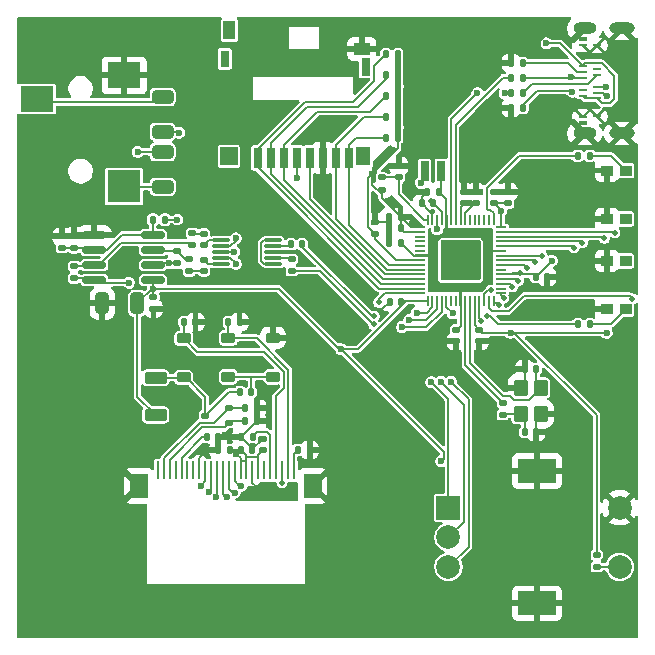
<source format=gbr>
%TF.GenerationSoftware,KiCad,Pcbnew,9.0.6*%
%TF.CreationDate,2025-12-31T21:00:04+02:00*%
%TF.ProjectId,MiPi,4d695069-2e6b-4696-9361-645f70636258,1.0*%
%TF.SameCoordinates,Original*%
%TF.FileFunction,Copper,L2,Bot*%
%TF.FilePolarity,Positive*%
%FSLAX46Y46*%
G04 Gerber Fmt 4.6, Leading zero omitted, Abs format (unit mm)*
G04 Created by KiCad (PCBNEW 9.0.6) date 2025-12-31 21:00:04*
%MOMM*%
%LPD*%
G01*
G04 APERTURE LIST*
G04 Aperture macros list*
%AMRoundRect*
0 Rectangle with rounded corners*
0 $1 Rounding radius*
0 $2 $3 $4 $5 $6 $7 $8 $9 X,Y pos of 4 corners*
0 Add a 4 corners polygon primitive as box body*
4,1,4,$2,$3,$4,$5,$6,$7,$8,$9,$2,$3,0*
0 Add four circle primitives for the rounded corners*
1,1,$1+$1,$2,$3*
1,1,$1+$1,$4,$5*
1,1,$1+$1,$6,$7*
1,1,$1+$1,$8,$9*
0 Add four rect primitives between the rounded corners*
20,1,$1+$1,$2,$3,$4,$5,0*
20,1,$1+$1,$4,$5,$6,$7,0*
20,1,$1+$1,$6,$7,$8,$9,0*
20,1,$1+$1,$8,$9,$2,$3,0*%
%AMFreePoly0*
4,1,18,-0.437500,0.050000,-0.433694,0.069134,-0.422855,0.085355,-0.406634,0.096194,-0.387500,0.100000,0.387500,0.100000,0.406634,0.096194,0.422855,0.085355,0.433694,0.069134,0.437500,0.050000,0.437500,-0.050000,0.387500,-0.100000,-0.387500,-0.100000,-0.406634,-0.096194,-0.422855,-0.085355,-0.433694,-0.069134,-0.437500,-0.050000,-0.437500,0.050000,-0.437500,0.050000,$1*%
%AMFreePoly1*
4,1,18,-0.437500,0.050000,-0.433694,0.069134,-0.422855,0.085355,-0.406634,0.096194,-0.387500,0.100000,0.387500,0.100000,0.437500,0.050000,0.437500,-0.050000,0.433694,-0.069134,0.422855,-0.085355,0.406634,-0.096194,0.387500,-0.100000,-0.387500,-0.100000,-0.406634,-0.096194,-0.422855,-0.085355,-0.433694,-0.069134,-0.437500,-0.050000,-0.437500,0.050000,-0.437500,0.050000,$1*%
%AMFreePoly2*
4,1,18,-0.100000,0.387500,-0.096194,0.406634,-0.085355,0.422855,-0.069134,0.433694,-0.050000,0.437500,0.050000,0.437500,0.069134,0.433694,0.085355,0.422855,0.096194,0.406634,0.100000,0.387500,0.100000,-0.387500,0.096194,-0.406634,0.085355,-0.422855,0.069134,-0.433694,0.050000,-0.437500,-0.050000,-0.437500,-0.100000,-0.387500,-0.100000,0.387500,-0.100000,0.387500,$1*%
%AMFreePoly3*
4,1,18,-0.100000,0.387500,-0.096194,0.406634,-0.085355,0.422855,-0.069134,0.433694,-0.050000,0.437500,0.050000,0.437500,0.069134,0.433694,0.085355,0.422855,0.096194,0.406634,0.100000,0.387500,0.100000,-0.387500,0.050000,-0.437500,-0.050000,-0.437500,-0.069134,-0.433694,-0.085355,-0.422855,-0.096194,-0.406634,-0.100000,-0.387500,-0.100000,0.387500,-0.100000,0.387500,$1*%
%AMFreePoly4*
4,1,18,-0.437500,0.050000,-0.387500,0.100000,0.387500,0.100000,0.406634,0.096194,0.422855,0.085355,0.433694,0.069134,0.437500,0.050000,0.437500,-0.050000,0.433694,-0.069134,0.422855,-0.085355,0.406634,-0.096194,0.387500,-0.100000,-0.387500,-0.100000,-0.406634,-0.096194,-0.422855,-0.085355,-0.433694,-0.069134,-0.437500,-0.050000,-0.437500,0.050000,-0.437500,0.050000,$1*%
%AMFreePoly5*
4,1,18,-0.437500,0.050000,-0.433694,0.069134,-0.422855,0.085355,-0.406634,0.096194,-0.387500,0.100000,0.387500,0.100000,0.406634,0.096194,0.422855,0.085355,0.433694,0.069134,0.437500,0.050000,0.437500,-0.050000,0.433694,-0.069134,0.422855,-0.085355,0.406634,-0.096194,0.387500,-0.100000,-0.387500,-0.100000,-0.437500,-0.050000,-0.437500,0.050000,-0.437500,0.050000,$1*%
%AMFreePoly6*
4,1,18,-0.100000,0.387500,-0.096194,0.406634,-0.085355,0.422855,-0.069134,0.433694,-0.050000,0.437500,0.050000,0.437500,0.100000,0.387500,0.100000,-0.387500,0.096194,-0.406634,0.085355,-0.422855,0.069134,-0.433694,0.050000,-0.437500,-0.050000,-0.437500,-0.069134,-0.433694,-0.085355,-0.422855,-0.096194,-0.406634,-0.100000,-0.387500,-0.100000,0.387500,-0.100000,0.387500,$1*%
%AMFreePoly7*
4,1,18,-0.100000,0.387500,-0.050000,0.437500,0.050000,0.437500,0.069134,0.433694,0.085355,0.422855,0.096194,0.406634,0.100000,0.387500,0.100000,-0.387500,0.096194,-0.406634,0.085355,-0.422855,0.069134,-0.433694,0.050000,-0.437500,-0.050000,-0.437500,-0.069134,-0.433694,-0.085355,-0.422855,-0.096194,-0.406634,-0.100000,-0.387500,-0.100000,0.387500,-0.100000,0.387500,$1*%
G04 Aperture macros list end*
%TA.AperFunction,ComponentPad*%
%ADD10R,2.000000X2.000000*%
%TD*%
%TA.AperFunction,ComponentPad*%
%ADD11C,2.000000*%
%TD*%
%TA.AperFunction,ComponentPad*%
%ADD12R,3.200000X2.000000*%
%TD*%
%TA.AperFunction,SMDPad,CuDef*%
%ADD13RoundRect,0.135000X-0.185000X0.135000X-0.185000X-0.135000X0.185000X-0.135000X0.185000X0.135000X0*%
%TD*%
%TA.AperFunction,SMDPad,CuDef*%
%ADD14RoundRect,0.140000X0.140000X0.170000X-0.140000X0.170000X-0.140000X-0.170000X0.140000X-0.170000X0*%
%TD*%
%TA.AperFunction,SMDPad,CuDef*%
%ADD15RoundRect,0.135000X-0.135000X-0.185000X0.135000X-0.185000X0.135000X0.185000X-0.135000X0.185000X0*%
%TD*%
%TA.AperFunction,SMDPad,CuDef*%
%ADD16FreePoly0,180.000000*%
%TD*%
%TA.AperFunction,SMDPad,CuDef*%
%ADD17RoundRect,0.050000X0.387500X0.050000X-0.387500X0.050000X-0.387500X-0.050000X0.387500X-0.050000X0*%
%TD*%
%TA.AperFunction,SMDPad,CuDef*%
%ADD18FreePoly1,180.000000*%
%TD*%
%TA.AperFunction,SMDPad,CuDef*%
%ADD19FreePoly2,180.000000*%
%TD*%
%TA.AperFunction,SMDPad,CuDef*%
%ADD20RoundRect,0.050000X0.050000X0.387500X-0.050000X0.387500X-0.050000X-0.387500X0.050000X-0.387500X0*%
%TD*%
%TA.AperFunction,SMDPad,CuDef*%
%ADD21FreePoly3,180.000000*%
%TD*%
%TA.AperFunction,SMDPad,CuDef*%
%ADD22FreePoly4,180.000000*%
%TD*%
%TA.AperFunction,SMDPad,CuDef*%
%ADD23FreePoly5,180.000000*%
%TD*%
%TA.AperFunction,SMDPad,CuDef*%
%ADD24FreePoly6,180.000000*%
%TD*%
%TA.AperFunction,SMDPad,CuDef*%
%ADD25FreePoly7,180.000000*%
%TD*%
%TA.AperFunction,ComponentPad*%
%ADD26C,0.600000*%
%TD*%
%TA.AperFunction,SMDPad,CuDef*%
%ADD27RoundRect,0.153000X1.547000X-1.547000X1.547000X1.547000X-1.547000X1.547000X-1.547000X-1.547000X0*%
%TD*%
%TA.AperFunction,SMDPad,CuDef*%
%ADD28RoundRect,0.075000X-0.300000X0.075000X-0.300000X-0.075000X0.300000X-0.075000X0.300000X0.075000X0*%
%TD*%
%TA.AperFunction,SMDPad,CuDef*%
%ADD29RoundRect,0.062500X-0.312500X0.062500X-0.312500X-0.062500X0.312500X-0.062500X0.312500X0.062500X0*%
%TD*%
%TA.AperFunction,HeatsinkPad*%
%ADD30O,2.150000X0.950000*%
%TD*%
%TA.AperFunction,HeatsinkPad*%
%ADD31O,1.950000X0.950000*%
%TD*%
%TA.AperFunction,SMDPad,CuDef*%
%ADD32RoundRect,0.140000X-0.170000X0.140000X-0.170000X-0.140000X0.170000X-0.140000X0.170000X0.140000X0*%
%TD*%
%TA.AperFunction,SMDPad,CuDef*%
%ADD33RoundRect,0.140000X-0.140000X-0.170000X0.140000X-0.170000X0.140000X0.170000X-0.140000X0.170000X0*%
%TD*%
%TA.AperFunction,SMDPad,CuDef*%
%ADD34RoundRect,0.135000X0.135000X0.185000X-0.135000X0.185000X-0.135000X-0.185000X0.135000X-0.185000X0*%
%TD*%
%TA.AperFunction,SMDPad,CuDef*%
%ADD35RoundRect,0.250000X-0.650000X0.325000X-0.650000X-0.325000X0.650000X-0.325000X0.650000X0.325000X0*%
%TD*%
%TA.AperFunction,SMDPad,CuDef*%
%ADD36R,0.700000X1.700000*%
%TD*%
%TA.AperFunction,SMDPad,CuDef*%
%ADD37RoundRect,0.250000X0.650000X-0.325000X0.650000X0.325000X-0.650000X0.325000X-0.650000X-0.325000X0*%
%TD*%
%TA.AperFunction,SMDPad,CuDef*%
%ADD38RoundRect,0.140000X0.170000X-0.140000X0.170000X0.140000X-0.170000X0.140000X-0.170000X-0.140000X0*%
%TD*%
%TA.AperFunction,SMDPad,CuDef*%
%ADD39RoundRect,0.135000X0.185000X-0.135000X0.185000X0.135000X-0.185000X0.135000X-0.185000X-0.135000X0*%
%TD*%
%TA.AperFunction,SMDPad,CuDef*%
%ADD40RoundRect,0.075000X0.650000X0.075000X-0.650000X0.075000X-0.650000X-0.075000X0.650000X-0.075000X0*%
%TD*%
%TA.AperFunction,SMDPad,CuDef*%
%ADD41RoundRect,0.225000X-0.375000X0.225000X-0.375000X-0.225000X0.375000X-0.225000X0.375000X0.225000X0*%
%TD*%
%TA.AperFunction,SMDPad,CuDef*%
%ADD42RoundRect,0.112500X-0.237500X0.112500X-0.237500X-0.112500X0.237500X-0.112500X0.237500X0.112500X0*%
%TD*%
%TA.AperFunction,SMDPad,CuDef*%
%ADD43R,1.000000X0.900000*%
%TD*%
%TA.AperFunction,SMDPad,CuDef*%
%ADD44RoundRect,0.150000X-0.825000X-0.150000X0.825000X-0.150000X0.825000X0.150000X-0.825000X0.150000X0*%
%TD*%
%TA.AperFunction,SMDPad,CuDef*%
%ADD45RoundRect,0.225000X0.375000X-0.225000X0.375000X0.225000X-0.375000X0.225000X-0.375000X-0.225000X0*%
%TD*%
%TA.AperFunction,SMDPad,CuDef*%
%ADD46RoundRect,0.250000X-0.350000X0.450000X-0.350000X-0.450000X0.350000X-0.450000X0.350000X0.450000X0*%
%TD*%
%TA.AperFunction,SMDPad,CuDef*%
%ADD47RoundRect,0.250000X0.325000X0.650000X-0.325000X0.650000X-0.325000X-0.650000X0.325000X-0.650000X0*%
%TD*%
%TA.AperFunction,SMDPad,CuDef*%
%ADD48R,2.800000X2.200000*%
%TD*%
%TA.AperFunction,SMDPad,CuDef*%
%ADD49R,2.800000X2.800000*%
%TD*%
%TA.AperFunction,SMDPad,CuDef*%
%ADD50R,1.500000X2.000000*%
%TD*%
%TA.AperFunction,SMDPad,CuDef*%
%ADD51R,0.250000X1.600000*%
%TD*%
%TA.AperFunction,SMDPad,CuDef*%
%ADD52R,0.700000X1.750000*%
%TD*%
%TA.AperFunction,SMDPad,CuDef*%
%ADD53R,1.450000X1.000000*%
%TD*%
%TA.AperFunction,SMDPad,CuDef*%
%ADD54R,1.000000X1.550000*%
%TD*%
%TA.AperFunction,SMDPad,CuDef*%
%ADD55R,0.800000X1.500000*%
%TD*%
%TA.AperFunction,SMDPad,CuDef*%
%ADD56R,1.300000X1.500000*%
%TD*%
%TA.AperFunction,SMDPad,CuDef*%
%ADD57R,1.500000X1.500000*%
%TD*%
%TA.AperFunction,SMDPad,CuDef*%
%ADD58R,0.800000X1.400000*%
%TD*%
%TA.AperFunction,SMDPad,CuDef*%
%ADD59RoundRect,0.250000X0.700000X-0.275000X0.700000X0.275000X-0.700000X0.275000X-0.700000X-0.275000X0*%
%TD*%
%TA.AperFunction,ViaPad*%
%ADD60C,0.600000*%
%TD*%
%TA.AperFunction,ViaPad*%
%ADD61C,0.500000*%
%TD*%
%TA.AperFunction,Conductor*%
%ADD62C,0.200000*%
%TD*%
G04 APERTURE END LIST*
D10*
%TO.P,SW3,A,A*%
%TO.N,/GP6*%
X111650000Y-99400000D03*
D11*
%TO.P,SW3,B,B*%
%TO.N,/GP4*%
X111650000Y-104400000D03*
%TO.P,SW3,C,C*%
%TO.N,/GP5*%
X111650000Y-101900000D03*
D12*
%TO.P,SW3,MP,MP*%
%TO.N,GND*%
X119150000Y-96300000D03*
X119150000Y-107500000D03*
D11*
%TO.P,SW3,S1,S1*%
%TO.N,/GP13*%
X126150000Y-104400000D03*
%TO.P,SW3,S2,S2*%
%TO.N,GND*%
X126150000Y-99400000D03*
%TD*%
D13*
%TO.P,R3,1*%
%TO.N,Net-(U1-XOUT)*%
X116262500Y-90500000D03*
%TO.P,R3,2*%
%TO.N,Net-(C18-Pad1)*%
X116262500Y-91520000D03*
%TD*%
D14*
%TO.P,C13,1*%
%TO.N,+1V1*%
X107592500Y-76950000D03*
%TO.P,C13,2*%
%TO.N,GND*%
X106632500Y-76950000D03*
%TD*%
%TO.P,C29,1*%
%TO.N,/GP11*%
X99290000Y-77100000D03*
%TO.P,C29,2*%
%TO.N,Net-(C29-Pad2)*%
X98330000Y-77100000D03*
%TD*%
D15*
%TO.P,R8,1*%
%TO.N,/peripherals/RESE*%
X94450000Y-92095000D03*
%TO.P,R8,2*%
%TO.N,GND*%
X95470000Y-92095000D03*
%TD*%
D16*
%TO.P,U1,1,IOVDD*%
%TO.N,+3.3V*%
X116112500Y-75650000D03*
D17*
%TO.P,U1,2,GPIO0*%
%TO.N,/GP0*%
X116112500Y-76050000D03*
%TO.P,U1,3,GPIO1*%
%TO.N,/GP1*%
X116112500Y-76450000D03*
%TO.P,U1,4,GPIO2*%
%TO.N,/GP2*%
X116112500Y-76850000D03*
%TO.P,U1,5,GPIO3*%
%TO.N,/GP3*%
X116112500Y-77250000D03*
%TO.P,U1,6,DVDD*%
%TO.N,+1V1*%
X116112500Y-77650000D03*
%TO.P,U1,7,GPIO4*%
%TO.N,/GP4*%
X116112500Y-78050000D03*
%TO.P,U1,8,GPIO5*%
%TO.N,/GP5*%
X116112500Y-78450000D03*
%TO.P,U1,9,GPIO6*%
%TO.N,/GP6*%
X116112500Y-78850000D03*
%TO.P,U1,10,GPIO7*%
%TO.N,unconnected-(U1-GPIO7-Pad10)*%
X116112500Y-79250000D03*
%TO.P,U1,11,IOVDD*%
%TO.N,+3.3V*%
X116112500Y-79650000D03*
%TO.P,U1,12,GPIO8*%
%TO.N,/GP8*%
X116112500Y-80050000D03*
%TO.P,U1,13,GPIO9*%
%TO.N,/GP9*%
X116112500Y-80450000D03*
%TO.P,U1,14,GPIO10*%
%TO.N,unconnected-(U1-GPIO10-Pad14)*%
X116112500Y-80850000D03*
D18*
%TO.P,U1,15,GPIO11*%
%TO.N,/GP11*%
X116112500Y-81250000D03*
D19*
%TO.P,U1,16,GPIO12*%
%TO.N,/GP12*%
X115475000Y-81887500D03*
D20*
%TO.P,U1,17,GPIO13*%
%TO.N,/GP13*%
X115075000Y-81887500D03*
%TO.P,U1,18,GPIO14*%
%TO.N,/GP14*%
X114675000Y-81887500D03*
%TO.P,U1,19,GPIO15*%
%TO.N,/GP15*%
X114275000Y-81887500D03*
%TO.P,U1,20,IOVDD*%
%TO.N,+3.3V*%
X113875000Y-81887500D03*
%TO.P,U1,21,XIN*%
%TO.N,Net-(U1-XIN)*%
X113475000Y-81887500D03*
%TO.P,U1,22,XOUT*%
%TO.N,Net-(U1-XOUT)*%
X113075000Y-81887500D03*
%TO.P,U1,23,DVDD*%
%TO.N,+1V1*%
X112675000Y-81887500D03*
%TO.P,U1,24,SWCLK*%
%TO.N,unconnected-(U1-SWCLK-Pad24)*%
X112275000Y-81887500D03*
%TO.P,U1,25,SWD*%
%TO.N,unconnected-(U1-SWD-Pad25)*%
X111875000Y-81887500D03*
%TO.P,U1,26,RUN*%
%TO.N,Net-(U1-RUN)*%
X111475000Y-81887500D03*
%TO.P,U1,27,GPIO16*%
%TO.N,/GP16*%
X111075000Y-81887500D03*
%TO.P,U1,28,GPIO17*%
%TO.N,/GP17*%
X110675000Y-81887500D03*
%TO.P,U1,29,GPIO18*%
%TO.N,/GP18*%
X110275000Y-81887500D03*
D21*
%TO.P,U1,30,IOVDD*%
%TO.N,+3.3V*%
X109875000Y-81887500D03*
D22*
%TO.P,U1,31,GPIO19*%
%TO.N,/GP19*%
X109237500Y-81250000D03*
D17*
%TO.P,U1,32,GPIO20*%
%TO.N,/GP20*%
X109237500Y-80850000D03*
%TO.P,U1,33,GPIO21*%
%TO.N,/GP21*%
X109237500Y-80450000D03*
%TO.P,U1,34,GPIO22*%
%TO.N,/GP22*%
X109237500Y-80050000D03*
%TO.P,U1,35,GPIO23*%
%TO.N,/GP23*%
X109237500Y-79650000D03*
%TO.P,U1,36,GPIO24*%
%TO.N,/GP24*%
X109237500Y-79250000D03*
%TO.P,U1,37,GPIO25*%
%TO.N,/GP25*%
X109237500Y-78850000D03*
%TO.P,U1,38,IOVDD*%
%TO.N,+3.3V*%
X109237500Y-78450000D03*
%TO.P,U1,39,DVDD*%
%TO.N,+1V1*%
X109237500Y-78050000D03*
%TO.P,U1,40,GPIO26_ADC0*%
%TO.N,unconnected-(U1-GPIO26_ADC0-Pad40)*%
X109237500Y-77650000D03*
%TO.P,U1,41,GPIO27_ADC1*%
%TO.N,unconnected-(U1-GPIO27_ADC1-Pad41)*%
X109237500Y-77250000D03*
%TO.P,U1,42,GPIO28_ADC2*%
%TO.N,unconnected-(U1-GPIO28_ADC2-Pad42)*%
X109237500Y-76850000D03*
%TO.P,U1,43,GPIO29_ADC3*%
%TO.N,unconnected-(U1-GPIO29_ADC3-Pad43)*%
X109237500Y-76450000D03*
%TO.P,U1,44,ADC_AVDD*%
%TO.N,+3.3V*%
X109237500Y-76050000D03*
D23*
%TO.P,U1,45,IOVDD*%
X109237500Y-75650000D03*
D24*
%TO.P,U1,46,VREG_AVDD*%
%TO.N,Net-(U1-VREG_AVDD)*%
X109875000Y-75012500D03*
D20*
%TO.P,U1,47,VREG_PGND*%
%TO.N,GND*%
X110275000Y-75012500D03*
%TO.P,U1,48,VREG_LX*%
%TO.N,Net-(U1-VREG_LX)*%
X110675000Y-75012500D03*
%TO.P,U1,49,VREG_VIN*%
%TO.N,+3.3V*%
X111075000Y-75012500D03*
%TO.P,U1,50,VREG_FB*%
%TO.N,+1V1*%
X111475000Y-75012500D03*
%TO.P,U1,51,USB_DM*%
%TO.N,Net-(U1-USB_DM)*%
X111875000Y-75012500D03*
%TO.P,U1,52,USB_DP*%
%TO.N,Net-(U1-USB_DP)*%
X112275000Y-75012500D03*
%TO.P,U1,53,USB_OTP_VDD*%
%TO.N,+3.3V*%
X112675000Y-75012500D03*
%TO.P,U1,54,QSPI_IOVDD*%
X113075000Y-75012500D03*
%TO.P,U1,55,QSPI_SD3*%
%TO.N,unconnected-(U1-QSPI_SD3-Pad55)*%
X113475000Y-75012500D03*
%TO.P,U1,56,QSPI_SCLK*%
%TO.N,unconnected-(U1-QSPI_SCLK-Pad56)*%
X113875000Y-75012500D03*
%TO.P,U1,57,QSPI_SD0*%
%TO.N,unconnected-(U1-QSPI_SD0-Pad57)*%
X114275000Y-75012500D03*
%TO.P,U1,58,QSPI_SD2*%
%TO.N,unconnected-(U1-QSPI_SD2-Pad58)*%
X114675000Y-75012500D03*
%TO.P,U1,59,QSPI_SD1*%
%TO.N,unconnected-(U1-QSPI_SD1-Pad59)*%
X115075000Y-75012500D03*
D25*
%TO.P,U1,60,QSPI_SS*%
%TO.N,Net-(U1-QSPI_SS)*%
X115475000Y-75012500D03*
D26*
%TO.P,U1,61,GND*%
%TO.N,GND*%
X114050000Y-79825000D03*
X114050000Y-78450000D03*
X114050000Y-77075000D03*
X112675000Y-79825000D03*
X112675000Y-78450000D03*
D27*
X112675000Y-78450000D03*
D26*
X112675000Y-77075000D03*
X111300000Y-79825000D03*
X111300000Y-78450000D03*
X111300000Y-77075000D03*
%TD*%
D28*
%TO.P,J3,A1,GND*%
%TO.N,GND*%
X123000000Y-59700000D03*
D29*
X123000000Y-60200000D03*
D28*
X123000000Y-66800000D03*
D29*
%TO.P,J3,A4,VBUS*%
%TO.N,+5V*%
X123000000Y-62000000D03*
%TO.P,J3,A5,CC1*%
%TO.N,Net-(J3-CC1)*%
X123000000Y-62500000D03*
%TO.P,J3,A6,D+*%
%TO.N,/USB_D+*%
X123000000Y-63000000D03*
%TO.P,J3,A7,D-*%
%TO.N,/USB_D-*%
X123000000Y-63500000D03*
%TO.P,J3,A8*%
%TO.N,N/C*%
X123000000Y-64000000D03*
%TO.P,J3,A9,VBUS*%
%TO.N,+5V*%
X123000000Y-64500000D03*
%TO.P,J3,A12,GND*%
%TO.N,GND*%
X123000000Y-66300000D03*
%TO.P,J3,B1,GND*%
X124250000Y-66250000D03*
%TO.P,J3,B4,VBUS*%
%TO.N,+5V*%
X124250000Y-64750000D03*
%TO.P,J3,B5,CC2*%
%TO.N,Net-(J3-CC2)*%
X124250000Y-64250000D03*
%TO.P,J3,B6,D+*%
%TO.N,/USB_D+*%
X124250000Y-63750000D03*
%TO.P,J3,B7,D-*%
%TO.N,/USB_D-*%
X124250000Y-62750000D03*
%TO.P,J3,B8*%
%TO.N,N/C*%
X124250000Y-62250000D03*
%TO.P,J3,B9,VBUS*%
%TO.N,+5V*%
X124250000Y-61750000D03*
%TO.P,J3,B12,GND*%
%TO.N,GND*%
X124250000Y-60250000D03*
D30*
%TO.P,J3,S1,SHIELD*%
X126375000Y-58800000D03*
D31*
X123175000Y-58800000D03*
D30*
X126375000Y-67700000D03*
D31*
X123175000Y-67700000D03*
%TD*%
D13*
%TO.P,R24,1*%
%TO.N,Net-(U5A--)*%
X79950000Y-78940000D03*
%TO.P,R24,2*%
%TO.N,Net-(C36-Pad1)*%
X79950000Y-79960000D03*
%TD*%
D32*
%TO.P,C34,1*%
%TO.N,+3.3V*%
X86675000Y-81595000D03*
%TO.P,C34,2*%
%TO.N,GND*%
X86675000Y-82555000D03*
%TD*%
D15*
%TO.P,R12,1*%
%TO.N,/GP24*%
X106330000Y-66325000D03*
%TO.P,R12,2*%
%TO.N,+3.3V*%
X107350000Y-66325000D03*
%TD*%
%TO.P,R10,1*%
%TO.N,/GP21*%
X106330000Y-62775000D03*
%TO.P,R10,2*%
%TO.N,+3.3V*%
X107350000Y-62775000D03*
%TD*%
D14*
%TO.P,C28,1*%
%TO.N,Net-(D2-A)*%
X94960000Y-89595000D03*
%TO.P,C28,2*%
%TO.N,Net-(D1-A)*%
X94000000Y-89595000D03*
%TD*%
D33*
%TO.P,C19,1*%
%TO.N,Net-(U2-VSH2)*%
X91170000Y-93445000D03*
%TO.P,C19,2*%
%TO.N,GND*%
X92130000Y-93445000D03*
%TD*%
D34*
%TO.P,R28,1*%
%TO.N,Net-(J3-CC1)*%
X117960000Y-61750000D03*
%TO.P,R28,2*%
%TO.N,GND*%
X116940000Y-61750000D03*
%TD*%
D35*
%TO.P,C36,1*%
%TO.N,Net-(C36-Pad1)*%
X87450000Y-69275000D03*
%TO.P,C36,2*%
%TO.N,/peripherals/AMP_LOUT*%
X87450000Y-72225000D03*
%TD*%
D36*
%TO.P,L1,1,1*%
%TO.N,+1V1*%
X111022500Y-70887500D03*
%TO.P,L1,2,2*%
%TO.N,Net-(U1-VREG_LX)*%
X109622500Y-70887500D03*
%TD*%
D15*
%TO.P,R13,1*%
%TO.N,/GP25*%
X106330000Y-68075000D03*
%TO.P,R13,2*%
%TO.N,+3.3V*%
X107350000Y-68075000D03*
%TD*%
D37*
%TO.P,C37,1*%
%TO.N,Net-(C37-Pad1)*%
X87450000Y-67575000D03*
%TO.P,C37,2*%
%TO.N,/peripherals/AMP_ROUT*%
X87450000Y-64625000D03*
%TD*%
D38*
%TO.P,C14,1*%
%TO.N,Net-(U1-VREG_AVDD)*%
X107450000Y-71430000D03*
%TO.P,C14,2*%
%TO.N,GND*%
X107450000Y-70470000D03*
%TD*%
D39*
%TO.P,R22,1*%
%TO.N,Net-(U5A--)*%
X89949000Y-77187824D03*
%TO.P,R22,2*%
%TO.N,Net-(C31-Pad2)*%
X89949000Y-76167824D03*
%TD*%
D33*
%TO.P,C20,1*%
%TO.N,+3.3V*%
X94090000Y-94495000D03*
%TO.P,C20,2*%
%TO.N,GND*%
X95050000Y-94495000D03*
%TD*%
D15*
%TO.P,R7,1*%
%TO.N,/peripherals/GDR*%
X94450000Y-90955000D03*
%TO.P,R7,2*%
%TO.N,GND*%
X95470000Y-90955000D03*
%TD*%
D32*
%TO.P,C12,1*%
%TO.N,+1V1*%
X112312500Y-84350000D03*
%TO.P,C12,2*%
%TO.N,GND*%
X112312500Y-85310000D03*
%TD*%
D15*
%TO.P,R6,1*%
%TO.N,Net-(U1-USB_DM)*%
X116930000Y-64300000D03*
%TO.P,R6,2*%
%TO.N,/USB_D-*%
X117950000Y-64300000D03*
%TD*%
D39*
%TO.P,R21,1*%
%TO.N,/GP13*%
X124200000Y-104400000D03*
%TO.P,R21,2*%
%TO.N,+3.3V*%
X124200000Y-103380000D03*
%TD*%
D38*
%TO.P,C33,1*%
%TO.N,Net-(U5A-+)*%
X78925000Y-77385000D03*
%TO.P,C33,2*%
%TO.N,GND*%
X78925000Y-76425000D03*
%TD*%
D40*
%TO.P,U4,1*%
%TO.N,/peripherals/AUDIO_SEL*%
X96825000Y-76755000D03*
%TO.P,U4,2*%
%TO.N,Net-(C29-Pad2)*%
X96825000Y-77255000D03*
%TO.P,U4,3,GND*%
%TO.N,GND*%
X96825000Y-77755000D03*
%TO.P,U4,4*%
%TO.N,Net-(C30-Pad2)*%
X96825000Y-78255000D03*
%TO.P,U4,5*%
%TO.N,/peripherals/AUDIO_SEL*%
X96825000Y-78755000D03*
%TO.P,U4,6*%
%TO.N,/peripherals/AMP_RIN*%
X92425000Y-78755000D03*
%TO.P,U4,7*%
%TO.N,/peripherals/FM_ROUT*%
X92425000Y-78255000D03*
%TO.P,U4,8,VCC*%
%TO.N,+3.3V*%
X92425000Y-77755000D03*
%TO.P,U4,9*%
%TO.N,/peripherals/FM_LOUT*%
X92425000Y-77255000D03*
%TO.P,U4,10*%
%TO.N,/peripherals/AMP_LIN*%
X92425000Y-76755000D03*
%TD*%
D14*
%TO.P,C15,1*%
%TO.N,+1V1*%
X110822500Y-72637500D03*
%TO.P,C15,2*%
%TO.N,GND*%
X109862500Y-72637500D03*
%TD*%
D15*
%TO.P,R2,1*%
%TO.N,Net-(U1-QSPI_SS)*%
X122590000Y-69600000D03*
%TO.P,R2,2*%
%TO.N,Net-(R2-Pad2)*%
X123610000Y-69600000D03*
%TD*%
D14*
%TO.P,C1,1*%
%TO.N,+3.3V*%
X107592500Y-74750000D03*
%TO.P,C1,2*%
%TO.N,GND*%
X106632500Y-74750000D03*
%TD*%
D13*
%TO.P,R25,1*%
%TO.N,Net-(U5B--)*%
X88700000Y-77690000D03*
%TO.P,R25,2*%
%TO.N,Net-(C37-Pad1)*%
X88700000Y-78710000D03*
%TD*%
D34*
%TO.P,R26,1*%
%TO.N,+3.3V*%
X87645000Y-75005000D03*
%TO.P,R26,2*%
%TO.N,Net-(U5A-+)*%
X86625000Y-75005000D03*
%TD*%
D14*
%TO.P,C6,1*%
%TO.N,+3.3V*%
X107642500Y-81950000D03*
%TO.P,C6,2*%
%TO.N,GND*%
X106682500Y-81950000D03*
%TD*%
D41*
%TO.P,D1,1,K*%
%TO.N,/peripherals/VGH*%
X89250000Y-85070000D03*
%TO.P,D1,2,A*%
%TO.N,Net-(D1-A)*%
X89250000Y-88370000D03*
%TD*%
D39*
%TO.P,R23,1*%
%TO.N,Net-(C32-Pad2)*%
X89690000Y-79390000D03*
%TO.P,R23,2*%
%TO.N,Net-(U5B--)*%
X89690000Y-78370000D03*
%TD*%
D42*
%TO.P,Q1,1,G*%
%TO.N,/peripherals/GDR*%
X93050000Y-90945000D03*
%TO.P,Q1,2,S*%
%TO.N,/peripherals/RESE*%
X93050000Y-92245000D03*
%TO.P,Q1,3,D*%
%TO.N,Net-(D1-A)*%
X91050000Y-91595000D03*
%TD*%
D14*
%TO.P,C22,1*%
%TO.N,Net-(U2-VSH1)*%
X95060000Y-93395000D03*
%TO.P,C22,2*%
%TO.N,GND*%
X94100000Y-93395000D03*
%TD*%
D43*
%TO.P,SW2,1,1*%
%TO.N,GND*%
X125050000Y-78500000D03*
X125050000Y-82600000D03*
%TO.P,SW2,2,2*%
%TO.N,Net-(R4-Pad2)*%
X126650000Y-78500000D03*
X126650000Y-82600000D03*
%TD*%
D33*
%TO.P,C24,1*%
%TO.N,/peripherals/VGL*%
X93000000Y-83670000D03*
%TO.P,C24,2*%
%TO.N,GND*%
X93960000Y-83670000D03*
%TD*%
%TO.P,C25,1*%
%TO.N,/peripherals/VCOM*%
X98940000Y-94500000D03*
%TO.P,C25,2*%
%TO.N,GND*%
X99900000Y-94500000D03*
%TD*%
D44*
%TO.P,U5,1*%
%TO.N,Net-(C36-Pad1)*%
X81675000Y-80105000D03*
%TO.P,U5,2,-*%
%TO.N,Net-(U5A--)*%
X81675000Y-78835000D03*
%TO.P,U5,3,+*%
%TO.N,Net-(U5A-+)*%
X81675000Y-77565000D03*
%TO.P,U5,4,VSS*%
%TO.N,GND*%
X81675000Y-76295000D03*
%TO.P,U5,5,+*%
%TO.N,Net-(U5A-+)*%
X86625000Y-76295000D03*
%TO.P,U5,6,-*%
%TO.N,Net-(U5B--)*%
X86625000Y-77565000D03*
%TO.P,U5,7*%
%TO.N,Net-(C37-Pad1)*%
X86625000Y-78835000D03*
%TO.P,U5,8,V+*%
%TO.N,+3.3V*%
X86625000Y-80105000D03*
%TD*%
D38*
%TO.P,C7,1*%
%TO.N,+3.3V*%
X112962500Y-73630000D03*
%TO.P,C7,2*%
%TO.N,GND*%
X112962500Y-72670000D03*
%TD*%
D15*
%TO.P,R5,1*%
%TO.N,Net-(U1-USB_DP)*%
X116930000Y-63000000D03*
%TO.P,R5,2*%
%TO.N,/USB_D+*%
X117950000Y-63000000D03*
%TD*%
D33*
%TO.P,C18,1*%
%TO.N,Net-(C18-Pad1)*%
X118112500Y-93000000D03*
%TO.P,C18,2*%
%TO.N,GND*%
X119072500Y-93000000D03*
%TD*%
D38*
%TO.P,C31,1*%
%TO.N,/peripherals/AMP_LIN*%
X90949000Y-77157824D03*
%TO.P,C31,2*%
%TO.N,Net-(C31-Pad2)*%
X90949000Y-76197824D03*
%TD*%
D32*
%TO.P,C4,1*%
%TO.N,+3.3V*%
X114262500Y-84350000D03*
%TO.P,C4,2*%
%TO.N,GND*%
X114262500Y-85310000D03*
%TD*%
D38*
%TO.P,C9,1*%
%TO.N,+3.3V*%
X113962500Y-73630000D03*
%TO.P,C9,2*%
%TO.N,GND*%
X113962500Y-72670000D03*
%TD*%
D41*
%TO.P,D2,1,K*%
%TO.N,GND*%
X96800000Y-85020000D03*
%TO.P,D2,2,A*%
%TO.N,Net-(D2-A)*%
X96800000Y-88320000D03*
%TD*%
D38*
%TO.P,C8,1*%
%TO.N,+3.3V*%
X116712500Y-73630000D03*
%TO.P,C8,2*%
%TO.N,GND*%
X116712500Y-72670000D03*
%TD*%
D45*
%TO.P,D3,1,K*%
%TO.N,Net-(D2-A)*%
X93000000Y-88320000D03*
%TO.P,D3,2,A*%
%TO.N,/peripherals/VGL*%
X93000000Y-85020000D03*
%TD*%
D33*
%TO.P,C5,1*%
%TO.N,+3.3V*%
X119032500Y-79850000D03*
%TO.P,C5,2*%
%TO.N,GND*%
X119992500Y-79850000D03*
%TD*%
%TO.P,C26,1*%
%TO.N,/peripherals/VGH*%
X89270000Y-83670000D03*
%TO.P,C26,2*%
%TO.N,GND*%
X90230000Y-83670000D03*
%TD*%
D32*
%TO.P,C32,1*%
%TO.N,/peripherals/AMP_RIN*%
X90949000Y-78387824D03*
%TO.P,C32,2*%
%TO.N,Net-(C32-Pad2)*%
X90949000Y-79347824D03*
%TD*%
D15*
%TO.P,R9,1*%
%TO.N,/GP20*%
X106330000Y-61015000D03*
%TO.P,R9,2*%
%TO.N,+3.3V*%
X107350000Y-61015000D03*
%TD*%
D46*
%TO.P,Y1,1,1*%
%TO.N,Net-(U1-XIN)*%
X119462500Y-89250000D03*
%TO.P,Y1,2,2*%
%TO.N,GND*%
X119462500Y-91450000D03*
%TO.P,Y1,3,3*%
%TO.N,Net-(C18-Pad1)*%
X117762500Y-91450000D03*
%TO.P,Y1,4,4*%
%TO.N,GND*%
X117762500Y-89250000D03*
%TD*%
D39*
%TO.P,R1,1*%
%TO.N,+3.3V*%
X106000000Y-72460000D03*
%TO.P,R1,2*%
%TO.N,Net-(U1-VREG_AVDD)*%
X106000000Y-71440000D03*
%TD*%
D47*
%TO.P,C35,1*%
%TO.N,+3.3V*%
X85300000Y-82105000D03*
%TO.P,C35,2*%
%TO.N,GND*%
X82350000Y-82105000D03*
%TD*%
D34*
%TO.P,R29,1*%
%TO.N,Net-(J3-CC2)*%
X117960000Y-65550000D03*
%TO.P,R29,2*%
%TO.N,GND*%
X116940000Y-65550000D03*
%TD*%
D48*
%TO.P,J2,R*%
%TO.N,/peripherals/AMP_ROUT*%
X76800000Y-64800000D03*
%TO.P,J2,S*%
%TO.N,GND*%
X84200000Y-62800000D03*
D49*
%TO.P,J2,T*%
%TO.N,/peripherals/AMP_LOUT*%
X84200000Y-72200000D03*
%TD*%
D43*
%TO.P,SW1,1,1*%
%TO.N,GND*%
X125050000Y-70850000D03*
X125050000Y-74950000D03*
%TO.P,SW1,2,2*%
%TO.N,Net-(R2-Pad2)*%
X126650000Y-70850000D03*
X126650000Y-74950000D03*
%TD*%
D50*
%TO.P,U2,0*%
%TO.N,GND*%
X100150000Y-97545000D03*
X85450000Y-97545000D03*
D51*
%TO.P,U2,1,NC*%
%TO.N,unconnected-(U2-NC-Pad1)*%
X87050000Y-96245000D03*
%TO.P,U2,2,GDR*%
%TO.N,/peripherals/GDR*%
X87550000Y-96245000D03*
%TO.P,U2,3,RESE*%
%TO.N,/peripherals/RESE*%
X88050000Y-96245000D03*
%TO.P,U2,4,NC*%
%TO.N,unconnected-(U2-NC-Pad4)*%
X88550000Y-96245000D03*
%TO.P,U2,5,VSH2*%
%TO.N,Net-(U2-VSH2)*%
X89050000Y-96245000D03*
%TO.P,U2,6,TSCL*%
%TO.N,unconnected-(U2-TSCL-Pad6)*%
X89550000Y-96245000D03*
%TO.P,U2,7,TSDA*%
%TO.N,unconnected-(U2-TSDA-Pad7)*%
X90050000Y-96245000D03*
%TO.P,U2,8,BS1*%
%TO.N,GND*%
X90550000Y-96245000D03*
%TO.P,U2,9,BUSY*%
%TO.N,/GP14*%
X91050000Y-96245000D03*
%TO.P,U2,10,RES*%
%TO.N,/GP19*%
X91550000Y-96245000D03*
%TO.P,U2,11,D/C*%
%TO.N,/GP18*%
X92050000Y-96245000D03*
%TO.P,U2,12,CS*%
%TO.N,/GP17*%
X92550000Y-96245000D03*
%TO.P,U2,13,CLK*%
%TO.N,/GP15*%
X93050000Y-96245000D03*
%TO.P,U2,14,DATA*%
%TO.N,/GP16*%
X93550000Y-96245000D03*
%TO.P,U2,15,VDDIO*%
%TO.N,+3.3V*%
X94050000Y-96245000D03*
%TO.P,U2,16,VCI*%
X94550000Y-96245000D03*
%TO.P,U2,17,VSS*%
%TO.N,GND*%
X95050000Y-96245000D03*
%TO.P,U2,18,VDD*%
%TO.N,+3.3V*%
X95550000Y-96245000D03*
%TO.P,U2,19,VPP*%
%TO.N,unconnected-(U2-VPP-Pad19)*%
X96050000Y-96245000D03*
%TO.P,U2,20,VSH1*%
%TO.N,Net-(U2-VSH1)*%
X96550000Y-96245000D03*
%TO.P,U2,21,VGH*%
%TO.N,/peripherals/VGH*%
X97050000Y-96245000D03*
%TO.P,U2,22,VSL*%
%TO.N,Net-(U2-VSL)*%
X97550000Y-96245000D03*
%TO.P,U2,23,VGL*%
%TO.N,/peripherals/VGL*%
X98050000Y-96245000D03*
%TO.P,U2,24,VCOM*%
%TO.N,/peripherals/VCOM*%
X98550000Y-96245000D03*
%TD*%
D14*
%TO.P,C16,1*%
%TO.N,+3.3V*%
X110360000Y-73637500D03*
%TO.P,C16,2*%
%TO.N,GND*%
X109400000Y-73637500D03*
%TD*%
%TO.P,C27,1*%
%TO.N,+3.3V*%
X93130000Y-94495000D03*
%TO.P,C27,2*%
%TO.N,GND*%
X92170000Y-94495000D03*
%TD*%
D39*
%TO.P,R27,1*%
%TO.N,Net-(U5A-+)*%
X79950000Y-77410000D03*
%TO.P,R27,2*%
%TO.N,GND*%
X79950000Y-76390000D03*
%TD*%
D14*
%TO.P,C2,1*%
%TO.N,+3.3V*%
X107592500Y-75750000D03*
%TO.P,C2,2*%
%TO.N,GND*%
X106632500Y-75750000D03*
%TD*%
%TO.P,C17,1*%
%TO.N,Net-(U1-XIN)*%
X119062500Y-87650000D03*
%TO.P,C17,2*%
%TO.N,GND*%
X118102500Y-87650000D03*
%TD*%
D52*
%TO.P,J1,1,DAT2*%
%TO.N,/GP20*%
X95500000Y-69775000D03*
%TO.P,J1,2,DAT3/CD*%
%TO.N,/GP21*%
X96600000Y-69775000D03*
%TO.P,J1,3,CMD*%
%TO.N,/GP22*%
X97700000Y-69775000D03*
%TO.P,J1,4,VDD*%
%TO.N,+3.3V*%
X98800000Y-69775000D03*
%TO.P,J1,5,CLK*%
%TO.N,/GP23*%
X99900000Y-69775000D03*
%TO.P,J1,6,VSS*%
%TO.N,GND*%
X101000000Y-69775000D03*
%TO.P,J1,7,DAT0*%
%TO.N,/GP24*%
X102100000Y-69775000D03*
%TO.P,J1,8,DAT1*%
%TO.N,/GP25*%
X103200000Y-69775000D03*
D53*
%TO.P,J1,9,SHIELD*%
%TO.N,GND*%
X104325000Y-60550000D03*
D54*
%TO.P,J1,10*%
%TO.N,N/C*%
X93100000Y-58975000D03*
D55*
%TO.P,J1,11*%
X104650000Y-62050000D03*
D56*
X104400000Y-69650000D03*
D57*
X93050000Y-69650000D03*
D58*
X92700000Y-61400000D03*
%TD*%
D38*
%TO.P,C3,1*%
%TO.N,+3.3V*%
X105430000Y-76210000D03*
%TO.P,C3,2*%
%TO.N,GND*%
X105430000Y-75250000D03*
%TD*%
%TO.P,C10,1*%
%TO.N,+3.3V*%
X115512500Y-73630000D03*
%TO.P,C10,2*%
%TO.N,GND*%
X115512500Y-72670000D03*
%TD*%
D15*
%TO.P,R4,1*%
%TO.N,Net-(U1-RUN)*%
X122580000Y-83850000D03*
%TO.P,R4,2*%
%TO.N,Net-(R4-Pad2)*%
X123600000Y-83850000D03*
%TD*%
D59*
%TO.P,L2,1,1*%
%TO.N,+3.3V*%
X86850000Y-91545000D03*
%TO.P,L2,2,2*%
%TO.N,Net-(D1-A)*%
X86850000Y-88395000D03*
%TD*%
D38*
%TO.P,C30,1*%
%TO.N,/GP12*%
X98380000Y-79340000D03*
%TO.P,C30,2*%
%TO.N,Net-(C30-Pad2)*%
X98380000Y-78380000D03*
%TD*%
%TO.P,C21,1*%
%TO.N,+3.3V*%
X95950000Y-94525000D03*
%TO.P,C21,2*%
%TO.N,GND*%
X95950000Y-93565000D03*
%TD*%
D15*
%TO.P,R11,1*%
%TO.N,/GP22*%
X106330000Y-64575000D03*
%TO.P,R11,2*%
%TO.N,+3.3V*%
X107350000Y-64575000D03*
%TD*%
D60*
%TO.N,GND*%
X117700000Y-73620000D03*
X119320000Y-75130000D03*
X116830000Y-74880000D03*
X94480000Y-69570000D03*
X125060000Y-72200000D03*
X118280000Y-74100000D03*
X117120000Y-75440000D03*
X105830000Y-59140000D03*
X109130000Y-62550000D03*
X109200000Y-65470000D03*
X81730000Y-62830000D03*
X84200000Y-66880000D03*
X87270000Y-62860000D03*
X85390000Y-95070000D03*
X86740000Y-89760000D03*
X83950000Y-86350000D03*
X86740000Y-86360000D03*
X83950000Y-84400000D03*
X86710000Y-84430000D03*
X92230000Y-81670000D03*
X94190000Y-79880000D03*
X94260000Y-81660000D03*
X101910000Y-78500000D03*
X97730000Y-75150000D03*
X117800000Y-70820000D03*
X117470000Y-68850000D03*
X117440000Y-67050000D03*
X123100000Y-70620000D03*
X118820000Y-74650000D03*
X122570000Y-71950000D03*
X123910000Y-88170000D03*
X92740000Y-106750000D03*
%TO.N,+3.3V*%
X116112500Y-74270000D03*
X86625000Y-80860000D03*
X120410000Y-78490000D03*
X88680000Y-75000000D03*
X113480000Y-73630000D03*
X107350000Y-67210000D03*
X105203011Y-71130063D03*
X98800000Y-71450000D03*
D61*
X110129999Y-73472817D03*
D60*
X111050000Y-95448527D03*
D61*
X117730885Y-79521176D03*
D60*
X116920000Y-84590000D03*
X107350000Y-63710000D03*
X93701000Y-94869000D03*
X125050000Y-84590000D03*
X93515487Y-77755001D03*
X102559265Y-85969265D03*
D61*
%TO.N,GND*%
X114830000Y-89930000D03*
X114370000Y-87120000D03*
X110840000Y-90630000D03*
X105370000Y-108850000D03*
X110240000Y-106310000D03*
D60*
X105440000Y-74130000D03*
D61*
X117820000Y-86110000D03*
D60*
X101090000Y-73040000D03*
D61*
X116010000Y-88810000D03*
D60*
X91273000Y-94495000D03*
X95810000Y-90020000D03*
X120910000Y-82690000D03*
X120920000Y-80780000D03*
X88840000Y-92480000D03*
D61*
X105440000Y-74680000D03*
X111140000Y-84110000D03*
D60*
X102410000Y-92440000D03*
X92660000Y-74440000D03*
X99800000Y-82380000D03*
D61*
X105330000Y-107030000D03*
X110920000Y-93340000D03*
X105220000Y-87630000D03*
D60*
X80920000Y-82100000D03*
X118910000Y-85360000D03*
X108310000Y-86600000D03*
D61*
X96040000Y-97560000D03*
D60*
X92070000Y-89590000D03*
X99460000Y-78600000D03*
X92690000Y-93250000D03*
X101060000Y-67780000D03*
D61*
X108590000Y-90880000D03*
D60*
X98720000Y-83310000D03*
D61*
X113230000Y-88370000D03*
X105440000Y-73580000D03*
D60*
%TO.N,+1V1*%
X115010000Y-77650000D03*
D61*
%TO.N,Net-(U2-VSL)*%
X97550001Y-97293748D03*
D60*
%TO.N,Net-(C36-Pad1)*%
X84600000Y-80350000D03*
X85350000Y-69275000D03*
%TO.N,Net-(C37-Pad1)*%
X88850000Y-67650000D03*
X88000000Y-78710000D03*
%TO.N,+5V*%
X119950000Y-60075937D03*
%TO.N,Net-(J3-CC2)*%
X122137288Y-64179675D03*
X125104657Y-64534911D03*
%TO.N,/USB_D+*%
X122050000Y-62900000D03*
X124950000Y-63750000D03*
%TO.N,Net-(U1-VREG_LX)*%
X109322500Y-71887500D03*
X110680319Y-75829426D03*
D61*
%TO.N,Net-(U1-RUN)*%
X114954077Y-83161654D03*
D60*
X112000000Y-82950000D03*
%TO.N,Net-(U1-USB_DM)*%
X114100000Y-64300000D03*
X116400000Y-64300000D03*
%TO.N,/GP19*%
X91348438Y-98052237D03*
D61*
X105745907Y-82023566D03*
D60*
%TO.N,/GP18*%
X108950000Y-82900000D03*
X92000000Y-98525000D03*
%TO.N,/GP16*%
X94125000Y-97550293D03*
X107725730Y-84100000D03*
%TO.N,/GP17*%
X92873502Y-98528160D03*
X108335421Y-83500000D03*
%TO.N,/GP15*%
X93558899Y-98115565D03*
D61*
X114425000Y-83620000D03*
%TO.N,/GP14*%
X115212471Y-80999008D03*
D60*
X90670190Y-97545002D03*
D61*
%TO.N,/GP2*%
X122990000Y-77000000D03*
%TO.N,/GP3*%
X122280000Y-77400000D03*
D60*
%TO.N,/GP4*%
X111863831Y-88726773D03*
D61*
X119573020Y-78064291D03*
%TO.N,/GP5*%
X118960392Y-78600000D03*
D60*
X111006514Y-88717984D03*
%TO.N,/GP6*%
X110200000Y-88760000D03*
D61*
X118290000Y-79100000D03*
D60*
%TO.N,/peripherals/FM_LOUT*%
X93643433Y-76591851D03*
%TO.N,/peripherals/FM_ROUT*%
X93650000Y-78764598D03*
D61*
%TO.N,/GP1*%
X124855000Y-76605000D03*
%TO.N,/GP0*%
X125760000Y-76110000D03*
%TO.N,/GP8*%
X117560000Y-80200000D03*
%TO.N,/GP9*%
X117068781Y-80698702D03*
%TO.N,/GP11*%
X116314380Y-81629464D03*
X105375897Y-83171394D03*
%TO.N,/GP12*%
X115912865Y-82202865D03*
X105321818Y-83869302D03*
%TO.N,/GP13*%
X127216753Y-81704977D03*
%TD*%
D62*
%TO.N,+3.3V*%
X117098824Y-79521176D02*
X116970000Y-79650000D01*
X117730885Y-79521176D02*
X117098824Y-79521176D01*
X116970000Y-79650000D02*
X116112500Y-79650000D01*
X107592500Y-75750000D02*
X107592500Y-74750000D01*
X107350000Y-63710000D02*
X107350000Y-64575000D01*
X124200000Y-91570000D02*
X117220000Y-84590000D01*
X85300000Y-82105000D02*
X85300000Y-89995000D01*
X86625000Y-80780000D02*
X86625000Y-80105000D01*
X88675000Y-75005000D02*
X88680000Y-75000000D01*
X115512500Y-73650000D02*
X115512500Y-73630000D01*
X95550000Y-95170000D02*
X95550000Y-94925000D01*
X105203011Y-72063011D02*
X106000000Y-72860000D01*
X119050000Y-79850000D02*
X120410000Y-78490000D01*
X94050000Y-94535000D02*
X94090000Y-94495000D01*
X109875000Y-81887500D02*
X108082852Y-81887500D01*
X118832500Y-79650000D02*
X116112500Y-79650000D01*
X85300000Y-82105000D02*
X86625000Y-80780000D01*
X93327000Y-94495000D02*
X93130000Y-94495000D01*
X107350000Y-68983074D02*
X107350000Y-68075000D01*
X116112500Y-74270000D02*
X116112500Y-75650000D01*
X107350000Y-66325000D02*
X107350000Y-67210000D01*
X95550000Y-96245000D02*
X95550000Y-95170000D01*
X105430000Y-76210000D02*
X104819000Y-75599000D01*
X112675000Y-75012500D02*
X112675000Y-73917500D01*
X109237500Y-76050000D02*
X107892500Y-76050000D01*
X110195317Y-73472817D02*
X110360000Y-73637500D01*
X116920000Y-84590000D02*
X114502500Y-84590000D01*
X107350000Y-62775000D02*
X107350000Y-63710000D01*
X107350000Y-67210000D02*
X107350000Y-68075000D01*
X94050000Y-95218000D02*
X93701000Y-94869000D01*
X95550000Y-94925000D02*
X95950000Y-94525000D01*
X125050000Y-84590000D02*
X116920000Y-84590000D01*
X119032500Y-79850000D02*
X119050000Y-79850000D01*
X112675000Y-73917500D02*
X112962500Y-73630000D01*
X105430000Y-76685050D02*
X105430000Y-76210000D01*
X114262500Y-84350000D02*
X113875000Y-83962500D01*
X108082852Y-81887500D02*
X104001087Y-85969265D01*
X94050000Y-96245000D02*
X94050000Y-95445000D01*
X92425000Y-77755000D02*
X93515487Y-77755001D01*
X86625000Y-80105000D02*
X86625000Y-80860000D01*
X94050000Y-95445000D02*
X94550000Y-95445000D01*
X98800000Y-69775000D02*
X98800000Y-71450000D01*
X112962500Y-73630000D02*
X113480000Y-73630000D01*
X115512500Y-73630000D02*
X116112500Y-74230000D01*
X94550000Y-94955000D02*
X94090000Y-94495000D01*
X111249000Y-95249527D02*
X111249000Y-94659000D01*
X94050000Y-95445000D02*
X94050000Y-95218000D01*
X124200000Y-103380000D02*
X124200000Y-91570000D01*
X86625000Y-81545000D02*
X86675000Y-81595000D01*
X94550000Y-95170000D02*
X94550000Y-94955000D01*
X116712500Y-73630000D02*
X115512500Y-73630000D01*
X95550000Y-95170000D02*
X95524000Y-95144000D01*
X86625000Y-80105000D02*
X86625000Y-80155000D01*
X105203011Y-71130063D02*
X105203011Y-72063011D01*
X114502500Y-84590000D02*
X114262500Y-84350000D01*
X94576000Y-95144000D02*
X94550000Y-95170000D01*
X102559265Y-85969265D02*
X102389265Y-85969265D01*
X105203011Y-71130063D02*
X107350000Y-68983074D01*
X109875000Y-81887500D02*
X107705000Y-81887500D01*
X104819000Y-75599000D02*
X104819000Y-71514074D01*
X113075000Y-74437500D02*
X113075000Y-75012500D01*
X111075000Y-74352500D02*
X110360000Y-73637500D01*
X107705000Y-81887500D02*
X107642500Y-81950000D01*
X95524000Y-95144000D02*
X94576000Y-95144000D01*
X110129999Y-73472817D02*
X110195317Y-73472817D01*
X104819000Y-71514074D02*
X105203011Y-71130063D01*
X85300000Y-89995000D02*
X86850000Y-91545000D01*
X106000000Y-73157500D02*
X107592500Y-74750000D01*
X97280000Y-80860000D02*
X86625000Y-80860000D01*
X106000000Y-72860000D02*
X106000000Y-72460000D01*
X116112500Y-74230000D02*
X116112500Y-74270000D01*
X113875000Y-83962500D02*
X113875000Y-81887500D01*
X107350000Y-61015000D02*
X107350000Y-62775000D01*
X94090000Y-94495000D02*
X93130000Y-94495000D01*
X102389265Y-85969265D02*
X97280000Y-80860000D01*
X106000000Y-72460000D02*
X106000000Y-73157500D01*
X108492500Y-75650000D02*
X107592500Y-74750000D01*
X113962500Y-73630000D02*
X113882500Y-73630000D01*
X94550000Y-95445000D02*
X94550000Y-95170000D01*
X113882500Y-73630000D02*
X113075000Y-74437500D01*
X107350000Y-64575000D02*
X107350000Y-66325000D01*
X111050000Y-95448527D02*
X111249000Y-95249527D01*
X86625000Y-80860000D02*
X86625000Y-81545000D01*
X87645000Y-75005000D02*
X88675000Y-75005000D01*
X109237500Y-75650000D02*
X108492500Y-75650000D01*
X111249000Y-94659000D02*
X102559265Y-85969265D01*
X107892500Y-76050000D02*
X107592500Y-75750000D01*
X86625000Y-80155000D02*
X86600000Y-80180000D01*
X109237500Y-78450000D02*
X107194950Y-78450000D01*
X119032500Y-79850000D02*
X118832500Y-79650000D01*
X107194950Y-78450000D02*
X105430000Y-76685050D01*
X93701000Y-94869000D02*
X93327000Y-94495000D01*
X94550000Y-96245000D02*
X94550000Y-95445000D01*
X117220000Y-84590000D02*
X116920000Y-84590000D01*
X104001087Y-85969265D02*
X102559265Y-85969265D01*
X113480000Y-73630000D02*
X113962500Y-73630000D01*
X111075000Y-75012500D02*
X111075000Y-74352500D01*
%TO.N,GND*%
X119072500Y-91840000D02*
X119462500Y-91450000D01*
X110035000Y-72810000D02*
X109862500Y-72637500D01*
X106612500Y-75250000D02*
X106632500Y-75270000D01*
X109400000Y-73100000D02*
X109862500Y-72637500D01*
X105430000Y-75250000D02*
X106612500Y-75250000D01*
X106682500Y-81950000D02*
X106042500Y-82590000D01*
X95050000Y-96245000D02*
X95050000Y-97272000D01*
X119072500Y-93000000D02*
X119072500Y-91840000D01*
X109400000Y-73637500D02*
X109400000Y-73100000D01*
X91273000Y-94495000D02*
X92170000Y-94495000D01*
X90550000Y-96245000D02*
X90550000Y-95218000D01*
X106632500Y-75750000D02*
X106632500Y-76950000D01*
X110048500Y-74248500D02*
X110011000Y-74248500D01*
X118102500Y-87650000D02*
X118102500Y-88910000D01*
X106632500Y-75270000D02*
X106632500Y-74750000D01*
X119462500Y-90950000D02*
X119462500Y-91450000D01*
X95950000Y-93565000D02*
X95050000Y-94465000D01*
X95050000Y-97272000D02*
X95458000Y-97680000D01*
X94100000Y-93395000D02*
X95400000Y-92095000D01*
X95050000Y-94495000D02*
X95050000Y-94345000D01*
X118102500Y-88910000D02*
X117762500Y-89250000D01*
X95458000Y-97680000D02*
X95910000Y-97680000D01*
X95050000Y-94465000D02*
X95050000Y-94495000D01*
X95050000Y-94345000D02*
X94100000Y-93395000D01*
X79950000Y-76390000D02*
X81580000Y-76390000D01*
X115512500Y-72670000D02*
X116712500Y-72670000D01*
X110275000Y-75012500D02*
X110275000Y-74475000D01*
X81580000Y-76390000D02*
X81675000Y-76295000D01*
X110011000Y-74248500D02*
X109400000Y-73637500D01*
X90550000Y-95218000D02*
X91273000Y-94495000D01*
X95400000Y-92095000D02*
X95470000Y-92095000D01*
X110275000Y-74475000D02*
X110048500Y-74248500D01*
X106042500Y-82590000D02*
X105530000Y-82590000D01*
X106632500Y-75750000D02*
X106632500Y-75270000D01*
%TO.N,+1V1*%
X108692500Y-78050000D02*
X107592500Y-76950000D01*
X116112500Y-77650000D02*
X115010000Y-77650000D01*
X112675000Y-83987500D02*
X112675000Y-81887500D01*
X111022500Y-70887500D02*
X111022500Y-72437500D01*
X111475000Y-75012500D02*
X111475000Y-73290000D01*
X109237500Y-78050000D02*
X108692500Y-78050000D01*
X112362500Y-84350000D02*
X112162500Y-84350000D01*
X112312500Y-84350000D02*
X112675000Y-83987500D01*
X111022500Y-72437500D02*
X110822500Y-72637500D01*
X111475000Y-73290000D02*
X110822500Y-72637500D01*
%TO.N,Net-(U1-VREG_AVDD)*%
X109875000Y-75012500D02*
X109602500Y-75012500D01*
X109602500Y-75012500D02*
X107450000Y-72860000D01*
X106010000Y-71430000D02*
X106000000Y-71440000D01*
X107450000Y-72860000D02*
X107450000Y-71430000D01*
X107450000Y-71430000D02*
X106010000Y-71430000D01*
%TO.N,Net-(U1-XIN)*%
X118461500Y-90251000D02*
X119462500Y-89250000D01*
X116855340Y-89929000D02*
X117177340Y-90251000D01*
X116291500Y-89929000D02*
X116855340Y-89929000D01*
X119062500Y-87650000D02*
X119062500Y-88850000D01*
X113475000Y-81887500D02*
X113475000Y-87112500D01*
X119062500Y-88850000D02*
X119462500Y-89250000D01*
X117177340Y-90251000D02*
X118461500Y-90251000D01*
X113475000Y-87112500D02*
X116291500Y-89929000D01*
%TO.N,Net-(C18-Pad1)*%
X118112500Y-93000000D02*
X118112500Y-91800000D01*
X118112500Y-91800000D02*
X117762500Y-91450000D01*
X117712500Y-91500000D02*
X117762500Y-91450000D01*
X117762500Y-91450000D02*
X116332500Y-91450000D01*
X118062500Y-93050000D02*
X118112500Y-93000000D01*
X116332500Y-91450000D02*
X116262500Y-91520000D01*
%TO.N,Net-(U2-VSH2)*%
X89050000Y-95218000D02*
X90823000Y-93445000D01*
X90823000Y-93445000D02*
X91170000Y-93445000D01*
X89050000Y-96245000D02*
X89050000Y-95218000D01*
%TO.N,Net-(U2-VSH1)*%
X96561000Y-93238450D02*
X96561000Y-96234000D01*
X96306550Y-92984000D02*
X96561000Y-93238450D01*
X96561000Y-96234000D02*
X96550000Y-96245000D01*
X95471000Y-92984000D02*
X96306550Y-92984000D01*
X95060000Y-93395000D02*
X95471000Y-92984000D01*
%TO.N,Net-(U2-VSL)*%
X97550000Y-96245000D02*
X97559265Y-96235735D01*
X97550000Y-96245000D02*
X97550001Y-97293748D01*
%TO.N,/peripherals/VGL*%
X95417210Y-85020000D02*
X93000000Y-85020000D01*
X98102000Y-87704790D02*
X95417210Y-85020000D01*
X98050000Y-96245000D02*
X98102000Y-96193000D01*
X98102000Y-96193000D02*
X98102000Y-87704790D01*
X93000000Y-85020000D02*
X93000000Y-83670000D01*
%TO.N,/peripherals/VCOM*%
X98550000Y-94890000D02*
X98940000Y-94500000D01*
X98550000Y-96245000D02*
X98550000Y-94890000D01*
%TO.N,/peripherals/VGH*%
X97050000Y-89920110D02*
X97701000Y-89269110D01*
X97050000Y-96245000D02*
X97050000Y-89920110D01*
X89250000Y-83690000D02*
X89270000Y-83670000D01*
X96050323Y-86220213D02*
X90400213Y-86220213D01*
X90400213Y-86220213D02*
X89250000Y-85070000D01*
X97701000Y-87870890D02*
X96050323Y-86220213D01*
X89250000Y-85070000D02*
X89250000Y-83690000D01*
X97701000Y-89269110D02*
X97701000Y-87870890D01*
%TO.N,Net-(D1-A)*%
X89400000Y-88370000D02*
X89250000Y-88370000D01*
X86850000Y-88395000D02*
X89225000Y-88395000D01*
X91050000Y-91595000D02*
X91050000Y-90020000D01*
X94000000Y-89595000D02*
X93050000Y-89595000D01*
X93050000Y-89595000D02*
X91050000Y-91595000D01*
X91050000Y-90020000D02*
X89400000Y-88370000D01*
X89225000Y-88395000D02*
X89250000Y-88370000D01*
%TO.N,Net-(D2-A)*%
X94960000Y-89595000D02*
X94960000Y-88360000D01*
X96800000Y-88320000D02*
X95000000Y-88320000D01*
X94960000Y-88360000D02*
X95000000Y-88320000D01*
X95000000Y-88320000D02*
X93000000Y-88320000D01*
%TO.N,Net-(C29-Pad2)*%
X96845000Y-77235000D02*
X96825000Y-77255000D01*
X98275000Y-77255000D02*
X98340000Y-77320000D01*
X96825000Y-77255000D02*
X98175000Y-77255000D01*
X98175000Y-77255000D02*
X98330000Y-77100000D01*
%TO.N,Net-(C30-Pad2)*%
X96845000Y-78275000D02*
X96825000Y-78255000D01*
X98255000Y-78255000D02*
X98380000Y-78380000D01*
X96825000Y-78255000D02*
X98255000Y-78255000D01*
%TO.N,/peripherals/AMP_LIN*%
X92425000Y-76755000D02*
X91351824Y-76755000D01*
X91351824Y-76755000D02*
X90949000Y-77157824D01*
%TO.N,Net-(C31-Pad2)*%
X89979000Y-76197824D02*
X89949000Y-76167824D01*
X90949000Y-76197824D02*
X89979000Y-76197824D01*
%TO.N,/peripherals/AMP_RIN*%
X91316176Y-78755000D02*
X90949000Y-78387824D01*
X92425000Y-78755000D02*
X91316176Y-78755000D01*
%TO.N,Net-(C32-Pad2)*%
X90949000Y-79347824D02*
X89732176Y-79347824D01*
X89732176Y-79347824D02*
X89690000Y-79390000D01*
%TO.N,Net-(U5A-+)*%
X86625000Y-76295000D02*
X86625000Y-75005000D01*
X79950000Y-77410000D02*
X81520000Y-77410000D01*
X81675000Y-77565000D02*
X82724868Y-77565000D01*
X81520000Y-77410000D02*
X81675000Y-77565000D01*
X79950000Y-77410000D02*
X78950000Y-77410000D01*
X82724868Y-77565000D02*
X83994868Y-76295000D01*
X78950000Y-77410000D02*
X78925000Y-77385000D01*
X83994868Y-76295000D02*
X86625000Y-76295000D01*
%TO.N,Net-(C36-Pad1)*%
X84600000Y-80350000D02*
X81920000Y-80350000D01*
X81530000Y-79960000D02*
X81675000Y-80105000D01*
X81920000Y-80350000D02*
X81675000Y-80105000D01*
X79950000Y-79960000D02*
X81530000Y-79960000D01*
X81675000Y-80105000D02*
X81675000Y-80205000D01*
X85350000Y-69275000D02*
X87450000Y-69275000D01*
%TO.N,/peripherals/AMP_LOUT*%
X84225000Y-72225000D02*
X84200000Y-72200000D01*
X87450000Y-72225000D02*
X84225000Y-72225000D01*
%TO.N,Net-(C37-Pad1)*%
X88700000Y-78710000D02*
X88000000Y-78710000D01*
X87450000Y-67575000D02*
X88775000Y-67575000D01*
X88775000Y-67575000D02*
X88850000Y-67650000D01*
X88000000Y-78710000D02*
X86750000Y-78710000D01*
X88770000Y-78780000D02*
X88700000Y-78710000D01*
X86750000Y-78710000D02*
X86625000Y-78835000D01*
%TO.N,/peripherals/AMP_ROUT*%
X87024000Y-65051000D02*
X77051000Y-65051000D01*
X77051000Y-65051000D02*
X76800000Y-64800000D01*
X87450000Y-64625000D02*
X87024000Y-65051000D01*
%TO.N,/GP21*%
X96600000Y-71123450D02*
X105926550Y-80450000D01*
X99639100Y-65476000D02*
X96600000Y-68515100D01*
X103948999Y-65476000D02*
X99639100Y-65476000D01*
X106330000Y-62775000D02*
X106330000Y-63094999D01*
X106330000Y-63094999D02*
X103948999Y-65476000D01*
X105926550Y-80450000D02*
X109237500Y-80450000D01*
X96600000Y-69775000D02*
X96600000Y-71123450D01*
X96600000Y-68515100D02*
X96600000Y-69775000D01*
%TO.N,/GP20*%
X103567836Y-65075000D02*
X99473000Y-65075000D01*
X105759450Y-80850000D02*
X109237500Y-80850000D01*
X105383999Y-63258837D02*
X103567836Y-65075000D01*
X95500000Y-69775000D02*
X95500000Y-70590550D01*
X95500000Y-70590550D02*
X105759450Y-80850000D01*
X99473000Y-65075000D02*
X95500000Y-69048000D01*
X95500000Y-69048000D02*
X95500000Y-69775000D01*
X105383999Y-61961001D02*
X105383999Y-63258837D01*
X106330000Y-61015000D02*
X105383999Y-61961001D01*
%TO.N,/GP23*%
X99900000Y-69775000D02*
X99900000Y-73289250D01*
X106260750Y-79650000D02*
X109237500Y-79650000D01*
X99900000Y-73289250D02*
X106260750Y-79650000D01*
%TO.N,/GP25*%
X109237500Y-78850000D02*
X106594950Y-78850000D01*
X103200000Y-68700000D02*
X103825000Y-68075000D01*
X103200000Y-69775000D02*
X103200000Y-68700000D01*
X106594950Y-78850000D02*
X103200000Y-75455050D01*
X103825000Y-68075000D02*
X106330000Y-68075000D01*
X103200000Y-75455050D02*
X103200000Y-69775000D01*
%TO.N,/GP24*%
X102100000Y-69775000D02*
X102100000Y-74922150D01*
X102100000Y-69775000D02*
X102100000Y-68700000D01*
X102100000Y-74922150D02*
X106427850Y-79250000D01*
X106427850Y-79250000D02*
X109237500Y-79250000D01*
X102100000Y-68700000D02*
X104475000Y-66325000D01*
X104475000Y-66325000D02*
X106330000Y-66325000D01*
%TO.N,/GP22*%
X106330000Y-64575000D02*
X105028000Y-65877000D01*
X97700000Y-69775000D02*
X97700000Y-71656350D01*
X105028000Y-65877000D02*
X100523000Y-65877000D01*
X97700000Y-68700000D02*
X97700000Y-69775000D01*
X106093650Y-80050000D02*
X109237500Y-80050000D01*
X100523000Y-65877000D02*
X97700000Y-68700000D01*
X97700000Y-71656350D02*
X106093650Y-80050000D01*
%TO.N,+5V*%
X123250000Y-64750000D02*
X123000000Y-64500000D01*
X123250000Y-61750000D02*
X123000000Y-62000000D01*
X124640798Y-61750000D02*
X124250000Y-61750000D01*
X124635911Y-65135911D02*
X125353600Y-65135911D01*
X124250000Y-64750000D02*
X124635911Y-65135911D01*
X125705657Y-62814859D02*
X124640798Y-61750000D01*
X123000000Y-62000000D02*
X121075937Y-60075937D01*
X124250000Y-64750000D02*
X123250000Y-64750000D01*
X124250000Y-61750000D02*
X123250000Y-61750000D01*
X125705657Y-64783854D02*
X125705657Y-62814859D01*
X121075937Y-60075937D02*
X119950000Y-60075937D01*
X125353600Y-65135911D02*
X125705657Y-64783854D01*
%TO.N,/USB_D-*%
X117950000Y-64300000D02*
X118750000Y-63500000D01*
X118750000Y-63500000D02*
X123000000Y-63500000D01*
X124250000Y-62750000D02*
X123500000Y-63500000D01*
X123500000Y-63500000D02*
X123000000Y-63500000D01*
%TO.N,Net-(J3-CC2)*%
X122057613Y-64100000D02*
X122137288Y-64179675D01*
X119150000Y-64100000D02*
X122057613Y-64100000D01*
X124925709Y-64534911D02*
X125104657Y-64534911D01*
X124714798Y-64324000D02*
X124925709Y-64534911D01*
X117960000Y-65290000D02*
X119150000Y-64100000D01*
X124250000Y-64250000D02*
X124324000Y-64324000D01*
X117960000Y-65550000D02*
X117960000Y-65290000D01*
X124324000Y-64324000D02*
X124714798Y-64324000D01*
%TO.N,/USB_D+*%
X122250000Y-62900000D02*
X122350000Y-63000000D01*
X121950000Y-63000000D02*
X117950000Y-63000000D01*
X122050000Y-62900000D02*
X122250000Y-62900000D01*
X122050000Y-62900000D02*
X121950000Y-63000000D01*
X122350000Y-63000000D02*
X123000000Y-63000000D01*
X124250000Y-63750000D02*
X124950000Y-63750000D01*
%TO.N,Net-(J3-CC1)*%
X122499943Y-62500000D02*
X121749943Y-61750000D01*
X123000000Y-62500000D02*
X122499943Y-62500000D01*
X121749943Y-61750000D02*
X117960000Y-61750000D01*
%TO.N,Net-(U1-VREG_LX)*%
X109622500Y-71587500D02*
X109322500Y-71887500D01*
X110675000Y-75824107D02*
X110680319Y-75829426D01*
X109622500Y-70887500D02*
X109622500Y-71587500D01*
X110680319Y-75829426D02*
X110680319Y-75553093D01*
X110675000Y-75012500D02*
X110675000Y-75824107D01*
X110680319Y-75553093D02*
X110675000Y-75547774D01*
%TO.N,/peripherals/RESE*%
X94450000Y-92095000D02*
X93200000Y-92095000D01*
X93200000Y-92095000D02*
X93050000Y-92245000D01*
X90816500Y-92596000D02*
X92699000Y-92596000D01*
X92699000Y-92596000D02*
X93050000Y-92245000D01*
X88050000Y-95362500D02*
X90816500Y-92596000D01*
X88050000Y-96245000D02*
X88050000Y-95362500D01*
%TO.N,/peripherals/GDR*%
X93060000Y-90955000D02*
X93050000Y-90945000D01*
X91800000Y-92195000D02*
X93050000Y-90945000D01*
X90573000Y-92195000D02*
X91800000Y-92195000D01*
X94450000Y-90955000D02*
X93060000Y-90955000D01*
X87550000Y-95218000D02*
X90573000Y-92195000D01*
X87550000Y-96245000D02*
X87550000Y-95218000D01*
%TO.N,Net-(U1-QSPI_SS)*%
X114901500Y-74101500D02*
X115000000Y-74200000D01*
X115475000Y-74477226D02*
X115475000Y-75012500D01*
X117644950Y-69600000D02*
X114901500Y-72343450D01*
X115000000Y-74200000D02*
X115197774Y-74200000D01*
X122590000Y-69600000D02*
X117644950Y-69600000D01*
X114901500Y-72343450D02*
X114901500Y-74101500D01*
X115197774Y-74200000D02*
X115475000Y-74477226D01*
%TO.N,Net-(R2-Pad2)*%
X126650000Y-70850000D02*
X125400000Y-69600000D01*
X125400000Y-69600000D02*
X123610000Y-69600000D01*
%TO.N,Net-(U1-XOUT)*%
X113075000Y-87312500D02*
X116262500Y-90500000D01*
X113075000Y-81887500D02*
X113075000Y-87312500D01*
%TO.N,Net-(R4-Pad2)*%
X126650000Y-82600000D02*
X125400000Y-83850000D01*
X125400000Y-83850000D02*
X123600000Y-83850000D01*
%TO.N,Net-(U1-RUN)*%
X115193561Y-83161654D02*
X115881907Y-83850000D01*
X115881907Y-83850000D02*
X122580000Y-83850000D01*
X111475000Y-82425000D02*
X112000000Y-82950000D01*
X111475000Y-81887500D02*
X111475000Y-82425000D01*
X114954077Y-83161654D02*
X115193561Y-83161654D01*
%TO.N,Net-(U1-USB_DP)*%
X116250000Y-63000000D02*
X116930000Y-63000000D01*
X112275000Y-66975000D02*
X116250000Y-63000000D01*
X112275000Y-75012500D02*
X112275000Y-66975000D01*
%TO.N,Net-(U1-USB_DM)*%
X111875000Y-66525000D02*
X114100000Y-64300000D01*
X111875000Y-72450000D02*
X111875000Y-66525000D01*
X116400000Y-64300000D02*
X116930000Y-64300000D01*
X111875000Y-75012500D02*
X111875000Y-72450000D01*
%TO.N,Net-(U5A--)*%
X81570000Y-78940000D02*
X81675000Y-78835000D01*
X79950000Y-78940000D02*
X81570000Y-78940000D01*
X89949000Y-77187824D02*
X89725176Y-76964000D01*
X83892968Y-76964000D02*
X82021968Y-78835000D01*
X89725176Y-76964000D02*
X83892968Y-76964000D01*
X82021968Y-78835000D02*
X81675000Y-78835000D01*
%TO.N,Net-(U5B--)*%
X88700000Y-77690000D02*
X86750000Y-77690000D01*
X89380000Y-78370000D02*
X88700000Y-77690000D01*
X89690000Y-78370000D02*
X89380000Y-78370000D01*
X86750000Y-77690000D02*
X86625000Y-77565000D01*
%TO.N,/GP19*%
X91550000Y-96245000D02*
X91550000Y-97850675D01*
X105760000Y-81750000D02*
X106260000Y-81250000D01*
X91550000Y-97850675D02*
X91348438Y-98052237D01*
X105760000Y-82009473D02*
X105760000Y-81750000D01*
X105745907Y-82023566D02*
X105760000Y-82009473D01*
X106260000Y-81250000D02*
X109237500Y-81250000D01*
%TO.N,/GP18*%
X110275000Y-82425000D02*
X109800000Y-82900000D01*
X109800000Y-82900000D02*
X108950000Y-82900000D01*
X92050000Y-98475000D02*
X92000000Y-98525000D01*
X92050000Y-96245000D02*
X92050000Y-98475000D01*
X110275000Y-81887500D02*
X110275000Y-82425000D01*
%TO.N,/GP16*%
X94125000Y-97550293D02*
X94119709Y-97545002D01*
X111075000Y-81887500D02*
X111075000Y-82800000D01*
X109775000Y-84100000D02*
X107725730Y-84100000D01*
X111075000Y-82800000D02*
X109775000Y-84100000D01*
X93550000Y-97145002D02*
X93550000Y-96245000D01*
X94119709Y-97545002D02*
X93950000Y-97545002D01*
X93950000Y-97545002D02*
X93550000Y-97145002D01*
%TO.N,/GP17*%
X110675000Y-82600000D02*
X109775000Y-83500000D01*
X110675000Y-81887500D02*
X110675000Y-82600000D01*
X92873502Y-98528160D02*
X92773289Y-98528160D01*
X92550000Y-98272239D02*
X92550000Y-96245000D01*
X109775000Y-83500000D02*
X108335421Y-83500000D01*
X92675091Y-98397330D02*
X92550000Y-98272239D01*
%TO.N,/GP15*%
X114275000Y-83368605D02*
X114275000Y-81887500D01*
X114425000Y-83620000D02*
X114406395Y-83601395D01*
X93518511Y-98075177D02*
X93351790Y-98075177D01*
X114406395Y-83500000D02*
X114275000Y-83368605D01*
X93351790Y-98075177D02*
X93050000Y-97773387D01*
X93050000Y-97773387D02*
X93050000Y-96245000D01*
X93558899Y-98115565D02*
X93518511Y-98075177D01*
X114406395Y-83601395D02*
X114406395Y-83500000D01*
%TO.N,/GP14*%
X114675000Y-81345226D02*
X114675000Y-81887500D01*
X115212471Y-80999008D02*
X115021218Y-80999008D01*
X115021218Y-80999008D02*
X114675000Y-81345226D01*
X91050000Y-97165192D02*
X90670190Y-97545002D01*
X91050000Y-96245000D02*
X91050000Y-97165192D01*
%TO.N,/GP2*%
X122840000Y-76850000D02*
X122990000Y-77000000D01*
X116112500Y-76850000D02*
X122840000Y-76850000D01*
%TO.N,/GP3*%
X116112500Y-77250000D02*
X122130000Y-77250000D01*
X122130000Y-77250000D02*
X122280000Y-77400000D01*
%TO.N,/GP4*%
X116112500Y-78050000D02*
X119558729Y-78050000D01*
X119558729Y-78050000D02*
X119573020Y-78064291D01*
X111650000Y-104400000D02*
X113352000Y-102698000D01*
X113352000Y-102698000D02*
X113352000Y-90214942D01*
X113352000Y-90214942D02*
X111863831Y-88726773D01*
%TO.N,/GP5*%
X112951000Y-90662471D02*
X112951000Y-100599000D01*
X111006514Y-88717984D02*
X112951000Y-90662471D01*
X118810392Y-78450000D02*
X118960392Y-78600000D01*
X116112500Y-78450000D02*
X118810392Y-78450000D01*
X112951000Y-100599000D02*
X111650000Y-101900000D01*
%TO.N,/GP6*%
X110200000Y-88760000D02*
X111650000Y-90210000D01*
X116112500Y-78850000D02*
X118040000Y-78850000D01*
X111650000Y-90210000D02*
X111650000Y-99400000D01*
X118040000Y-78850000D02*
X118290000Y-79100000D01*
%TO.N,/peripherals/FM_LOUT*%
X93643433Y-76795391D02*
X93183824Y-77255000D01*
X93183824Y-77255000D02*
X92425000Y-77255000D01*
X93643433Y-76591851D02*
X93643433Y-76795391D01*
%TO.N,/peripherals/FM_ROUT*%
X93650000Y-78721176D02*
X93183824Y-78255000D01*
X93183824Y-78255000D02*
X92425000Y-78255000D01*
X93650000Y-78764598D02*
X93650000Y-78721176D01*
%TO.N,/peripherals/AUDIO_SEL*%
X96066176Y-76755000D02*
X96825000Y-76755000D01*
X96066176Y-78755000D02*
X95799000Y-78487824D01*
X96825000Y-78755000D02*
X96066176Y-78755000D01*
X95799000Y-78487824D02*
X95799000Y-77022176D01*
X95799000Y-77022176D02*
X96066176Y-76755000D01*
%TO.N,/GP1*%
X116112500Y-76450000D02*
X124700000Y-76450000D01*
X124700000Y-76450000D02*
X124855000Y-76605000D01*
%TO.N,/GP0*%
X125700000Y-76050000D02*
X125760000Y-76110000D01*
X116112500Y-76050000D02*
X125700000Y-76050000D01*
%TO.N,/GP8*%
X117560000Y-80186105D02*
X117423895Y-80050000D01*
X117560000Y-80200000D02*
X117560000Y-80186105D01*
X117423895Y-80050000D02*
X116112500Y-80050000D01*
%TO.N,/GP9*%
X116112500Y-80450000D02*
X116820079Y-80450000D01*
X116820079Y-80450000D02*
X117068781Y-80698702D01*
%TO.N,/GP11*%
X116314380Y-81629464D02*
X116314380Y-81614426D01*
X116230000Y-81250000D02*
X116112500Y-81250000D01*
X116314380Y-81629464D02*
X116410128Y-81629464D01*
X99290000Y-77100000D02*
X99290000Y-77310000D01*
X116410128Y-81629464D02*
X116448197Y-81667533D01*
X116112500Y-81427584D02*
X116314380Y-81629464D01*
X99290000Y-77310000D02*
X105151394Y-83171394D01*
X116112500Y-81250000D02*
X116112500Y-81427584D01*
X105375897Y-83171394D02*
X105151394Y-83171394D01*
%TO.N,/GP12*%
X98380000Y-79340000D02*
X100740000Y-79340000D01*
X98410000Y-79200000D02*
X98375000Y-79235000D01*
X115590000Y-82030000D02*
X115475000Y-81915000D01*
X105269302Y-83869302D02*
X100740000Y-79340000D01*
X115750000Y-82030000D02*
X115590000Y-82030000D01*
X115882508Y-82162508D02*
X115750000Y-82030000D01*
X115475000Y-81915000D02*
X115475000Y-81887500D01*
X115912865Y-82202865D02*
X115882508Y-82172508D01*
X105321818Y-83869302D02*
X105269302Y-83869302D01*
X115882508Y-82172508D02*
X115882508Y-82162508D01*
%TO.N,/GP13*%
X126150000Y-104400000D02*
X124200000Y-104400000D01*
X127216753Y-81704977D02*
X126981776Y-81470000D01*
X118027007Y-81470000D02*
X116737007Y-82760000D01*
X116737007Y-82760000D02*
X115359007Y-82760000D01*
X115075000Y-82475993D02*
X115075000Y-81887500D01*
X126981776Y-81470000D02*
X118027007Y-81470000D01*
X115359007Y-82760000D02*
X115075000Y-82475993D01*
%TD*%
%TA.AperFunction,Conductor*%
%TO.N,+1V1*%
G36*
X111533691Y-74593907D02*
G01*
X111569655Y-74643407D01*
X111574500Y-74674000D01*
X111574500Y-75424670D01*
X111574523Y-75424904D01*
X111574500Y-75425008D01*
X111574500Y-75429539D01*
X111574196Y-75429539D01*
X111575000Y-75434613D01*
X111575000Y-75725000D01*
X115301000Y-75725000D01*
X115359191Y-75743907D01*
X115395155Y-75793407D01*
X115400000Y-75824000D01*
X115400000Y-77550000D01*
X115690385Y-77550000D01*
X115693910Y-77551145D01*
X115695463Y-77550977D01*
X115695463Y-77550500D01*
X115699865Y-77550500D01*
X115700086Y-77550476D01*
X115700322Y-77550499D01*
X115700326Y-77550500D01*
X115700330Y-77550500D01*
X116451000Y-77550500D01*
X116509191Y-77569407D01*
X116545155Y-77618907D01*
X116550000Y-77649500D01*
X116550000Y-77650500D01*
X116531093Y-77708691D01*
X116481593Y-77744655D01*
X116451000Y-77749500D01*
X115700326Y-77749500D01*
X115700322Y-77749500D01*
X115700086Y-77749524D01*
X115690385Y-77750000D01*
X115400000Y-77750000D01*
X115400000Y-77750001D01*
X115400000Y-80453845D01*
X115381093Y-80512036D01*
X115331593Y-80548000D01*
X115275380Y-80549472D01*
X115271784Y-80548508D01*
X115271780Y-80548508D01*
X115153162Y-80548508D01*
X115083038Y-80567297D01*
X115038580Y-80579210D01*
X114935862Y-80638515D01*
X114935857Y-80638519D01*
X114851985Y-80722390D01*
X114851982Y-80722394D01*
X114829975Y-80760509D01*
X114814245Y-80781008D01*
X114490489Y-81104765D01*
X114449252Y-81146003D01*
X114394736Y-81173781D01*
X114379248Y-81175000D01*
X112775000Y-81175000D01*
X112775000Y-81175001D01*
X112775000Y-81465384D01*
X112773854Y-81468909D01*
X112774023Y-81470463D01*
X112774500Y-81470463D01*
X112774500Y-81474861D01*
X112774524Y-81475083D01*
X112774500Y-81475326D01*
X112774500Y-82251000D01*
X112755593Y-82309191D01*
X112706093Y-82345155D01*
X112675500Y-82350000D01*
X112674500Y-82350000D01*
X112616309Y-82331093D01*
X112580345Y-82281593D01*
X112575500Y-82251000D01*
X112575500Y-81475326D01*
X112575476Y-81475083D01*
X112575000Y-81465384D01*
X112575000Y-81175001D01*
X112575000Y-81175000D01*
X112574999Y-81175000D01*
X110049000Y-81175000D01*
X109990809Y-81156093D01*
X109954845Y-81106593D01*
X109950000Y-81076000D01*
X109950000Y-78150001D01*
X109950000Y-78150000D01*
X109949999Y-78150000D01*
X109659615Y-78150000D01*
X109656089Y-78148854D01*
X109654537Y-78149022D01*
X109654537Y-78149500D01*
X109650135Y-78149500D01*
X109649914Y-78149524D01*
X109649677Y-78149500D01*
X109649674Y-78149500D01*
X109277062Y-78149500D01*
X108824000Y-78149500D01*
X108765809Y-78130593D01*
X108729845Y-78081093D01*
X108725000Y-78050500D01*
X108725000Y-78049500D01*
X108743907Y-77991309D01*
X108793407Y-77955345D01*
X108824000Y-77950500D01*
X109649670Y-77950500D01*
X109649674Y-77950500D01*
X109649677Y-77950499D01*
X109649914Y-77950476D01*
X109659615Y-77950000D01*
X109949999Y-77950000D01*
X109950000Y-77950000D01*
X109950000Y-76869454D01*
X110774500Y-76869454D01*
X110774500Y-80030543D01*
X110774501Y-80030548D01*
X110784511Y-80099261D01*
X110836326Y-80205251D01*
X110919749Y-80288674D01*
X111025739Y-80340489D01*
X111094451Y-80350500D01*
X114255548Y-80350499D01*
X114324261Y-80340489D01*
X114430251Y-80288674D01*
X114513674Y-80205251D01*
X114565489Y-80099261D01*
X114575500Y-80030549D01*
X114575499Y-76869452D01*
X114565489Y-76800739D01*
X114513674Y-76694749D01*
X114430251Y-76611326D01*
X114402460Y-76597740D01*
X114324264Y-76559512D01*
X114324262Y-76559511D01*
X114310518Y-76557508D01*
X114255549Y-76549500D01*
X114255545Y-76549500D01*
X111094456Y-76549500D01*
X111094450Y-76549501D01*
X111025742Y-76559510D01*
X111025736Y-76559512D01*
X110919750Y-76611325D01*
X110836325Y-76694750D01*
X110784512Y-76800735D01*
X110784511Y-76800737D01*
X110783098Y-76810438D01*
X110774501Y-76869450D01*
X110774500Y-76869454D01*
X109950000Y-76869454D01*
X109950000Y-75824000D01*
X109954845Y-75809088D01*
X109954845Y-75793407D01*
X109964061Y-75780721D01*
X109968907Y-75765809D01*
X109981592Y-75756592D01*
X109990809Y-75743907D01*
X110005721Y-75739061D01*
X110018407Y-75729845D01*
X110049000Y-75725000D01*
X110080819Y-75725000D01*
X110139010Y-75743907D01*
X110174974Y-75793407D01*
X110179819Y-75824000D01*
X110179819Y-75895318D01*
X110190187Y-75934011D01*
X110213928Y-76022616D01*
X110279815Y-76136735D01*
X110279817Y-76136737D01*
X110279819Y-76136740D01*
X110373005Y-76229926D01*
X110373007Y-76229927D01*
X110373009Y-76229929D01*
X110487129Y-76295816D01*
X110487127Y-76295816D01*
X110487131Y-76295817D01*
X110487133Y-76295818D01*
X110614427Y-76329926D01*
X110614429Y-76329926D01*
X110746209Y-76329926D01*
X110746211Y-76329926D01*
X110873505Y-76295818D01*
X110873507Y-76295816D01*
X110873509Y-76295816D01*
X110987628Y-76229929D01*
X110987628Y-76229928D01*
X110987633Y-76229926D01*
X111080819Y-76136740D01*
X111146711Y-76022612D01*
X111180819Y-75895318D01*
X111180819Y-75824000D01*
X111199726Y-75765809D01*
X111249226Y-75729845D01*
X111279819Y-75725000D01*
X111374999Y-75725000D01*
X111375000Y-75725000D01*
X111375000Y-75434613D01*
X111375477Y-75424904D01*
X111375500Y-75424670D01*
X111375500Y-74674000D01*
X111394407Y-74615809D01*
X111443907Y-74579845D01*
X111474500Y-74575000D01*
X111475500Y-74575000D01*
X111533691Y-74593907D01*
G37*
%TD.AperFunction*%
%TD*%
%TA.AperFunction,Conductor*%
%TO.N,GND*%
G36*
X92428072Y-57870185D02*
G01*
X92473827Y-57922989D01*
X92483771Y-57992147D01*
X92460139Y-58043893D01*
X92462233Y-58045293D01*
X92411132Y-58121769D01*
X92411131Y-58121770D01*
X92399500Y-58180247D01*
X92399500Y-59769752D01*
X92411131Y-59828229D01*
X92411132Y-59828230D01*
X92455447Y-59894552D01*
X92521769Y-59938867D01*
X92521770Y-59938868D01*
X92580247Y-59950499D01*
X92580250Y-59950500D01*
X92580252Y-59950500D01*
X93619750Y-59950500D01*
X93619751Y-59950499D01*
X93634568Y-59947552D01*
X93678229Y-59938868D01*
X93678229Y-59938867D01*
X93678231Y-59938867D01*
X93744552Y-59894552D01*
X93788867Y-59828231D01*
X93788867Y-59828229D01*
X93788868Y-59828229D01*
X93799455Y-59775000D01*
X93800500Y-59769748D01*
X93800500Y-58180252D01*
X93800500Y-58180249D01*
X93800499Y-58180247D01*
X93788868Y-58121770D01*
X93788867Y-58121769D01*
X93737767Y-58045293D01*
X93740915Y-58043189D01*
X93717801Y-58000858D01*
X93722785Y-57931166D01*
X93764657Y-57875233D01*
X93830121Y-57850816D01*
X93838967Y-57850500D01*
X121946278Y-57850500D01*
X122013317Y-57870185D01*
X122059072Y-57922989D01*
X122069016Y-57992147D01*
X122039991Y-58055703D01*
X122033959Y-58062181D01*
X121917670Y-58178469D01*
X121917667Y-58178473D01*
X121810969Y-58338157D01*
X121810964Y-58338166D01*
X121737468Y-58515602D01*
X121737466Y-58515610D01*
X121700000Y-58703966D01*
X121700000Y-58896033D01*
X121737466Y-59084389D01*
X121737468Y-59084397D01*
X121810964Y-59261833D01*
X121810969Y-59261842D01*
X121917666Y-59421525D01*
X122053474Y-59557332D01*
X122059853Y-59561593D01*
X122606345Y-59015100D01*
X122630245Y-59025000D01*
X123289453Y-59025000D01*
X123264095Y-59064457D01*
X122334457Y-59994094D01*
X122273134Y-60027579D01*
X122203442Y-60022595D01*
X122159095Y-59994094D01*
X122144216Y-59979215D01*
X122144216Y-59979216D01*
X122139477Y-59990659D01*
X122139477Y-59990660D01*
X122125001Y-60100619D01*
X122125000Y-60100636D01*
X122125000Y-60299363D01*
X122125001Y-60299380D01*
X122138064Y-60398607D01*
X122127298Y-60467643D01*
X122080918Y-60519898D01*
X122013649Y-60538783D01*
X121946848Y-60518302D01*
X121927444Y-60502473D01*
X121260452Y-59835480D01*
X121260451Y-59835479D01*
X121260448Y-59835477D01*
X121247897Y-59828231D01*
X121247894Y-59828229D01*
X121191931Y-59795918D01*
X121191928Y-59795916D01*
X121153712Y-59785676D01*
X121115499Y-59775437D01*
X121115497Y-59775437D01*
X120408676Y-59775437D01*
X120341637Y-59755752D01*
X120320995Y-59739118D01*
X120257316Y-59675439D01*
X120257314Y-59675437D01*
X120169955Y-59625000D01*
X120143187Y-59609545D01*
X120079539Y-59592491D01*
X120015892Y-59575437D01*
X119884108Y-59575437D01*
X119756812Y-59609545D01*
X119642686Y-59675437D01*
X119642683Y-59675439D01*
X119549502Y-59768620D01*
X119549500Y-59768623D01*
X119483608Y-59882749D01*
X119454694Y-59990659D01*
X119449500Y-60010045D01*
X119449500Y-60141829D01*
X119457265Y-60170808D01*
X119483608Y-60269124D01*
X119499812Y-60297189D01*
X119549500Y-60383251D01*
X119642686Y-60476437D01*
X119756814Y-60542329D01*
X119884108Y-60576437D01*
X119884110Y-60576437D01*
X120015890Y-60576437D01*
X120015892Y-60576437D01*
X120143186Y-60542329D01*
X120257314Y-60476437D01*
X120320995Y-60412756D01*
X120382318Y-60379271D01*
X120408676Y-60376437D01*
X120900104Y-60376437D01*
X120967143Y-60396122D01*
X120987785Y-60412756D01*
X121812848Y-61237819D01*
X121846333Y-61299142D01*
X121841349Y-61368834D01*
X121799477Y-61424767D01*
X121734013Y-61449184D01*
X121725167Y-61449500D01*
X118490321Y-61449500D01*
X118423282Y-61429815D01*
X118377939Y-61377904D01*
X118374065Y-61369596D01*
X118290404Y-61285935D01*
X118183173Y-61235932D01*
X118183171Y-61235931D01*
X118183172Y-61235931D01*
X118134317Y-61229500D01*
X118134316Y-61229500D01*
X117785684Y-61229500D01*
X117785683Y-61229500D01*
X117736822Y-61235932D01*
X117727994Y-61238505D01*
X117658124Y-61238362D01*
X117599424Y-61200468D01*
X117586569Y-61182575D01*
X117580736Y-61172711D01*
X117580731Y-61172705D01*
X117467294Y-61059268D01*
X117467285Y-61059261D01*
X117329191Y-60977593D01*
X117329188Y-60977591D01*
X117190001Y-60937153D01*
X117190000Y-60937154D01*
X117190000Y-61626000D01*
X117170315Y-61693039D01*
X117117511Y-61738794D01*
X117066000Y-61750000D01*
X116940000Y-61750000D01*
X116940000Y-61876000D01*
X116920315Y-61943039D01*
X116867511Y-61988794D01*
X116816000Y-62000000D01*
X116170069Y-62000000D01*
X116172832Y-62035122D01*
X116172833Y-62035128D01*
X116217592Y-62189188D01*
X116217593Y-62189191D01*
X116299261Y-62327285D01*
X116299268Y-62327294D01*
X116412705Y-62440731D01*
X116412714Y-62440738D01*
X116460110Y-62468768D01*
X116507794Y-62519837D01*
X116520297Y-62588579D01*
X116493651Y-62653168D01*
X116436316Y-62693098D01*
X116396989Y-62699500D01*
X116210438Y-62699500D01*
X116179867Y-62707691D01*
X116134008Y-62719979D01*
X116134007Y-62719980D01*
X116098538Y-62740459D01*
X116065492Y-62759537D01*
X116065487Y-62759541D01*
X114736230Y-64088797D01*
X114674907Y-64122282D01*
X114605215Y-64117298D01*
X114549282Y-64075426D01*
X114541171Y-64063130D01*
X114500500Y-63992686D01*
X114407314Y-63899500D01*
X114342167Y-63861887D01*
X114293187Y-63833608D01*
X114229240Y-63816474D01*
X114165892Y-63799500D01*
X114034108Y-63799500D01*
X113906812Y-63833608D01*
X113792686Y-63899500D01*
X113792683Y-63899502D01*
X113699502Y-63992683D01*
X113699500Y-63992686D01*
X113633608Y-64106812D01*
X113599500Y-64234108D01*
X113599500Y-64324166D01*
X113579815Y-64391205D01*
X113563181Y-64411847D01*
X111690489Y-66284540D01*
X111634541Y-66340487D01*
X111634535Y-66340495D01*
X111594982Y-66409004D01*
X111594979Y-66409009D01*
X111574500Y-66485439D01*
X111574500Y-69722157D01*
X111554815Y-69789196D01*
X111502011Y-69834951D01*
X111432853Y-69844895D01*
X111426310Y-69843775D01*
X111392248Y-69837000D01*
X110652752Y-69837000D01*
X110652747Y-69837000D01*
X110594270Y-69848631D01*
X110594269Y-69848632D01*
X110527947Y-69892947D01*
X110483632Y-69959269D01*
X110483631Y-69959270D01*
X110472000Y-70017747D01*
X110472000Y-71757247D01*
X110472945Y-71761999D01*
X110471525Y-71777857D01*
X110475119Y-71793365D01*
X110468474Y-71811940D01*
X110466716Y-71831591D01*
X110456949Y-71844163D01*
X110451588Y-71859153D01*
X110435957Y-71871186D01*
X110423853Y-71886768D01*
X110408836Y-71892064D01*
X110396224Y-71901775D01*
X110376567Y-71903447D01*
X110357962Y-71910011D01*
X110341631Y-71906421D01*
X110326606Y-71907700D01*
X110298845Y-71897015D01*
X110293374Y-71895813D01*
X110239047Y-71867093D01*
X110222719Y-71851199D01*
X110203515Y-71838934D01*
X110198159Y-71827294D01*
X110188980Y-71818359D01*
X110183836Y-71796162D01*
X110174312Y-71775460D01*
X110173000Y-71757469D01*
X110173000Y-70017749D01*
X110172999Y-70017747D01*
X110161368Y-69959270D01*
X110161367Y-69959269D01*
X110117052Y-69892947D01*
X110050730Y-69848632D01*
X110050729Y-69848631D01*
X109992252Y-69837000D01*
X109992248Y-69837000D01*
X109252752Y-69837000D01*
X109252747Y-69837000D01*
X109194270Y-69848631D01*
X109194269Y-69848632D01*
X109127947Y-69892947D01*
X109083632Y-69959269D01*
X109083631Y-69959270D01*
X109072000Y-70017747D01*
X109072000Y-71382607D01*
X109052315Y-71449646D01*
X109020239Y-71480232D01*
X109021635Y-71482052D01*
X109015183Y-71487002D01*
X108922002Y-71580183D01*
X108922000Y-71580186D01*
X108856108Y-71694312D01*
X108823691Y-71815298D01*
X108822000Y-71821608D01*
X108822000Y-71953392D01*
X108833691Y-71997023D01*
X108856108Y-72080687D01*
X108867098Y-72099721D01*
X108922000Y-72194814D01*
X109015186Y-72288000D01*
X109020464Y-72291047D01*
X109068679Y-72341612D01*
X109076308Y-72379493D01*
X109083710Y-72387500D01*
X109254742Y-72387500D01*
X109256608Y-72388000D01*
X109388392Y-72388000D01*
X109390258Y-72387500D01*
X109738500Y-72387500D01*
X109805539Y-72407185D01*
X109851294Y-72459989D01*
X109862500Y-72511500D01*
X109862500Y-72763500D01*
X109842815Y-72830539D01*
X109790011Y-72876294D01*
X109738500Y-72887500D01*
X108983460Y-72887500D01*
X108864625Y-72957778D01*
X108864616Y-72957785D01*
X108750285Y-73072116D01*
X108750278Y-73072125D01*
X108667968Y-73211304D01*
X108667966Y-73211310D01*
X108627029Y-73352215D01*
X108589423Y-73411101D01*
X108525950Y-73440307D01*
X108456764Y-73430561D01*
X108420272Y-73405301D01*
X107786819Y-72771848D01*
X107753334Y-72710525D01*
X107750500Y-72684167D01*
X107750500Y-71963843D01*
X107770185Y-71896804D01*
X107810767Y-71861358D01*
X107809429Y-71859447D01*
X107818313Y-71853225D01*
X107818316Y-71853224D01*
X107903224Y-71768316D01*
X107953972Y-71659487D01*
X107960500Y-71609901D01*
X107960499Y-71250100D01*
X107959230Y-71240463D01*
X107969994Y-71171433D01*
X108010350Y-71125962D01*
X108009215Y-71124499D01*
X108015383Y-71119714D01*
X108129714Y-71005383D01*
X108129721Y-71005374D01*
X108212031Y-70866195D01*
X108254504Y-70720000D01*
X106645496Y-70720000D01*
X106687968Y-70866195D01*
X106733023Y-70942379D01*
X106734678Y-70948903D01*
X106739085Y-70953989D01*
X106743160Y-70982335D01*
X106750206Y-71010103D01*
X106748071Y-71016486D01*
X106749029Y-71023147D01*
X106737130Y-71049200D01*
X106728046Y-71076366D01*
X106722799Y-71080581D01*
X106720004Y-71086703D01*
X106695909Y-71102187D01*
X106673580Y-71120129D01*
X106665500Y-71121730D01*
X106661226Y-71124477D01*
X106626291Y-71129500D01*
X106535332Y-71129500D01*
X106468293Y-71109815D01*
X106447651Y-71093182D01*
X106416592Y-71062123D01*
X106380404Y-71025935D01*
X106273173Y-70975932D01*
X106273171Y-70975931D01*
X106273172Y-70975931D01*
X106224317Y-70969500D01*
X106224316Y-70969500D01*
X106087906Y-70969500D01*
X106020867Y-70949815D01*
X105975112Y-70897011D01*
X105965168Y-70827853D01*
X105994193Y-70764297D01*
X106000225Y-70757819D01*
X106213492Y-70544552D01*
X106501727Y-70256317D01*
X106563047Y-70222834D01*
X106589405Y-70220000D01*
X107200000Y-70220000D01*
X107700000Y-70220000D01*
X108254504Y-70220000D01*
X108212031Y-70073804D01*
X108129721Y-69934625D01*
X108129714Y-69934616D01*
X108015383Y-69820285D01*
X108015374Y-69820278D01*
X107876195Y-69737968D01*
X107876190Y-69737966D01*
X107720918Y-69692855D01*
X107720912Y-69692854D01*
X107700000Y-69691209D01*
X107700000Y-70220000D01*
X107200000Y-70220000D01*
X107200000Y-69672146D01*
X107189638Y-69654824D01*
X107191883Y-69584990D01*
X107221992Y-69536052D01*
X107590460Y-69167585D01*
X107608733Y-69135935D01*
X107630021Y-69099063D01*
X107650500Y-69022636D01*
X107650500Y-68620331D01*
X107670185Y-68553292D01*
X107686819Y-68532650D01*
X107725172Y-68494297D01*
X107764065Y-68455404D01*
X107814068Y-68348173D01*
X107820500Y-68299316D01*
X107820500Y-67850684D01*
X107814068Y-67801827D01*
X107814064Y-67801818D01*
X107811413Y-67792720D01*
X107813512Y-67792108D01*
X107805500Y-67755963D01*
X107805500Y-67454145D01*
X107814941Y-67406688D01*
X107816388Y-67403192D01*
X107816392Y-67403186D01*
X107850500Y-67275892D01*
X107850500Y-67144108D01*
X107816392Y-67016814D01*
X107816389Y-67016808D01*
X107814938Y-67013303D01*
X107805500Y-66965854D01*
X107805500Y-66644036D01*
X107813515Y-66607890D01*
X107811414Y-66607278D01*
X107814068Y-66598172D01*
X107820500Y-66549316D01*
X107820500Y-66100683D01*
X107816426Y-66069741D01*
X107814068Y-66051827D01*
X107814064Y-66051818D01*
X107811413Y-66042720D01*
X107813512Y-66042108D01*
X107805500Y-66005963D01*
X107805500Y-64894036D01*
X107813515Y-64857890D01*
X107811414Y-64857278D01*
X107814068Y-64848172D01*
X107817328Y-64823414D01*
X107820500Y-64799316D01*
X107820500Y-64350684D01*
X107820499Y-64350680D01*
X107816263Y-64318503D01*
X107814068Y-64301827D01*
X107814064Y-64301818D01*
X107811413Y-64292720D01*
X107813512Y-64292108D01*
X107805500Y-64255963D01*
X107805500Y-63954145D01*
X107814941Y-63906688D01*
X107816388Y-63903192D01*
X107816392Y-63903186D01*
X107850500Y-63775892D01*
X107850500Y-63644108D01*
X107816392Y-63516814D01*
X107816389Y-63516808D01*
X107814938Y-63513303D01*
X107805500Y-63465854D01*
X107805500Y-63094036D01*
X107813515Y-63057890D01*
X107811414Y-63057278D01*
X107814068Y-63048172D01*
X107820500Y-62999316D01*
X107820500Y-62550683D01*
X107816439Y-62519837D01*
X107814068Y-62501827D01*
X107814064Y-62501818D01*
X107811413Y-62492720D01*
X107813512Y-62492108D01*
X107805500Y-62455963D01*
X107805500Y-61929931D01*
X107809044Y-61907166D01*
X107805500Y-61856589D01*
X107805500Y-61500000D01*
X116170069Y-61500000D01*
X116690000Y-61500000D01*
X116690000Y-60937154D01*
X116689998Y-60937153D01*
X116550811Y-60977591D01*
X116550808Y-60977593D01*
X116412714Y-61059261D01*
X116412705Y-61059268D01*
X116299268Y-61172705D01*
X116299261Y-61172714D01*
X116217593Y-61310808D01*
X116217592Y-61310811D01*
X116172833Y-61464871D01*
X116172832Y-61464877D01*
X116170069Y-61500000D01*
X107805500Y-61500000D01*
X107805500Y-61334036D01*
X107813515Y-61297890D01*
X107811414Y-61297278D01*
X107814068Y-61288172D01*
X107820500Y-61239316D01*
X107820500Y-60790683D01*
X107814068Y-60741828D01*
X107800943Y-60713681D01*
X107764065Y-60634596D01*
X107680404Y-60550935D01*
X107573173Y-60500932D01*
X107573171Y-60500931D01*
X107573172Y-60500931D01*
X107524317Y-60494500D01*
X107524316Y-60494500D01*
X107175684Y-60494500D01*
X107175683Y-60494500D01*
X107126828Y-60500931D01*
X107019595Y-60550935D01*
X106928264Y-60642267D01*
X106925440Y-60639443D01*
X106886958Y-60670183D01*
X106817458Y-60677352D01*
X106755114Y-60645808D01*
X106751901Y-60642101D01*
X106751736Y-60642267D01*
X106660404Y-60550935D01*
X106658399Y-60550000D01*
X106553173Y-60500932D01*
X106553171Y-60500931D01*
X106553172Y-60500931D01*
X106504317Y-60494500D01*
X106504316Y-60494500D01*
X106155684Y-60494500D01*
X106155683Y-60494500D01*
X106106828Y-60500931D01*
X105999595Y-60550935D01*
X105915935Y-60634595D01*
X105865931Y-60741828D01*
X105859500Y-60790683D01*
X105859500Y-61009167D01*
X105850855Y-61038607D01*
X105844332Y-61068594D01*
X105840577Y-61073609D01*
X105839815Y-61076206D01*
X105823181Y-61096848D01*
X105761681Y-61158348D01*
X105700358Y-61191833D01*
X105630666Y-61186849D01*
X105574733Y-61144977D01*
X105550316Y-61079513D01*
X105550000Y-61070667D01*
X105550000Y-60800000D01*
X103100000Y-60800000D01*
X103100000Y-61097844D01*
X103106401Y-61157372D01*
X103106403Y-61157379D01*
X103156645Y-61292086D01*
X103156649Y-61292093D01*
X103242809Y-61407187D01*
X103242812Y-61407190D01*
X103357906Y-61493350D01*
X103357913Y-61493354D01*
X103492620Y-61543596D01*
X103492627Y-61543598D01*
X103552155Y-61549999D01*
X103552172Y-61550000D01*
X103925500Y-61550000D01*
X103992539Y-61569685D01*
X104038294Y-61622489D01*
X104049500Y-61674000D01*
X104049500Y-62819752D01*
X104061131Y-62878229D01*
X104061132Y-62878230D01*
X104105447Y-62944552D01*
X104171769Y-62988867D01*
X104171770Y-62988868D01*
X104230247Y-63000499D01*
X104230250Y-63000500D01*
X104918003Y-63000500D01*
X104985042Y-63020185D01*
X105030797Y-63072989D01*
X105040741Y-63142147D01*
X105011716Y-63205703D01*
X105005684Y-63212181D01*
X103811681Y-64406184D01*
X103750358Y-64439669D01*
X103680666Y-64434685D01*
X103624733Y-64392813D01*
X103600316Y-64327349D01*
X103600000Y-64318503D01*
X103600000Y-62900000D01*
X95100000Y-62900000D01*
X95100000Y-64900000D01*
X98923667Y-64900000D01*
X98990706Y-64919685D01*
X99036461Y-64972489D01*
X99046405Y-65041647D01*
X99017380Y-65105203D01*
X99011348Y-65111681D01*
X95459848Y-68663181D01*
X95398525Y-68696666D01*
X95372167Y-68699500D01*
X95130247Y-68699500D01*
X95071770Y-68711131D01*
X95071769Y-68711132D01*
X95005447Y-68755447D01*
X94961132Y-68821769D01*
X94961131Y-68821770D01*
X94949500Y-68880247D01*
X94949500Y-70669752D01*
X94961131Y-70728229D01*
X94961132Y-70728230D01*
X95005447Y-70794552D01*
X95071769Y-70838867D01*
X95071770Y-70838868D01*
X95130247Y-70850499D01*
X95130250Y-70850500D01*
X95130252Y-70850500D01*
X95283617Y-70850500D01*
X95350656Y-70870185D01*
X95371298Y-70886819D01*
X105518990Y-81034511D01*
X105574939Y-81090460D01*
X105574941Y-81090461D01*
X105574945Y-81090464D01*
X105628170Y-81121193D01*
X105643461Y-81130021D01*
X105681715Y-81140271D01*
X105686897Y-81143429D01*
X105692954Y-81143863D01*
X105716384Y-81161402D01*
X105741374Y-81176634D01*
X105744026Y-81182095D01*
X105748888Y-81185734D01*
X105759115Y-81213156D01*
X105771904Y-81239481D01*
X105771183Y-81245510D01*
X105773305Y-81251199D01*
X105767084Y-81279794D01*
X105763610Y-81308856D01*
X105759413Y-81315056D01*
X105758453Y-81319472D01*
X105737303Y-81347726D01*
X105575489Y-81509540D01*
X105575488Y-81509540D01*
X105575487Y-81509541D01*
X105519539Y-81565489D01*
X105479977Y-81634015D01*
X105476868Y-81641521D01*
X105474145Y-81640393D01*
X105449758Y-81682613D01*
X105385418Y-81746953D01*
X105326108Y-81849680D01*
X105295407Y-81964257D01*
X105295407Y-82082875D01*
X105326108Y-82197452D01*
X105385418Y-82300179D01*
X105469294Y-82384055D01*
X105572021Y-82443365D01*
X105686598Y-82474066D01*
X105686601Y-82474066D01*
X105805212Y-82474066D01*
X105805216Y-82474066D01*
X105889652Y-82451441D01*
X105959497Y-82453104D01*
X106017360Y-82492266D01*
X106028475Y-82508097D01*
X106032778Y-82515374D01*
X106032785Y-82515383D01*
X106147116Y-82629714D01*
X106147125Y-82629721D01*
X106286303Y-82712030D01*
X106441590Y-82757145D01*
X106477860Y-82759999D01*
X106486005Y-82759999D01*
X106553047Y-82779677D01*
X106598807Y-82832477D01*
X106608757Y-82901634D01*
X106579738Y-82965193D01*
X106573698Y-82971680D01*
X105895542Y-83649837D01*
X105873596Y-83661820D01*
X105853936Y-83677278D01*
X105843457Y-83678277D01*
X105834219Y-83683322D01*
X105809276Y-83681538D01*
X105784382Y-83683913D01*
X105775026Y-83679088D01*
X105764528Y-83678338D01*
X105744508Y-83663351D01*
X105722283Y-83651891D01*
X105712389Y-83639308D01*
X105708594Y-83636467D01*
X105700475Y-83624156D01*
X105696711Y-83617638D01*
X105680246Y-83549737D01*
X105703104Y-83483712D01*
X105716414Y-83467978D01*
X105736386Y-83448007D01*
X105795696Y-83345280D01*
X105826397Y-83230703D01*
X105826397Y-83112085D01*
X105795696Y-82997508D01*
X105736386Y-82894781D01*
X105652510Y-82810905D01*
X105549783Y-82751595D01*
X105435206Y-82720894D01*
X105316588Y-82720894D01*
X105316586Y-82720894D01*
X105235319Y-82742669D01*
X105165469Y-82741006D01*
X105115546Y-82710575D01*
X99806806Y-77401835D01*
X99773321Y-77340512D01*
X99771362Y-77313960D01*
X99770500Y-77313960D01*
X99770499Y-76890105D01*
X99770499Y-76890100D01*
X99763972Y-76840513D01*
X99713224Y-76731684D01*
X99628316Y-76646776D01*
X99519487Y-76596028D01*
X99519485Y-76596027D01*
X99519486Y-76596027D01*
X99469902Y-76589500D01*
X99110105Y-76589500D01*
X99098628Y-76591011D01*
X99060513Y-76596028D01*
X99060511Y-76596029D01*
X99060509Y-76596029D01*
X98951683Y-76646776D01*
X98897681Y-76700779D01*
X98836358Y-76734264D01*
X98766666Y-76729280D01*
X98722319Y-76700779D01*
X98668316Y-76646776D01*
X98634075Y-76630809D01*
X98559487Y-76596028D01*
X98559485Y-76596027D01*
X98559486Y-76596027D01*
X98509902Y-76589500D01*
X98150105Y-76589500D01*
X98138628Y-76591011D01*
X98100513Y-76596028D01*
X98100511Y-76596029D01*
X98100509Y-76596029D01*
X97991683Y-76646776D01*
X97953542Y-76684917D01*
X97892219Y-76718401D01*
X97822527Y-76713416D01*
X97766594Y-76671544D01*
X97744245Y-76621427D01*
X97734515Y-76572505D01*
X97714309Y-76542266D01*
X97673624Y-76481375D01*
X97610954Y-76439501D01*
X97582495Y-76420485D01*
X97582493Y-76420484D01*
X97582490Y-76420483D01*
X97502136Y-76404500D01*
X96147870Y-76404500D01*
X96067503Y-76420485D01*
X96026910Y-76447608D01*
X96006144Y-76458785D01*
X95998310Y-76462083D01*
X95950187Y-76474979D01*
X95909752Y-76498324D01*
X95903034Y-76502202D01*
X95903033Y-76502203D01*
X95881665Y-76514539D01*
X95558541Y-76837663D01*
X95558535Y-76837671D01*
X95518982Y-76906180D01*
X95518979Y-76906185D01*
X95509733Y-76940691D01*
X95498500Y-76982614D01*
X95498500Y-78527386D01*
X95518979Y-78603813D01*
X95557439Y-78670428D01*
X95557440Y-78670431D01*
X95557441Y-78670431D01*
X95557445Y-78670438D01*
X95558540Y-78672335D01*
X95825716Y-78939511D01*
X95881665Y-78995460D01*
X95881667Y-78995461D01*
X95881671Y-78995464D01*
X95938426Y-79028231D01*
X95950187Y-79035021D01*
X95990118Y-79045720D01*
X96026912Y-79062391D01*
X96067505Y-79089515D01*
X96067507Y-79089515D01*
X96067509Y-79089516D01*
X96093250Y-79094636D01*
X96147867Y-79105500D01*
X97502132Y-79105499D01*
X97582495Y-79089515D01*
X97673624Y-79028624D01*
X97673624Y-79028622D01*
X97679819Y-79024484D01*
X97746496Y-79003606D01*
X97813876Y-79022090D01*
X97860567Y-79074069D01*
X97871743Y-79143039D01*
X97871650Y-79143762D01*
X97870266Y-79154285D01*
X97869500Y-79160101D01*
X97869500Y-79519894D01*
X97869501Y-79519900D01*
X97876028Y-79569487D01*
X97876029Y-79569489D01*
X97876029Y-79569490D01*
X97912127Y-79646901D01*
X97926776Y-79678316D01*
X98011684Y-79763224D01*
X98120513Y-79813972D01*
X98170099Y-79820500D01*
X98589900Y-79820499D01*
X98639487Y-79813972D01*
X98748316Y-79763224D01*
X98833224Y-79678316D01*
X98833224Y-79678315D01*
X98834721Y-79676819D01*
X98896044Y-79643334D01*
X98922402Y-79640500D01*
X100564167Y-79640500D01*
X100631206Y-79660185D01*
X100651848Y-79676819D01*
X104836653Y-83861624D01*
X104868978Y-83920823D01*
X104869215Y-83920760D01*
X104869476Y-83921735D01*
X104870138Y-83922947D01*
X104870766Y-83926550D01*
X104871318Y-83928610D01*
X104871318Y-83928611D01*
X104902019Y-84043188D01*
X104961329Y-84145915D01*
X105045205Y-84229791D01*
X105076673Y-84247959D01*
X105124887Y-84298524D01*
X105138111Y-84367131D01*
X105112143Y-84431996D01*
X105102353Y-84443026D01*
X103912935Y-85632446D01*
X103851612Y-85665931D01*
X103825254Y-85668765D01*
X103017941Y-85668765D01*
X102950902Y-85649080D01*
X102930260Y-85632446D01*
X102866581Y-85568767D01*
X102866579Y-85568765D01*
X102764011Y-85509547D01*
X102752452Y-85502873D01*
X102645448Y-85474202D01*
X102625157Y-85468765D01*
X102493373Y-85468765D01*
X102493371Y-85468765D01*
X102420847Y-85488197D01*
X102350997Y-85486533D01*
X102301074Y-85456103D01*
X97464510Y-80619539D01*
X97440193Y-80605500D01*
X97426752Y-80597740D01*
X97426751Y-80597739D01*
X97395994Y-80579981D01*
X97395993Y-80579980D01*
X97386960Y-80577559D01*
X97319562Y-80559500D01*
X97319560Y-80559500D01*
X87889925Y-80559500D01*
X87822886Y-80539815D01*
X87777131Y-80487011D01*
X87767187Y-80417853D01*
X87778524Y-80381041D01*
X87790573Y-80356393D01*
X87790573Y-80356392D01*
X87800500Y-80288260D01*
X87800500Y-79921739D01*
X87790573Y-79853608D01*
X87790573Y-79853607D01*
X87739198Y-79748517D01*
X87739196Y-79748515D01*
X87739196Y-79748514D01*
X87656485Y-79665803D01*
X87551391Y-79614426D01*
X87483261Y-79604500D01*
X87483260Y-79604500D01*
X85766740Y-79604500D01*
X85766739Y-79604500D01*
X85698608Y-79614426D01*
X85593514Y-79665803D01*
X85510803Y-79748514D01*
X85459426Y-79853608D01*
X85449500Y-79921739D01*
X85449500Y-80288260D01*
X85459426Y-80356391D01*
X85510803Y-80461485D01*
X85593514Y-80544196D01*
X85593515Y-80544196D01*
X85593517Y-80544198D01*
X85698607Y-80595573D01*
X85713487Y-80597741D01*
X85766739Y-80605500D01*
X85766740Y-80605500D01*
X86013438Y-80605500D01*
X86032216Y-80611013D01*
X86051781Y-80611577D01*
X86065051Y-80620655D01*
X86080477Y-80625185D01*
X86093292Y-80639975D01*
X86109448Y-80651027D01*
X86115703Y-80665839D01*
X86126232Y-80677989D01*
X86129017Y-80697360D01*
X86136633Y-80715392D01*
X86134925Y-80738453D01*
X86136176Y-80747147D01*
X86135617Y-80750671D01*
X86134661Y-80756182D01*
X86124500Y-80794108D01*
X86124500Y-80814827D01*
X86122679Y-80825337D01*
X86111774Y-80847503D01*
X86104815Y-80871205D01*
X86092749Y-80886177D01*
X86091838Y-80888031D01*
X86090706Y-80888713D01*
X86088181Y-80891847D01*
X85959602Y-81020426D01*
X85898279Y-81053911D01*
X85830967Y-81049787D01*
X85709697Y-81007353D01*
X85679270Y-81004500D01*
X85679266Y-81004500D01*
X84930148Y-81004500D01*
X84863109Y-80984815D01*
X84817354Y-80932011D01*
X84807410Y-80862853D01*
X84836435Y-80799297D01*
X84868147Y-80773113D01*
X84907314Y-80750500D01*
X85000500Y-80657314D01*
X85066392Y-80543186D01*
X85100500Y-80415892D01*
X85100500Y-80284108D01*
X85066392Y-80156814D01*
X85000500Y-80042686D01*
X84907314Y-79949500D01*
X84850250Y-79916554D01*
X84793187Y-79883608D01*
X84729539Y-79866554D01*
X84665892Y-79849500D01*
X84534108Y-79849500D01*
X84406812Y-79883608D01*
X84292686Y-79949500D01*
X84292683Y-79949502D01*
X84229005Y-80013181D01*
X84167682Y-80046666D01*
X84141324Y-80049500D01*
X82974500Y-80049500D01*
X82907461Y-80029815D01*
X82861706Y-79977011D01*
X82850500Y-79925500D01*
X82850500Y-79921739D01*
X82840573Y-79853608D01*
X82840573Y-79853607D01*
X82789198Y-79748517D01*
X82789196Y-79748515D01*
X82789196Y-79748514D01*
X82706485Y-79665803D01*
X82601391Y-79614426D01*
X82533261Y-79604500D01*
X82533260Y-79604500D01*
X80816740Y-79604500D01*
X80816739Y-79604500D01*
X80748608Y-79614426D01*
X80682180Y-79646901D01*
X80670092Y-79649697D01*
X80662655Y-79654477D01*
X80627720Y-79659500D01*
X80495331Y-79659500D01*
X80428292Y-79639815D01*
X80407650Y-79623181D01*
X80322733Y-79538264D01*
X80325561Y-79535435D01*
X80294843Y-79497023D01*
X80287635Y-79427526D01*
X80319143Y-79365165D01*
X80322903Y-79361906D01*
X80322733Y-79361736D01*
X80407650Y-79276819D01*
X80434577Y-79262115D01*
X80460396Y-79245523D01*
X80466596Y-79244631D01*
X80468973Y-79243334D01*
X80495331Y-79240500D01*
X80558456Y-79240500D01*
X80625495Y-79260185D01*
X80637975Y-79270241D01*
X80643513Y-79274195D01*
X80643514Y-79274195D01*
X80643517Y-79274198D01*
X80748607Y-79325573D01*
X80782673Y-79330536D01*
X80816739Y-79335500D01*
X80816740Y-79335500D01*
X82533261Y-79335500D01*
X82561695Y-79331357D01*
X82601393Y-79325573D01*
X82706483Y-79274198D01*
X82789198Y-79191483D01*
X82840573Y-79086393D01*
X82850500Y-79018260D01*
X82850500Y-78651740D01*
X82840573Y-78583607D01*
X82832750Y-78567606D01*
X82820993Y-78498734D01*
X82848336Y-78434437D01*
X82856460Y-78425477D01*
X83981120Y-77300819D01*
X84042443Y-77267334D01*
X84068801Y-77264500D01*
X85325500Y-77264500D01*
X85392539Y-77284185D01*
X85438294Y-77336989D01*
X85449500Y-77388500D01*
X85449500Y-77748260D01*
X85459426Y-77816391D01*
X85510803Y-77921485D01*
X85593514Y-78004196D01*
X85593515Y-78004196D01*
X85593517Y-78004198D01*
X85698607Y-78055573D01*
X85732673Y-78060536D01*
X85766739Y-78065500D01*
X85766740Y-78065500D01*
X87483261Y-78065500D01*
X87505971Y-78062191D01*
X87551393Y-78055573D01*
X87656483Y-78004198D01*
X87656483Y-78004197D01*
X87658731Y-78003099D01*
X87670818Y-78000302D01*
X87678256Y-77995523D01*
X87713191Y-77990500D01*
X87809554Y-77990500D01*
X87876593Y-78010185D01*
X87922348Y-78062989D01*
X87932292Y-78132147D01*
X87903267Y-78195703D01*
X87844489Y-78233477D01*
X87841677Y-78234266D01*
X87806814Y-78243608D01*
X87806813Y-78243608D01*
X87806811Y-78243609D01*
X87806810Y-78243609D01*
X87692685Y-78309499D01*
X87685433Y-78316752D01*
X87624108Y-78350234D01*
X87561072Y-78345723D01*
X87560595Y-78347270D01*
X87551392Y-78344426D01*
X87483261Y-78334500D01*
X87483260Y-78334500D01*
X85766740Y-78334500D01*
X85766739Y-78334500D01*
X85698608Y-78344426D01*
X85593514Y-78395803D01*
X85510803Y-78478514D01*
X85459426Y-78583608D01*
X85449500Y-78651739D01*
X85449500Y-79018260D01*
X85459426Y-79086391D01*
X85510803Y-79191485D01*
X85593514Y-79274196D01*
X85593515Y-79274196D01*
X85593517Y-79274198D01*
X85698607Y-79325573D01*
X85732673Y-79330536D01*
X85766739Y-79335500D01*
X85766740Y-79335500D01*
X87483261Y-79335500D01*
X87511695Y-79331357D01*
X87551393Y-79325573D01*
X87656483Y-79274198D01*
X87714768Y-79215912D01*
X87776087Y-79182429D01*
X87834535Y-79183819D01*
X87934108Y-79210500D01*
X87934111Y-79210500D01*
X88065890Y-79210500D01*
X88065892Y-79210500D01*
X88193186Y-79176392D01*
X88243901Y-79147110D01*
X88311801Y-79130638D01*
X88358305Y-79142115D01*
X88426827Y-79174068D01*
X88475683Y-79180500D01*
X88475684Y-79180500D01*
X88924317Y-79180500D01*
X88934087Y-79179213D01*
X88973173Y-79174068D01*
X88993096Y-79164777D01*
X89062170Y-79154285D01*
X89125954Y-79182803D01*
X89164195Y-79241278D01*
X89169500Y-79277159D01*
X89169500Y-79564316D01*
X89175931Y-79613171D01*
X89196351Y-79656961D01*
X89225935Y-79720404D01*
X89309596Y-79804065D01*
X89416827Y-79854068D01*
X89465683Y-79860500D01*
X89465684Y-79860500D01*
X89914317Y-79860500D01*
X89930601Y-79858356D01*
X89963173Y-79854068D01*
X90070404Y-79804065D01*
X90154065Y-79720404D01*
X90154292Y-79719916D01*
X90154849Y-79719283D01*
X90160288Y-79711517D01*
X90161154Y-79712123D01*
X90165754Y-79706898D01*
X90172960Y-79691121D01*
X90188363Y-79681222D01*
X90200464Y-79667479D01*
X90217349Y-79662593D01*
X90231738Y-79653347D01*
X90266673Y-79648324D01*
X90406598Y-79648324D01*
X90473637Y-79668009D01*
X90494279Y-79684643D01*
X90495776Y-79686140D01*
X90580684Y-79771048D01*
X90689513Y-79821796D01*
X90739099Y-79828324D01*
X91158900Y-79828323D01*
X91208487Y-79821796D01*
X91317316Y-79771048D01*
X91402224Y-79686140D01*
X91452972Y-79577311D01*
X91459500Y-79527725D01*
X91459499Y-79182516D01*
X91479183Y-79115478D01*
X91531987Y-79069723D01*
X91601146Y-79059779D01*
X91652388Y-79079414D01*
X91667505Y-79089515D01*
X91667506Y-79089515D01*
X91667507Y-79089516D01*
X91727503Y-79101449D01*
X91747867Y-79105500D01*
X93102132Y-79105499D01*
X93182495Y-79089515D01*
X93182496Y-79089513D01*
X93188061Y-79088407D01*
X93257652Y-79094636D01*
X93299932Y-79122344D01*
X93342686Y-79165098D01*
X93456814Y-79230990D01*
X93584108Y-79265098D01*
X93584110Y-79265098D01*
X93715890Y-79265098D01*
X93715892Y-79265098D01*
X93843186Y-79230990D01*
X93957314Y-79165098D01*
X94050500Y-79071912D01*
X94116392Y-78957784D01*
X94150500Y-78830490D01*
X94150500Y-78698706D01*
X94116392Y-78571412D01*
X94050500Y-78457284D01*
X93957314Y-78364098D01*
X93879738Y-78319309D01*
X93831524Y-78268742D01*
X93818302Y-78200135D01*
X93844270Y-78135271D01*
X93854043Y-78124258D01*
X93915987Y-78062315D01*
X93981879Y-77948187D01*
X94015987Y-77820893D01*
X94015987Y-77689109D01*
X93981879Y-77561815D01*
X93915987Y-77447687D01*
X93822801Y-77354501D01*
X93763993Y-77320548D01*
X93746739Y-77302452D01*
X93726727Y-77287471D01*
X93723046Y-77277603D01*
X93715778Y-77269980D01*
X93711047Y-77245431D01*
X93702310Y-77222007D01*
X93704549Y-77211714D01*
X93702556Y-77201373D01*
X93711847Y-77178163D01*
X93717162Y-77153734D01*
X93726761Y-77140911D01*
X93728524Y-77136508D01*
X93738305Y-77125488D01*
X93770686Y-77093107D01*
X93826277Y-77061014D01*
X93836619Y-77058243D01*
X93950747Y-76992351D01*
X94043933Y-76899165D01*
X94109825Y-76785037D01*
X94143933Y-76657743D01*
X94143933Y-76525959D01*
X94109825Y-76398665D01*
X94043933Y-76284537D01*
X93950747Y-76191351D01*
X93861805Y-76140000D01*
X93836620Y-76125459D01*
X93772972Y-76108405D01*
X93709325Y-76091351D01*
X93577541Y-76091351D01*
X93450245Y-76125459D01*
X93336119Y-76191351D01*
X93336116Y-76191353D01*
X93242935Y-76284534D01*
X93242931Y-76284540D01*
X93209468Y-76342500D01*
X93158901Y-76390716D01*
X93102081Y-76404500D01*
X91747870Y-76404500D01*
X91667503Y-76420485D01*
X91667500Y-76420487D01*
X91652387Y-76430585D01*
X91585709Y-76451461D01*
X91518330Y-76432975D01*
X91471641Y-76380995D01*
X91459499Y-76327484D01*
X91459499Y-76017924D01*
X91452972Y-75968337D01*
X91402224Y-75859508D01*
X91317316Y-75774600D01*
X91208487Y-75723852D01*
X91208485Y-75723851D01*
X91208486Y-75723851D01*
X91158901Y-75717324D01*
X90739105Y-75717324D01*
X90723386Y-75719393D01*
X90689513Y-75723852D01*
X90689511Y-75723853D01*
X90689509Y-75723853D01*
X90580683Y-75774600D01*
X90553144Y-75802139D01*
X90491820Y-75835624D01*
X90422129Y-75830638D01*
X90377783Y-75802138D01*
X90329404Y-75753759D01*
X90278056Y-75729815D01*
X90222173Y-75703756D01*
X90222171Y-75703755D01*
X90222172Y-75703755D01*
X90173317Y-75697324D01*
X90173316Y-75697324D01*
X89724684Y-75697324D01*
X89724683Y-75697324D01*
X89675828Y-75703755D01*
X89568595Y-75753759D01*
X89484935Y-75837419D01*
X89434931Y-75944652D01*
X89428500Y-75993507D01*
X89428500Y-76342140D01*
X89434931Y-76390995D01*
X89434932Y-76390997D01*
X89477076Y-76481375D01*
X89479744Y-76487095D01*
X89490236Y-76556172D01*
X89461716Y-76619956D01*
X89403240Y-76658196D01*
X89367362Y-76663500D01*
X87916886Y-76663500D01*
X87849847Y-76643815D01*
X87804092Y-76591011D01*
X87794148Y-76521853D01*
X87794182Y-76521621D01*
X87797577Y-76498324D01*
X87800500Y-76478260D01*
X87800500Y-76111740D01*
X87790573Y-76043607D01*
X87739198Y-75938517D01*
X87739196Y-75938515D01*
X87739196Y-75938514D01*
X87656485Y-75855803D01*
X87551391Y-75804426D01*
X87483261Y-75794500D01*
X87483260Y-75794500D01*
X87049500Y-75794500D01*
X87040814Y-75791949D01*
X87031853Y-75793238D01*
X87007812Y-75782259D01*
X86982461Y-75774815D01*
X86976533Y-75767974D01*
X86968297Y-75764213D01*
X86954007Y-75741978D01*
X86936706Y-75722011D01*
X86934418Y-75711496D01*
X86930523Y-75705435D01*
X86925500Y-75670500D01*
X86925500Y-75550331D01*
X86945185Y-75483292D01*
X86961819Y-75462650D01*
X87046736Y-75377733D01*
X87049564Y-75380561D01*
X87087977Y-75349843D01*
X87157474Y-75342635D01*
X87219835Y-75374143D01*
X87223093Y-75377903D01*
X87223264Y-75377733D01*
X87230935Y-75385404D01*
X87314596Y-75469065D01*
X87421827Y-75519068D01*
X87470683Y-75525500D01*
X87470684Y-75525500D01*
X87819317Y-75525500D01*
X87835601Y-75523356D01*
X87868173Y-75519068D01*
X87975404Y-75469065D01*
X88059065Y-75385404D01*
X88062939Y-75377095D01*
X88074401Y-75364077D01*
X88081608Y-75348297D01*
X88097011Y-75338397D01*
X88109110Y-75324657D01*
X88125994Y-75319771D01*
X88140386Y-75310523D01*
X88175321Y-75305500D01*
X88226324Y-75305500D01*
X88293363Y-75325185D01*
X88314005Y-75341819D01*
X88372686Y-75400500D01*
X88486814Y-75466392D01*
X88614108Y-75500500D01*
X88614110Y-75500500D01*
X88745890Y-75500500D01*
X88745892Y-75500500D01*
X88873186Y-75466392D01*
X88987314Y-75400500D01*
X89080500Y-75307314D01*
X89146392Y-75193186D01*
X89180500Y-75065892D01*
X89180500Y-74934108D01*
X89146392Y-74806814D01*
X89080500Y-74692686D01*
X88987314Y-74599500D01*
X88885877Y-74540935D01*
X88873187Y-74533608D01*
X88809539Y-74516554D01*
X88745892Y-74499500D01*
X88614108Y-74499500D01*
X88486812Y-74533608D01*
X88372686Y-74599500D01*
X88304004Y-74668182D01*
X88277073Y-74682886D01*
X88251258Y-74699477D01*
X88245055Y-74700368D01*
X88242680Y-74701666D01*
X88216323Y-74704500D01*
X88175321Y-74704500D01*
X88108282Y-74684815D01*
X88062939Y-74632904D01*
X88059065Y-74624596D01*
X87975404Y-74540935D01*
X87868173Y-74490932D01*
X87868171Y-74490931D01*
X87868172Y-74490931D01*
X87819317Y-74484500D01*
X87819316Y-74484500D01*
X87470684Y-74484500D01*
X87470683Y-74484500D01*
X87421828Y-74490931D01*
X87314595Y-74540935D01*
X87223264Y-74632267D01*
X87220440Y-74629443D01*
X87181958Y-74660183D01*
X87112458Y-74667352D01*
X87050114Y-74635808D01*
X87046901Y-74632101D01*
X87046736Y-74632267D01*
X86955404Y-74540935D01*
X86926078Y-74527260D01*
X86848173Y-74490932D01*
X86848171Y-74490931D01*
X86848172Y-74490931D01*
X86799317Y-74484500D01*
X86799316Y-74484500D01*
X86450684Y-74484500D01*
X86450683Y-74484500D01*
X86401828Y-74490931D01*
X86294595Y-74540935D01*
X86210935Y-74624595D01*
X86160931Y-74731828D01*
X86154500Y-74780683D01*
X86154500Y-75229316D01*
X86160931Y-75278171D01*
X86210935Y-75385404D01*
X86288181Y-75462650D01*
X86302884Y-75489577D01*
X86319477Y-75515396D01*
X86320368Y-75521596D01*
X86321666Y-75523973D01*
X86324500Y-75550331D01*
X86324500Y-75670500D01*
X86304815Y-75737539D01*
X86252011Y-75783294D01*
X86200500Y-75794500D01*
X85766739Y-75794500D01*
X85698608Y-75804426D01*
X85593514Y-75855803D01*
X85510805Y-75938512D01*
X85507923Y-75942550D01*
X85452949Y-75985674D01*
X85407003Y-75994500D01*
X83955306Y-75994500D01*
X83917092Y-76004739D01*
X83878877Y-76014979D01*
X83878872Y-76014982D01*
X83810363Y-76054535D01*
X83810355Y-76054541D01*
X83321399Y-76543497D01*
X83260076Y-76576982D01*
X83190384Y-76571998D01*
X83150135Y-76545000D01*
X80900000Y-76545000D01*
X80887944Y-76557055D01*
X80880315Y-76583039D01*
X80827511Y-76628794D01*
X80776000Y-76640000D01*
X79863903Y-76640000D01*
X79804996Y-76672166D01*
X79778638Y-76675000D01*
X78120496Y-76675000D01*
X78162968Y-76821195D01*
X78245278Y-76960374D01*
X78245285Y-76960383D01*
X78359616Y-77074714D01*
X78365785Y-77079499D01*
X78364265Y-77081457D01*
X78403625Y-77123599D01*
X78416139Y-77192339D01*
X78415769Y-77195461D01*
X78414500Y-77205101D01*
X78414500Y-77564894D01*
X78414918Y-77568069D01*
X78421028Y-77614487D01*
X78421029Y-77614489D01*
X78421029Y-77614490D01*
X78442160Y-77659805D01*
X78471776Y-77723316D01*
X78556684Y-77808224D01*
X78665513Y-77858972D01*
X78715099Y-77865500D01*
X79134900Y-77865499D01*
X79184487Y-77858972D01*
X79293316Y-77808224D01*
X79335855Y-77765684D01*
X79397176Y-77732200D01*
X79466867Y-77737184D01*
X79511216Y-77765685D01*
X79569596Y-77824065D01*
X79676827Y-77874068D01*
X79725683Y-77880500D01*
X79725684Y-77880500D01*
X80174317Y-77880500D01*
X80193503Y-77877974D01*
X80223173Y-77874068D01*
X80330404Y-77824065D01*
X80330408Y-77824060D01*
X80339290Y-77817843D01*
X80339994Y-77818849D01*
X80391673Y-77790627D01*
X80461365Y-77795606D01*
X80517301Y-77837474D01*
X80529439Y-77857330D01*
X80560802Y-77921484D01*
X80643514Y-78004196D01*
X80643515Y-78004196D01*
X80643517Y-78004198D01*
X80748607Y-78055573D01*
X80782673Y-78060536D01*
X80816739Y-78065500D01*
X80816740Y-78065500D01*
X82067135Y-78065500D01*
X82088380Y-78071738D01*
X82110469Y-78073318D01*
X82121252Y-78081390D01*
X82134174Y-78085185D01*
X82148673Y-78101918D01*
X82166402Y-78115190D01*
X82171109Y-78127810D01*
X82179929Y-78137989D01*
X82183080Y-78159906D01*
X82190819Y-78180654D01*
X82187956Y-78193814D01*
X82189873Y-78207147D01*
X82180673Y-78227290D01*
X82175967Y-78248927D01*
X82162698Y-78266652D01*
X82160848Y-78270703D01*
X82154816Y-78277181D01*
X82133816Y-78298181D01*
X82072493Y-78331666D01*
X82046135Y-78334500D01*
X80816739Y-78334500D01*
X80748608Y-78344426D01*
X80643514Y-78395803D01*
X80560803Y-78478514D01*
X80545858Y-78509086D01*
X80498730Y-78560669D01*
X80431196Y-78578583D01*
X80364697Y-78557142D01*
X80346776Y-78542307D01*
X80330404Y-78525935D01*
X80306506Y-78514791D01*
X80223173Y-78475932D01*
X80223171Y-78475931D01*
X80223172Y-78475931D01*
X80174317Y-78469500D01*
X80174316Y-78469500D01*
X79725684Y-78469500D01*
X79725683Y-78469500D01*
X79676828Y-78475931D01*
X79569595Y-78525935D01*
X79485935Y-78609595D01*
X79435931Y-78716828D01*
X79429500Y-78765683D01*
X79429500Y-79114316D01*
X79435931Y-79163171D01*
X79485935Y-79270404D01*
X79577267Y-79361736D01*
X79574443Y-79364559D01*
X79605183Y-79403042D01*
X79612352Y-79472542D01*
X79580808Y-79534886D01*
X79577101Y-79538098D01*
X79577267Y-79538264D01*
X79485935Y-79629595D01*
X79435931Y-79736828D01*
X79429500Y-79785683D01*
X79429500Y-80134316D01*
X79435931Y-80183171D01*
X79435932Y-80183173D01*
X79485935Y-80290404D01*
X79569596Y-80374065D01*
X79676827Y-80424068D01*
X79725683Y-80430500D01*
X79725684Y-80430500D01*
X80174317Y-80430500D01*
X80190601Y-80428356D01*
X80223173Y-80424068D01*
X80330404Y-80374065D01*
X80333640Y-80370828D01*
X80394959Y-80337342D01*
X80464651Y-80342323D01*
X80520587Y-80384192D01*
X80532721Y-80404042D01*
X80560802Y-80461483D01*
X80560803Y-80461485D01*
X80643514Y-80544196D01*
X80643515Y-80544196D01*
X80643517Y-80544198D01*
X80748607Y-80595573D01*
X80763487Y-80597741D01*
X80816739Y-80605500D01*
X80816740Y-80605500D01*
X81536378Y-80605500D01*
X81603417Y-80625185D01*
X81649172Y-80677989D01*
X81659116Y-80747147D01*
X81630091Y-80810703D01*
X81601475Y-80835039D01*
X81556654Y-80862684D01*
X81432684Y-80986654D01*
X81340643Y-81135875D01*
X81340641Y-81135880D01*
X81285494Y-81302302D01*
X81285493Y-81302309D01*
X81275000Y-81405013D01*
X81275000Y-81855000D01*
X83424999Y-81855000D01*
X83424999Y-81405028D01*
X83424998Y-81405013D01*
X83414505Y-81302302D01*
X83359358Y-81135880D01*
X83359356Y-81135875D01*
X83267315Y-80986654D01*
X83142842Y-80862181D01*
X83109357Y-80800858D01*
X83114341Y-80731166D01*
X83156213Y-80675233D01*
X83221677Y-80650816D01*
X83230523Y-80650500D01*
X84141324Y-80650500D01*
X84208363Y-80670185D01*
X84229005Y-80686819D01*
X84292686Y-80750500D01*
X84406814Y-80816392D01*
X84534108Y-80850500D01*
X84534110Y-80850500D01*
X84658590Y-80850500D01*
X84725629Y-80870185D01*
X84771384Y-80922989D01*
X84781328Y-80992147D01*
X84752303Y-81055703D01*
X84732225Y-81074268D01*
X84664695Y-81124108D01*
X84652850Y-81132850D01*
X84572207Y-81242117D01*
X84572206Y-81242119D01*
X84527353Y-81370298D01*
X84527353Y-81370300D01*
X84524500Y-81400730D01*
X84524500Y-82809269D01*
X84527353Y-82839699D01*
X84527353Y-82839701D01*
X84572206Y-82967880D01*
X84572207Y-82967882D01*
X84652850Y-83077150D01*
X84762118Y-83157793D01*
X84785655Y-83166029D01*
X84890298Y-83202646D01*
X84897670Y-83204256D01*
X84897206Y-83206379D01*
X84951982Y-83228198D01*
X84992609Y-83285041D01*
X84999500Y-83325802D01*
X84999500Y-90034562D01*
X85002185Y-90044581D01*
X85019979Y-90110990D01*
X85019980Y-90110991D01*
X85048604Y-90160570D01*
X85053737Y-90169460D01*
X85059540Y-90179511D01*
X85059542Y-90179513D01*
X85752406Y-90872377D01*
X85785891Y-90933700D01*
X85780907Y-91003392D01*
X85764497Y-91033689D01*
X85747209Y-91057114D01*
X85747206Y-91057119D01*
X85702353Y-91185298D01*
X85702353Y-91185300D01*
X85699500Y-91215730D01*
X85699500Y-91874269D01*
X85702353Y-91904699D01*
X85702353Y-91904701D01*
X85743578Y-92022511D01*
X85747207Y-92032882D01*
X85827850Y-92142150D01*
X85937118Y-92222793D01*
X85979845Y-92237744D01*
X86065299Y-92267646D01*
X86095730Y-92270500D01*
X86095734Y-92270500D01*
X87604270Y-92270500D01*
X87634699Y-92267646D01*
X87634701Y-92267646D01*
X87698790Y-92245219D01*
X87762882Y-92222793D01*
X87872150Y-92142150D01*
X87952793Y-92032882D01*
X87981724Y-91950201D01*
X87997646Y-91904701D01*
X87997646Y-91904699D01*
X88000500Y-91874269D01*
X88000500Y-91215730D01*
X87997646Y-91185300D01*
X87997646Y-91185298D01*
X87952793Y-91057119D01*
X87952792Y-91057117D01*
X87952790Y-91057114D01*
X87872150Y-90947850D01*
X87762882Y-90867207D01*
X87762880Y-90867206D01*
X87634700Y-90822353D01*
X87604270Y-90819500D01*
X87604266Y-90819500D01*
X86600833Y-90819500D01*
X86533794Y-90799815D01*
X86513152Y-90783181D01*
X85636819Y-89906848D01*
X85603334Y-89845525D01*
X85600500Y-89819167D01*
X85600500Y-89060932D01*
X85620185Y-88993893D01*
X85672989Y-88948138D01*
X85742147Y-88938194D01*
X85805703Y-88967219D01*
X85824268Y-88987297D01*
X85827850Y-88992150D01*
X85937118Y-89072793D01*
X85967726Y-89083503D01*
X86065299Y-89117646D01*
X86095730Y-89120500D01*
X86095734Y-89120500D01*
X87604270Y-89120500D01*
X87634699Y-89117646D01*
X87634701Y-89117646D01*
X87710772Y-89091027D01*
X87762882Y-89072793D01*
X87872150Y-88992150D01*
X87952793Y-88882882D01*
X87982417Y-88798221D01*
X87989303Y-88778544D01*
X88030025Y-88721769D01*
X88094978Y-88696022D01*
X88106344Y-88695500D01*
X88372670Y-88695500D01*
X88439709Y-88715185D01*
X88483154Y-88763204D01*
X88526472Y-88848220D01*
X88526474Y-88848222D01*
X88526476Y-88848225D01*
X88621774Y-88943523D01*
X88621778Y-88943526D01*
X88621780Y-88943528D01*
X88741874Y-89004719D01*
X88741876Y-89004719D01*
X88741878Y-89004720D01*
X88841507Y-89020500D01*
X88841512Y-89020500D01*
X89574167Y-89020500D01*
X89641206Y-89040185D01*
X89661848Y-89056819D01*
X90713181Y-90108152D01*
X90746666Y-90169475D01*
X90749500Y-90195833D01*
X90749500Y-91087523D01*
X90729815Y-91154562D01*
X90677906Y-91199904D01*
X90643969Y-91215730D01*
X90630199Y-91222151D01*
X90552150Y-91300200D01*
X90505500Y-91400241D01*
X90499501Y-91445811D01*
X90499500Y-91445827D01*
X90499500Y-91744173D01*
X90506582Y-91797972D01*
X90495814Y-91867007D01*
X90449432Y-91919262D01*
X90445644Y-91921540D01*
X90388492Y-91954538D01*
X90388486Y-91954542D01*
X87309541Y-95033487D01*
X87309535Y-95033495D01*
X87269982Y-95102004D01*
X87269979Y-95102011D01*
X87256424Y-95152595D01*
X87220061Y-95212254D01*
X87157214Y-95242783D01*
X87136651Y-95244500D01*
X86905247Y-95244500D01*
X86846770Y-95256131D01*
X86846769Y-95256132D01*
X86780447Y-95300447D01*
X86736132Y-95366769D01*
X86736131Y-95366770D01*
X86724500Y-95425247D01*
X86724500Y-96065337D01*
X86704815Y-96132376D01*
X86652011Y-96178131D01*
X86582853Y-96188075D01*
X86526189Y-96164604D01*
X86442089Y-96101647D01*
X86442086Y-96101645D01*
X86307379Y-96051403D01*
X86307372Y-96051401D01*
X86247844Y-96045000D01*
X84652155Y-96045000D01*
X84592627Y-96051401D01*
X84592620Y-96051403D01*
X84457913Y-96101645D01*
X84457911Y-96101646D01*
X84402029Y-96143477D01*
X85539095Y-97280543D01*
X85572580Y-97341866D01*
X85567596Y-97411558D01*
X85539095Y-97455905D01*
X85450000Y-97545000D01*
X85539094Y-97634094D01*
X85572579Y-97695417D01*
X85567595Y-97765109D01*
X85539094Y-97809456D01*
X84402029Y-98946520D01*
X84457910Y-98988352D01*
X84457913Y-98988354D01*
X84592620Y-99038596D01*
X84592627Y-99038598D01*
X84652155Y-99044999D01*
X84652172Y-99045000D01*
X85975500Y-99045000D01*
X86042539Y-99064685D01*
X86088294Y-99117489D01*
X86099500Y-99169000D01*
X86099500Y-105739882D01*
X86130024Y-105813574D01*
X86186426Y-105869976D01*
X86260118Y-105900500D01*
X86260120Y-105900500D01*
X99339880Y-105900500D01*
X99339882Y-105900500D01*
X99413574Y-105869976D01*
X99469976Y-105813574D01*
X99500500Y-105739882D01*
X99500500Y-99169000D01*
X99520185Y-99101961D01*
X99572989Y-99056206D01*
X99624500Y-99045000D01*
X100947828Y-99045000D01*
X100947844Y-99044999D01*
X101007372Y-99038598D01*
X101007376Y-99038597D01*
X101142091Y-98988351D01*
X101197969Y-98946520D01*
X100060905Y-97809456D01*
X100027420Y-97748133D01*
X100032404Y-97678441D01*
X100060905Y-97634093D01*
X100149999Y-97544999D01*
X100503552Y-97544999D01*
X100503552Y-97545000D01*
X101399999Y-98441448D01*
X101400000Y-98441447D01*
X101400000Y-96648552D01*
X101399999Y-96648551D01*
X100503552Y-97544999D01*
X100149999Y-97544999D01*
X100060904Y-97455904D01*
X100027419Y-97394581D01*
X100032403Y-97324889D01*
X100060904Y-97280542D01*
X101197969Y-96143477D01*
X101142089Y-96101647D01*
X101142086Y-96101645D01*
X101007379Y-96051403D01*
X101007372Y-96051401D01*
X100947844Y-96045000D01*
X99352155Y-96045000D01*
X99292627Y-96051401D01*
X99292620Y-96051403D01*
X99157913Y-96101645D01*
X99157910Y-96101647D01*
X99073811Y-96164604D01*
X99008347Y-96189021D01*
X98940074Y-96174169D01*
X98890668Y-96124764D01*
X98875500Y-96065337D01*
X98875500Y-95425249D01*
X98875499Y-95425247D01*
X98863868Y-95366770D01*
X98859940Y-95357288D01*
X98858313Y-95349109D01*
X98855523Y-95344768D01*
X98850500Y-95309833D01*
X98850500Y-95134499D01*
X98870185Y-95067460D01*
X98922989Y-95021705D01*
X98974500Y-95010499D01*
X99119893Y-95010499D01*
X99119900Y-95010499D01*
X99129534Y-95009230D01*
X99198565Y-95019994D01*
X99244038Y-95060351D01*
X99245502Y-95059217D01*
X99250283Y-95065381D01*
X99364616Y-95179714D01*
X99364625Y-95179721D01*
X99503804Y-95262031D01*
X99650000Y-95304504D01*
X99650000Y-95304503D01*
X100150000Y-95304503D01*
X100296195Y-95262031D01*
X100435374Y-95179721D01*
X100435383Y-95179714D01*
X100549714Y-95065383D01*
X100549721Y-95065374D01*
X100632031Y-94926195D01*
X100632033Y-94926190D01*
X100677144Y-94770918D01*
X100677145Y-94770912D01*
X100678790Y-94750000D01*
X100150000Y-94750000D01*
X100150000Y-95304503D01*
X99650000Y-95304503D01*
X99650000Y-93695494D01*
X100150000Y-93695494D01*
X100150000Y-94250000D01*
X100678790Y-94250000D01*
X100677145Y-94229089D01*
X100632031Y-94073804D01*
X100549721Y-93934625D01*
X100549714Y-93934616D01*
X100435383Y-93820285D01*
X100435374Y-93820278D01*
X100296193Y-93737967D01*
X100296190Y-93737965D01*
X100150001Y-93695493D01*
X100150000Y-93695494D01*
X99650000Y-93695494D01*
X99649998Y-93695493D01*
X99503809Y-93737965D01*
X99503806Y-93737967D01*
X99364625Y-93820278D01*
X99364620Y-93820282D01*
X99250282Y-93934621D01*
X99245499Y-93940788D01*
X99243544Y-93939272D01*
X99201362Y-93978644D01*
X99132618Y-93991135D01*
X99129537Y-93990768D01*
X99119904Y-93989500D01*
X98760105Y-93989500D01*
X98747686Y-93991135D01*
X98710513Y-93996028D01*
X98710511Y-93996029D01*
X98710509Y-93996029D01*
X98601681Y-94046777D01*
X98597620Y-94049621D01*
X98531414Y-94071947D01*
X98463647Y-94054934D01*
X98415835Y-94003985D01*
X98402500Y-93948044D01*
X98402500Y-87665229D01*
X98402500Y-87665228D01*
X98382021Y-87588801D01*
X98382017Y-87588794D01*
X98342464Y-87520285D01*
X98342458Y-87520277D01*
X97003861Y-86181680D01*
X96970376Y-86120357D01*
X96975360Y-86050665D01*
X97017232Y-85994732D01*
X97082696Y-85970315D01*
X97091542Y-85969999D01*
X97223308Y-85969999D01*
X97223322Y-85969998D01*
X97322607Y-85959855D01*
X97483481Y-85906547D01*
X97483492Y-85906542D01*
X97627728Y-85817575D01*
X97627732Y-85817572D01*
X97747572Y-85697732D01*
X97747575Y-85697728D01*
X97836542Y-85553492D01*
X97836547Y-85553481D01*
X97889855Y-85392606D01*
X97899999Y-85293322D01*
X97900000Y-85293309D01*
X97900000Y-85270000D01*
X96924000Y-85270000D01*
X96856961Y-85250315D01*
X96811206Y-85197511D01*
X96800000Y-85146000D01*
X96800000Y-85020000D01*
X96674000Y-85020000D01*
X96606961Y-85000315D01*
X96561206Y-84947511D01*
X96550000Y-84896000D01*
X96550000Y-84770000D01*
X97050000Y-84770000D01*
X97899999Y-84770000D01*
X97899999Y-84746692D01*
X97899998Y-84746677D01*
X97889855Y-84647392D01*
X97836547Y-84486518D01*
X97836542Y-84486507D01*
X97747575Y-84342271D01*
X97747572Y-84342267D01*
X97627732Y-84222427D01*
X97627728Y-84222424D01*
X97483492Y-84133457D01*
X97483481Y-84133452D01*
X97322606Y-84080144D01*
X97223322Y-84070000D01*
X97050000Y-84070000D01*
X97050000Y-84770000D01*
X96550000Y-84770000D01*
X96550000Y-84070000D01*
X96376693Y-84070000D01*
X96376676Y-84070001D01*
X96277392Y-84080144D01*
X96116518Y-84133452D01*
X96116507Y-84133457D01*
X95972271Y-84222424D01*
X95972267Y-84222427D01*
X95852427Y-84342267D01*
X95852424Y-84342271D01*
X95763457Y-84486507D01*
X95763452Y-84486518D01*
X95710143Y-84647394D01*
X95708727Y-84654012D01*
X95705786Y-84653382D01*
X95684112Y-84705911D01*
X95626773Y-84745836D01*
X95556951Y-84748425D01*
X95540008Y-84742798D01*
X95533207Y-84739981D01*
X95517050Y-84735651D01*
X95456772Y-84719500D01*
X95456770Y-84719500D01*
X94237991Y-84719500D01*
X94170952Y-84699815D01*
X94125197Y-84647011D01*
X94115253Y-84577853D01*
X94144278Y-84514297D01*
X94203056Y-84476523D01*
X94203396Y-84476423D01*
X94356196Y-84432030D01*
X94495374Y-84349721D01*
X94495383Y-84349714D01*
X94609714Y-84235383D01*
X94609721Y-84235374D01*
X94692031Y-84096195D01*
X94692033Y-84096190D01*
X94737144Y-83940918D01*
X94737145Y-83940912D01*
X94738790Y-83920000D01*
X94084000Y-83920000D01*
X94016961Y-83900315D01*
X93971206Y-83847511D01*
X93960000Y-83796000D01*
X93960000Y-83670000D01*
X93834000Y-83670000D01*
X93766961Y-83650315D01*
X93721206Y-83597511D01*
X93710000Y-83546000D01*
X93710000Y-82865494D01*
X94210000Y-82865494D01*
X94210000Y-83420000D01*
X94738790Y-83420000D01*
X94737145Y-83399089D01*
X94692031Y-83243804D01*
X94609721Y-83104625D01*
X94609714Y-83104616D01*
X94495383Y-82990285D01*
X94495374Y-82990278D01*
X94356193Y-82907967D01*
X94356190Y-82907965D01*
X94210001Y-82865493D01*
X94210000Y-82865494D01*
X93710000Y-82865494D01*
X93709998Y-82865493D01*
X93563809Y-82907965D01*
X93563806Y-82907967D01*
X93424625Y-82990278D01*
X93424620Y-82990282D01*
X93310282Y-83104621D01*
X93305499Y-83110788D01*
X93303544Y-83109272D01*
X93261362Y-83148644D01*
X93192618Y-83161135D01*
X93189537Y-83160768D01*
X93179904Y-83159500D01*
X92820105Y-83159500D01*
X92807686Y-83161135D01*
X92770513Y-83166028D01*
X92770511Y-83166029D01*
X92770509Y-83166029D01*
X92661683Y-83216776D01*
X92576776Y-83301683D01*
X92526027Y-83410514D01*
X92519500Y-83460098D01*
X92519500Y-83879894D01*
X92519501Y-83879900D01*
X92526028Y-83929487D01*
X92526029Y-83929489D01*
X92526029Y-83929490D01*
X92576776Y-84038316D01*
X92663181Y-84124721D01*
X92677884Y-84151648D01*
X92694477Y-84177467D01*
X92695368Y-84183667D01*
X92696666Y-84186044D01*
X92699500Y-84212402D01*
X92699500Y-84246489D01*
X92679815Y-84313528D01*
X92627011Y-84359283D01*
X92594899Y-84368962D01*
X92491878Y-84385279D01*
X92371778Y-84446473D01*
X92371774Y-84446476D01*
X92276476Y-84541774D01*
X92276473Y-84541778D01*
X92276472Y-84541780D01*
X92218330Y-84655891D01*
X92215279Y-84661878D01*
X92199500Y-84761506D01*
X92199500Y-85278493D01*
X92215279Y-85378121D01*
X92215280Y-85378124D01*
X92215281Y-85378126D01*
X92276472Y-85498220D01*
X92276473Y-85498221D01*
X92276476Y-85498225D01*
X92371774Y-85593523D01*
X92371778Y-85593526D01*
X92371780Y-85593528D01*
X92491874Y-85654719D01*
X92491876Y-85654719D01*
X92491878Y-85654720D01*
X92591507Y-85670500D01*
X92591512Y-85670500D01*
X93408493Y-85670500D01*
X93508121Y-85654720D01*
X93508121Y-85654719D01*
X93508126Y-85654719D01*
X93628220Y-85593528D01*
X93723528Y-85498220D01*
X93779584Y-85388203D01*
X93827558Y-85337409D01*
X93890068Y-85320500D01*
X95241377Y-85320500D01*
X95308416Y-85340185D01*
X95329058Y-85356819D01*
X95680271Y-85708032D01*
X95713756Y-85769355D01*
X95708772Y-85839047D01*
X95666900Y-85894980D01*
X95601436Y-85919397D01*
X95592590Y-85919713D01*
X90576046Y-85919713D01*
X90509007Y-85900028D01*
X90488365Y-85883394D01*
X90079173Y-85474202D01*
X90045688Y-85412879D01*
X90044381Y-85367121D01*
X90044407Y-85366961D01*
X90046567Y-85353316D01*
X90050500Y-85328490D01*
X90050500Y-84811506D01*
X90034720Y-84711878D01*
X90034719Y-84711876D01*
X90034719Y-84711874D01*
X89979417Y-84603338D01*
X89966522Y-84534673D01*
X89980000Y-84501464D01*
X89980000Y-84474503D01*
X90480000Y-84474503D01*
X90626195Y-84432031D01*
X90765374Y-84349721D01*
X90765383Y-84349714D01*
X90879714Y-84235383D01*
X90879721Y-84235374D01*
X90962031Y-84096195D01*
X90962033Y-84096190D01*
X91007144Y-83940918D01*
X91007145Y-83940912D01*
X91008790Y-83920000D01*
X90480000Y-83920000D01*
X90480000Y-84474503D01*
X89980000Y-84474503D01*
X89980000Y-82865494D01*
X90480000Y-82865494D01*
X90480000Y-83420000D01*
X91008790Y-83420000D01*
X91007145Y-83399089D01*
X90962031Y-83243804D01*
X90879721Y-83104625D01*
X90879714Y-83104616D01*
X90765383Y-82990285D01*
X90765374Y-82990278D01*
X90626193Y-82907967D01*
X90626190Y-82907965D01*
X90480001Y-82865493D01*
X90480000Y-82865494D01*
X89980000Y-82865494D01*
X89979998Y-82865493D01*
X89833809Y-82907965D01*
X89833806Y-82907967D01*
X89694625Y-82990278D01*
X89694620Y-82990282D01*
X89580282Y-83104621D01*
X89575499Y-83110788D01*
X89573544Y-83109272D01*
X89531362Y-83148644D01*
X89462618Y-83161135D01*
X89459537Y-83160768D01*
X89449904Y-83159500D01*
X89090105Y-83159500D01*
X89077686Y-83161135D01*
X89040513Y-83166028D01*
X89040511Y-83166029D01*
X89040509Y-83166029D01*
X88931683Y-83216776D01*
X88846776Y-83301683D01*
X88796027Y-83410514D01*
X88789500Y-83460098D01*
X88789500Y-83879894D01*
X88789501Y-83879900D01*
X88796028Y-83929487D01*
X88796029Y-83929489D01*
X88796029Y-83929490D01*
X88846776Y-84038316D01*
X88913181Y-84104721D01*
X88927884Y-84131648D01*
X88944477Y-84157467D01*
X88945368Y-84163667D01*
X88946666Y-84166044D01*
X88949500Y-84192402D01*
X88949500Y-84296489D01*
X88929815Y-84363528D01*
X88877011Y-84409283D01*
X88844899Y-84418962D01*
X88741878Y-84435279D01*
X88741874Y-84435280D01*
X88741874Y-84435281D01*
X88719903Y-84446476D01*
X88621778Y-84496473D01*
X88621774Y-84496476D01*
X88526476Y-84591774D01*
X88526473Y-84591778D01*
X88465279Y-84711878D01*
X88449500Y-84811506D01*
X88449500Y-85328493D01*
X88465279Y-85428121D01*
X88465280Y-85428124D01*
X88465281Y-85428126D01*
X88526472Y-85548220D01*
X88526473Y-85548221D01*
X88526476Y-85548225D01*
X88621774Y-85643523D01*
X88621778Y-85643526D01*
X88621780Y-85643528D01*
X88741874Y-85704719D01*
X88741876Y-85704719D01*
X88741878Y-85704720D01*
X88841507Y-85720500D01*
X88841512Y-85720500D01*
X89424167Y-85720500D01*
X89491206Y-85740185D01*
X89511848Y-85756819D01*
X90159753Y-86404724D01*
X90215702Y-86460673D01*
X90215704Y-86460674D01*
X90215708Y-86460677D01*
X90251682Y-86481446D01*
X90284224Y-86500234D01*
X90360651Y-86520713D01*
X90439775Y-86520713D01*
X95874490Y-86520713D01*
X95941529Y-86540398D01*
X95962171Y-86557032D01*
X96862958Y-87457819D01*
X96896443Y-87519142D01*
X96891459Y-87588834D01*
X96849587Y-87644767D01*
X96784123Y-87669184D01*
X96775277Y-87669500D01*
X96391507Y-87669500D01*
X96291878Y-87685279D01*
X96171778Y-87746473D01*
X96171774Y-87746476D01*
X96076476Y-87841774D01*
X96076474Y-87841778D01*
X96076472Y-87841780D01*
X96033566Y-87925988D01*
X96020417Y-87951795D01*
X95972442Y-88002591D01*
X95909932Y-88019500D01*
X93890068Y-88019500D01*
X93823029Y-87999815D01*
X93779583Y-87951795D01*
X93723528Y-87841780D01*
X93723524Y-87841776D01*
X93723523Y-87841774D01*
X93628225Y-87746476D01*
X93628221Y-87746473D01*
X93628220Y-87746472D01*
X93508126Y-87685281D01*
X93508124Y-87685280D01*
X93508121Y-87685279D01*
X93408493Y-87669500D01*
X93408488Y-87669500D01*
X92591512Y-87669500D01*
X92591507Y-87669500D01*
X92491878Y-87685279D01*
X92371778Y-87746473D01*
X92371774Y-87746476D01*
X92276476Y-87841774D01*
X92276473Y-87841778D01*
X92215279Y-87961878D01*
X92199500Y-88061506D01*
X92199500Y-88578493D01*
X92215279Y-88678121D01*
X92215280Y-88678124D01*
X92215281Y-88678126D01*
X92252382Y-88750940D01*
X92276473Y-88798221D01*
X92276476Y-88798225D01*
X92371774Y-88893523D01*
X92371778Y-88893526D01*
X92371780Y-88893528D01*
X92491874Y-88954719D01*
X92491876Y-88954719D01*
X92491878Y-88954720D01*
X92591507Y-88970500D01*
X92591512Y-88970500D01*
X93408493Y-88970500D01*
X93479658Y-88959227D01*
X93508126Y-88954719D01*
X93508129Y-88954717D01*
X93517402Y-88951705D01*
X93518098Y-88953848D01*
X93518233Y-88953823D01*
X93529765Y-88946867D01*
X93551906Y-88947495D01*
X93573669Y-88943406D01*
X93586144Y-88948467D01*
X93599564Y-88948848D01*
X93599529Y-88944333D01*
X93631094Y-88890653D01*
X93723528Y-88798220D01*
X93779584Y-88688203D01*
X93827558Y-88637409D01*
X93890068Y-88620500D01*
X94535500Y-88620500D01*
X94602539Y-88640185D01*
X94648294Y-88692989D01*
X94659500Y-88744500D01*
X94659500Y-89052598D01*
X94650855Y-89082038D01*
X94644332Y-89112025D01*
X94640577Y-89117040D01*
X94639815Y-89119637D01*
X94623181Y-89140279D01*
X94567681Y-89195779D01*
X94506358Y-89229264D01*
X94436666Y-89224280D01*
X94392319Y-89195779D01*
X94338316Y-89141776D01*
X94294791Y-89121480D01*
X94229487Y-89091028D01*
X94229485Y-89091027D01*
X94229486Y-89091027D01*
X94179902Y-89084500D01*
X93820105Y-89084500D01*
X93804386Y-89086569D01*
X93770513Y-89091028D01*
X93770511Y-89091029D01*
X93761401Y-89093684D01*
X93760987Y-89092265D01*
X93702094Y-89101206D01*
X93681479Y-89091986D01*
X93681677Y-89096582D01*
X93674630Y-89109713D01*
X93672596Y-89121480D01*
X93655476Y-89145405D01*
X93652679Y-89150618D01*
X93650866Y-89152593D01*
X93576776Y-89226684D01*
X93570456Y-89240236D01*
X93557526Y-89254330D01*
X93543323Y-89262898D01*
X93532360Y-89275348D01*
X93513772Y-89280725D01*
X93497700Y-89290421D01*
X93481815Y-89289969D01*
X93466156Y-89294500D01*
X93010438Y-89294500D01*
X92972224Y-89304739D01*
X92934009Y-89314979D01*
X92910300Y-89328668D01*
X92898445Y-89335513D01*
X92888653Y-89341166D01*
X92865489Y-89354539D01*
X92865487Y-89354541D01*
X91562181Y-90657848D01*
X91500858Y-90691333D01*
X91431166Y-90686349D01*
X91375233Y-90644477D01*
X91350816Y-90579013D01*
X91350500Y-90570167D01*
X91350500Y-89980439D01*
X91345912Y-89963316D01*
X91330021Y-89904011D01*
X91316475Y-89880548D01*
X91290464Y-89835495D01*
X91290458Y-89835487D01*
X90086819Y-88631848D01*
X90053334Y-88570525D01*
X90050500Y-88544167D01*
X90050500Y-88111506D01*
X90034720Y-88011878D01*
X90034719Y-88011876D01*
X90034719Y-88011874D01*
X89973528Y-87891780D01*
X89973526Y-87891778D01*
X89973523Y-87891774D01*
X89878225Y-87796476D01*
X89878221Y-87796473D01*
X89878220Y-87796472D01*
X89758126Y-87735281D01*
X89758124Y-87735280D01*
X89758121Y-87735279D01*
X89658493Y-87719500D01*
X89658488Y-87719500D01*
X88841512Y-87719500D01*
X88841507Y-87719500D01*
X88741878Y-87735279D01*
X88741874Y-87735280D01*
X88741874Y-87735281D01*
X88719903Y-87746476D01*
X88621778Y-87796473D01*
X88621774Y-87796476D01*
X88526476Y-87891774D01*
X88526474Y-87891778D01*
X88526472Y-87891780D01*
X88470011Y-88002591D01*
X88460851Y-88020569D01*
X88458914Y-88019582D01*
X88452323Y-88029221D01*
X88442056Y-88051703D01*
X88432947Y-88057556D01*
X88426836Y-88066494D01*
X88404070Y-88076114D01*
X88383278Y-88089477D01*
X88366867Y-88091836D01*
X88362477Y-88093692D01*
X88348343Y-88094500D01*
X88106344Y-88094500D01*
X88039305Y-88074815D01*
X87993550Y-88022011D01*
X87989303Y-88011456D01*
X87968426Y-87951795D01*
X87952793Y-87907118D01*
X87872150Y-87797850D01*
X87762882Y-87717207D01*
X87762880Y-87717206D01*
X87634700Y-87672353D01*
X87604270Y-87669500D01*
X87604266Y-87669500D01*
X86095734Y-87669500D01*
X86095730Y-87669500D01*
X86065300Y-87672353D01*
X86065298Y-87672353D01*
X85937119Y-87717206D01*
X85937117Y-87717207D01*
X85827849Y-87797850D01*
X85824269Y-87802702D01*
X85768621Y-87844952D01*
X85698965Y-87850409D01*
X85637416Y-87817341D01*
X85603515Y-87756247D01*
X85600500Y-87729067D01*
X85600500Y-83325802D01*
X85620185Y-83258763D01*
X85672989Y-83213008D01*
X85702519Y-83205122D01*
X85702330Y-83204256D01*
X85709701Y-83202646D01*
X85760972Y-83184704D01*
X85837882Y-83157793D01*
X85881375Y-83125693D01*
X85947000Y-83101724D01*
X86015171Y-83117039D01*
X86042688Y-83137784D01*
X86109620Y-83204717D01*
X86109625Y-83204721D01*
X86248804Y-83287031D01*
X86404089Y-83332145D01*
X86425000Y-83333789D01*
X86925000Y-83333789D01*
X86945910Y-83332145D01*
X87101195Y-83287031D01*
X87240374Y-83204721D01*
X87240383Y-83204714D01*
X87354714Y-83090383D01*
X87354721Y-83090374D01*
X87437031Y-82951195D01*
X87479504Y-82805000D01*
X86925000Y-82805000D01*
X86925000Y-83333789D01*
X86425000Y-83333789D01*
X86425000Y-82679000D01*
X86444685Y-82611961D01*
X86497489Y-82566206D01*
X86549000Y-82555000D01*
X86675000Y-82555000D01*
X86675000Y-82429000D01*
X86694685Y-82361961D01*
X86747489Y-82316206D01*
X86799000Y-82305000D01*
X87479504Y-82305000D01*
X87437031Y-82158804D01*
X87354721Y-82019625D01*
X87354714Y-82019616D01*
X87240381Y-81905283D01*
X87234217Y-81900502D01*
X87235733Y-81898547D01*
X87196363Y-81856378D01*
X87183862Y-81787635D01*
X87184226Y-81784576D01*
X87185500Y-81774901D01*
X87185499Y-81415100D01*
X87178972Y-81365513D01*
X87165632Y-81336905D01*
X87155140Y-81267827D01*
X87183660Y-81204043D01*
X87242136Y-81165804D01*
X87278014Y-81160500D01*
X97104167Y-81160500D01*
X97171206Y-81180185D01*
X97191848Y-81196819D01*
X102045730Y-86050701D01*
X102077823Y-86106287D01*
X102092872Y-86162449D01*
X102092872Y-86162450D01*
X102092873Y-86162451D01*
X102158765Y-86276579D01*
X102251951Y-86369765D01*
X102366079Y-86435657D01*
X102493373Y-86469765D01*
X102493375Y-86469765D01*
X102583432Y-86469765D01*
X102650471Y-86489450D01*
X102671113Y-86506084D01*
X110912181Y-94747152D01*
X110926884Y-94774079D01*
X110943477Y-94799898D01*
X110944368Y-94806098D01*
X110945666Y-94808475D01*
X110948500Y-94834833D01*
X110948500Y-94862419D01*
X110928815Y-94929458D01*
X110876011Y-94975213D01*
X110857164Y-94981989D01*
X110856814Y-94982134D01*
X110742686Y-95048027D01*
X110742683Y-95048029D01*
X110649502Y-95141210D01*
X110649500Y-95141213D01*
X110583608Y-95255339D01*
X110549500Y-95382635D01*
X110549500Y-95514418D01*
X110583608Y-95641714D01*
X110616554Y-95698777D01*
X110649500Y-95755841D01*
X110742686Y-95849027D01*
X110856814Y-95914919D01*
X110984108Y-95949027D01*
X110984110Y-95949027D01*
X111115889Y-95949027D01*
X111115892Y-95949027D01*
X111193410Y-95928256D01*
X111263256Y-95929919D01*
X111321118Y-95969081D01*
X111348623Y-96033309D01*
X111349500Y-96048031D01*
X111349500Y-98075500D01*
X111329815Y-98142539D01*
X111277011Y-98188294D01*
X111225500Y-98199500D01*
X110630247Y-98199500D01*
X110571770Y-98211131D01*
X110571769Y-98211132D01*
X110505447Y-98255447D01*
X110461132Y-98321769D01*
X110461131Y-98321770D01*
X110449500Y-98380247D01*
X110449500Y-100419752D01*
X110461131Y-100478229D01*
X110461132Y-100478230D01*
X110505447Y-100544552D01*
X110571769Y-100588867D01*
X110571770Y-100588868D01*
X110630247Y-100600499D01*
X110630250Y-100600500D01*
X110630252Y-100600500D01*
X111039586Y-100600500D01*
X111106625Y-100620185D01*
X111152380Y-100672989D01*
X111162324Y-100742147D01*
X111133299Y-100805703D01*
X111095881Y-100834985D01*
X111020800Y-100873240D01*
X110983969Y-100900000D01*
X110867927Y-100984310D01*
X110867925Y-100984312D01*
X110867924Y-100984312D01*
X110734312Y-101117924D01*
X110734312Y-101117925D01*
X110734310Y-101117927D01*
X110686610Y-101183579D01*
X110623240Y-101270800D01*
X110537454Y-101439163D01*
X110479059Y-101618881D01*
X110449500Y-101805513D01*
X110449500Y-101994486D01*
X110479059Y-102181118D01*
X110537454Y-102360836D01*
X110623240Y-102529199D01*
X110734310Y-102682073D01*
X110867927Y-102815690D01*
X111020801Y-102926760D01*
X111090074Y-102962056D01*
X111189163Y-103012545D01*
X111189165Y-103012545D01*
X111189168Y-103012547D01*
X111249251Y-103032069D01*
X111306926Y-103071507D01*
X111334124Y-103135866D01*
X111322209Y-103204712D01*
X111274965Y-103256188D01*
X111249253Y-103267930D01*
X111230756Y-103273939D01*
X111189163Y-103287454D01*
X111020800Y-103373240D01*
X110933579Y-103436610D01*
X110867927Y-103484310D01*
X110867925Y-103484312D01*
X110867924Y-103484312D01*
X110734312Y-103617924D01*
X110734312Y-103617925D01*
X110734310Y-103617927D01*
X110686610Y-103683579D01*
X110623240Y-103770800D01*
X110537454Y-103939163D01*
X110479059Y-104118881D01*
X110449500Y-104305513D01*
X110449500Y-104494486D01*
X110479059Y-104681118D01*
X110537454Y-104860836D01*
X110623240Y-105029199D01*
X110734310Y-105182073D01*
X110867927Y-105315690D01*
X111020801Y-105426760D01*
X111100347Y-105467290D01*
X111189163Y-105512545D01*
X111189165Y-105512545D01*
X111189168Y-105512547D01*
X111285497Y-105543846D01*
X111368881Y-105570940D01*
X111555514Y-105600500D01*
X111555519Y-105600500D01*
X111744486Y-105600500D01*
X111931118Y-105570940D01*
X112110832Y-105512547D01*
X112279199Y-105426760D01*
X112432073Y-105315690D01*
X112565690Y-105182073D01*
X112676760Y-105029199D01*
X112762547Y-104860832D01*
X112820940Y-104681118D01*
X112850500Y-104494486D01*
X112850500Y-104305513D01*
X112820940Y-104118881D01*
X112808246Y-104079815D01*
X112762547Y-103939168D01*
X112726910Y-103869228D01*
X112714015Y-103800561D01*
X112740291Y-103735820D01*
X112749706Y-103725263D01*
X113592460Y-102882511D01*
X113632021Y-102813989D01*
X113652500Y-102737562D01*
X113652500Y-95252155D01*
X117050000Y-95252155D01*
X117050000Y-96050000D01*
X117791759Y-96050000D01*
X117778822Y-96081233D01*
X117750000Y-96226131D01*
X117750000Y-96373869D01*
X117778822Y-96518767D01*
X117791759Y-96550000D01*
X117050000Y-96550000D01*
X117050000Y-97347844D01*
X117056401Y-97407372D01*
X117056403Y-97407379D01*
X117106645Y-97542086D01*
X117106649Y-97542093D01*
X117192809Y-97657187D01*
X117192812Y-97657190D01*
X117307906Y-97743350D01*
X117307913Y-97743354D01*
X117442620Y-97793596D01*
X117442627Y-97793598D01*
X117502155Y-97799999D01*
X117502172Y-97800000D01*
X118900000Y-97800000D01*
X118900000Y-97050000D01*
X119400000Y-97050000D01*
X119400000Y-97800000D01*
X120797828Y-97800000D01*
X120797844Y-97799999D01*
X120857372Y-97793598D01*
X120857379Y-97793596D01*
X120992086Y-97743354D01*
X120992093Y-97743350D01*
X121107187Y-97657190D01*
X121107190Y-97657187D01*
X121193350Y-97542093D01*
X121193354Y-97542086D01*
X121243596Y-97407379D01*
X121243598Y-97407372D01*
X121249999Y-97347844D01*
X121250000Y-97347827D01*
X121250000Y-96550000D01*
X120508241Y-96550000D01*
X120521178Y-96518767D01*
X120550000Y-96373869D01*
X120550000Y-96226131D01*
X120521178Y-96081233D01*
X120508241Y-96050000D01*
X121250000Y-96050000D01*
X121250000Y-95252172D01*
X121249999Y-95252155D01*
X121243598Y-95192627D01*
X121243596Y-95192620D01*
X121193354Y-95057913D01*
X121193350Y-95057906D01*
X121107190Y-94942812D01*
X121107187Y-94942809D01*
X120992093Y-94856649D01*
X120992086Y-94856645D01*
X120857379Y-94806403D01*
X120857372Y-94806401D01*
X120797844Y-94800000D01*
X119400000Y-94800000D01*
X119400000Y-95550000D01*
X118900000Y-95550000D01*
X118900000Y-94800000D01*
X117502155Y-94800000D01*
X117442627Y-94806401D01*
X117442620Y-94806403D01*
X117307913Y-94856645D01*
X117307906Y-94856649D01*
X117192812Y-94942809D01*
X117192809Y-94942812D01*
X117106649Y-95057906D01*
X117106645Y-95057913D01*
X117056403Y-95192620D01*
X117056401Y-95192627D01*
X117050000Y-95252155D01*
X113652500Y-95252155D01*
X113652500Y-90175380D01*
X113648532Y-90160570D01*
X113632022Y-90098954D01*
X113592460Y-90030431D01*
X112400650Y-88838621D01*
X112367165Y-88777298D01*
X112364331Y-88750940D01*
X112364331Y-88660883D01*
X112364331Y-88660881D01*
X112330223Y-88533587D01*
X112264331Y-88419459D01*
X112171145Y-88326273D01*
X112085821Y-88277011D01*
X112057018Y-88260381D01*
X111993370Y-88243327D01*
X111929723Y-88226273D01*
X111797939Y-88226273D01*
X111670643Y-88260381D01*
X111556517Y-88326273D01*
X111527245Y-88355544D01*
X111465921Y-88389027D01*
X111396229Y-88384041D01*
X111351885Y-88355541D01*
X111313830Y-88317486D01*
X111313828Y-88317484D01*
X111243727Y-88277011D01*
X111199701Y-88251592D01*
X111102322Y-88225500D01*
X111072406Y-88217484D01*
X110940622Y-88217484D01*
X110813326Y-88251592D01*
X110699200Y-88317484D01*
X110699196Y-88317487D01*
X110669007Y-88347676D01*
X110607683Y-88381161D01*
X110537992Y-88376175D01*
X110514562Y-88363199D01*
X110514352Y-88363564D01*
X110507315Y-88359501D01*
X110507314Y-88359500D01*
X110434544Y-88317486D01*
X110393187Y-88293608D01*
X110329539Y-88276554D01*
X110265892Y-88259500D01*
X110134108Y-88259500D01*
X110006812Y-88293608D01*
X109892686Y-88359500D01*
X109892683Y-88359502D01*
X109799502Y-88452683D01*
X109799500Y-88452686D01*
X109733608Y-88566812D01*
X109699500Y-88694108D01*
X109699500Y-88825891D01*
X109733608Y-88953187D01*
X109753304Y-88987301D01*
X109799500Y-89067314D01*
X109892686Y-89160500D01*
X110006814Y-89226392D01*
X110134108Y-89260500D01*
X110134110Y-89260500D01*
X110224167Y-89260500D01*
X110291206Y-89280185D01*
X110311848Y-89296819D01*
X111313181Y-90298152D01*
X111346666Y-90359475D01*
X111349500Y-90385833D01*
X111349500Y-94035167D01*
X111329815Y-94102206D01*
X111277011Y-94147961D01*
X111207853Y-94157905D01*
X111144297Y-94128880D01*
X111137819Y-94122848D01*
X103496417Y-86481446D01*
X103462932Y-86420123D01*
X103467916Y-86350431D01*
X103509788Y-86294498D01*
X103575252Y-86270081D01*
X103584098Y-86269765D01*
X104040647Y-86269765D01*
X104040649Y-86269765D01*
X104117076Y-86249286D01*
X104185598Y-86209725D01*
X104241547Y-86153776D01*
X104835323Y-85560000D01*
X111507996Y-85560000D01*
X111550468Y-85706195D01*
X111632778Y-85845374D01*
X111632785Y-85845383D01*
X111747116Y-85959714D01*
X111747125Y-85959721D01*
X111886304Y-86042031D01*
X112041589Y-86087145D01*
X112062500Y-86088789D01*
X112062500Y-85560000D01*
X111507996Y-85560000D01*
X104835323Y-85560000D01*
X108171004Y-82224319D01*
X108232327Y-82190834D01*
X108258685Y-82188000D01*
X108731563Y-82188000D01*
X108798602Y-82207685D01*
X108844357Y-82260489D01*
X108854301Y-82329647D01*
X108825276Y-82393203D01*
X108766498Y-82430977D01*
X108763700Y-82431762D01*
X108756814Y-82433608D01*
X108756812Y-82433608D01*
X108756812Y-82433609D01*
X108642686Y-82499500D01*
X108642683Y-82499502D01*
X108549502Y-82592683D01*
X108549500Y-82592686D01*
X108483608Y-82706812D01*
X108449500Y-82834108D01*
X108449500Y-82875500D01*
X108429815Y-82942539D01*
X108377011Y-82988294D01*
X108325500Y-82999500D01*
X108269529Y-82999500D01*
X108142233Y-83033608D01*
X108028107Y-83099500D01*
X108028104Y-83099502D01*
X107934923Y-83192683D01*
X107934921Y-83192686D01*
X107869029Y-83306812D01*
X107834921Y-83434108D01*
X107834921Y-83475500D01*
X107815236Y-83542539D01*
X107762432Y-83588294D01*
X107710921Y-83599500D01*
X107659838Y-83599500D01*
X107532542Y-83633608D01*
X107418416Y-83699500D01*
X107418413Y-83699502D01*
X107325232Y-83792683D01*
X107325230Y-83792686D01*
X107259338Y-83906812D01*
X107236941Y-83990400D01*
X107225230Y-84034108D01*
X107225230Y-84165892D01*
X107229993Y-84183667D01*
X107259338Y-84293187D01*
X107286632Y-84340460D01*
X107325230Y-84407314D01*
X107418416Y-84500500D01*
X107532544Y-84566392D01*
X107659838Y-84600500D01*
X107659840Y-84600500D01*
X107791620Y-84600500D01*
X107791622Y-84600500D01*
X107918916Y-84566392D01*
X108033044Y-84500500D01*
X108096725Y-84436819D01*
X108158048Y-84403334D01*
X108184406Y-84400500D01*
X109814560Y-84400500D01*
X109814562Y-84400500D01*
X109890989Y-84380021D01*
X109959511Y-84340460D01*
X110015460Y-84284511D01*
X111302110Y-82997860D01*
X111363431Y-82964377D01*
X111433123Y-82969361D01*
X111489056Y-83011233D01*
X111509562Y-83053447D01*
X111521903Y-83099502D01*
X111533608Y-83143187D01*
X111546796Y-83166028D01*
X111599500Y-83257314D01*
X111692686Y-83350500D01*
X111782969Y-83402625D01*
X111806810Y-83416390D01*
X111806814Y-83416392D01*
X111934108Y-83450500D01*
X111934110Y-83450500D01*
X112065890Y-83450500D01*
X112065892Y-83450500D01*
X112193186Y-83416392D01*
X112193193Y-83416387D01*
X112198330Y-83414261D01*
X112198989Y-83413691D01*
X112200089Y-83413532D01*
X112200700Y-83413280D01*
X112200764Y-83413435D01*
X112227951Y-83409526D01*
X112256397Y-83402625D01*
X112262136Y-83404611D01*
X112268147Y-83403747D01*
X112294768Y-83415904D01*
X112322425Y-83425476D01*
X112326178Y-83430249D01*
X112331703Y-83432772D01*
X112347524Y-83457390D01*
X112365617Y-83480396D01*
X112367034Y-83487748D01*
X112369477Y-83491550D01*
X112374500Y-83526485D01*
X112374500Y-83745500D01*
X112354815Y-83812539D01*
X112302011Y-83858294D01*
X112250501Y-83869500D01*
X112102605Y-83869500D01*
X112086886Y-83871569D01*
X112053013Y-83876028D01*
X112053011Y-83876029D01*
X112053009Y-83876029D01*
X111944183Y-83926776D01*
X111859276Y-84011683D01*
X111808527Y-84120514D01*
X111802000Y-84170097D01*
X111802000Y-84529896D01*
X111803270Y-84539538D01*
X111792501Y-84608573D01*
X111752150Y-84654032D01*
X111753288Y-84655499D01*
X111747121Y-84660282D01*
X111632782Y-84774620D01*
X111632778Y-84774625D01*
X111550468Y-84913804D01*
X111507996Y-85060000D01*
X112188500Y-85060000D01*
X112255539Y-85079685D01*
X112301294Y-85132489D01*
X112312500Y-85184000D01*
X112312500Y-85310000D01*
X112438500Y-85310000D01*
X112505539Y-85329685D01*
X112551294Y-85382489D01*
X112562500Y-85434000D01*
X112562500Y-86088789D01*
X112583411Y-86087145D01*
X112615904Y-86077705D01*
X112685774Y-86077904D01*
X112744444Y-86115845D01*
X112773288Y-86179484D01*
X112774500Y-86196781D01*
X112774500Y-87352062D01*
X112784803Y-87390513D01*
X112794979Y-87428490D01*
X112794980Y-87428491D01*
X112801682Y-87440099D01*
X112801683Y-87440100D01*
X112834539Y-87497009D01*
X112834541Y-87497012D01*
X115705681Y-90368152D01*
X115739166Y-90429475D01*
X115742000Y-90455833D01*
X115742000Y-90674316D01*
X115748431Y-90723171D01*
X115798435Y-90830404D01*
X115889767Y-90921736D01*
X115886943Y-90924559D01*
X115917683Y-90963042D01*
X115924852Y-91032542D01*
X115893308Y-91094886D01*
X115889601Y-91098098D01*
X115889767Y-91098264D01*
X115798435Y-91189595D01*
X115748431Y-91296828D01*
X115742000Y-91345683D01*
X115742000Y-91694316D01*
X115748431Y-91743171D01*
X115748432Y-91743173D01*
X115798435Y-91850404D01*
X115882096Y-91934065D01*
X115989327Y-91984068D01*
X116038183Y-91990500D01*
X116038184Y-91990500D01*
X116486817Y-91990500D01*
X116503101Y-91988356D01*
X116535673Y-91984068D01*
X116642904Y-91934065D01*
X116726565Y-91850404D01*
X116726566Y-91850401D01*
X116732788Y-91841517D01*
X116734299Y-91842575D01*
X116771789Y-91799996D01*
X116838982Y-91780843D01*
X116905863Y-91801058D01*
X116951199Y-91854222D01*
X116962000Y-91904839D01*
X116962000Y-91954269D01*
X116964853Y-91984699D01*
X116964853Y-91984701D01*
X117003737Y-92095821D01*
X117009707Y-92112882D01*
X117090350Y-92222150D01*
X117199618Y-92302793D01*
X117242345Y-92317744D01*
X117327799Y-92347646D01*
X117358230Y-92350500D01*
X117358234Y-92350500D01*
X117671098Y-92350500D01*
X117738137Y-92370185D01*
X117783892Y-92422989D01*
X117793836Y-92492147D01*
X117764811Y-92555703D01*
X117758779Y-92562181D01*
X117689276Y-92631683D01*
X117638527Y-92740514D01*
X117632000Y-92790098D01*
X117632000Y-93209894D01*
X117632001Y-93209900D01*
X117638528Y-93259487D01*
X117638529Y-93259489D01*
X117638529Y-93259490D01*
X117675825Y-93339471D01*
X117689276Y-93368316D01*
X117774184Y-93453224D01*
X117883013Y-93503972D01*
X117932599Y-93510500D01*
X118292400Y-93510499D01*
X118302034Y-93509230D01*
X118371065Y-93519994D01*
X118416538Y-93560351D01*
X118418002Y-93559217D01*
X118422783Y-93565381D01*
X118537116Y-93679714D01*
X118537125Y-93679721D01*
X118676304Y-93762031D01*
X118822500Y-93804504D01*
X118822500Y-93804503D01*
X119322500Y-93804503D01*
X119468695Y-93762031D01*
X119607874Y-93679721D01*
X119607883Y-93679714D01*
X119722214Y-93565383D01*
X119722221Y-93565374D01*
X119804531Y-93426195D01*
X119804533Y-93426190D01*
X119849644Y-93270918D01*
X119849645Y-93270912D01*
X119851290Y-93250000D01*
X119322500Y-93250000D01*
X119322500Y-93804503D01*
X118822500Y-93804503D01*
X118822500Y-93124000D01*
X118842185Y-93056961D01*
X118894989Y-93011206D01*
X118946500Y-93000000D01*
X119072500Y-93000000D01*
X119072500Y-92874000D01*
X119092185Y-92806961D01*
X119144989Y-92761206D01*
X119196500Y-92750000D01*
X119851290Y-92750000D01*
X119859772Y-92740825D01*
X119867441Y-92704324D01*
X119916494Y-92654569D01*
X119958665Y-92641325D01*
X119958579Y-92640923D01*
X119962873Y-92640003D01*
X119964105Y-92639617D01*
X119965198Y-92639505D01*
X120131619Y-92584358D01*
X120131624Y-92584356D01*
X120280845Y-92492315D01*
X120404815Y-92368345D01*
X120496856Y-92219124D01*
X120496858Y-92219119D01*
X120552005Y-92052697D01*
X120552006Y-92052690D01*
X120562499Y-91949986D01*
X120562500Y-91949973D01*
X120562500Y-91700000D01*
X119586500Y-91700000D01*
X119519461Y-91680315D01*
X119473706Y-91627511D01*
X119462500Y-91576000D01*
X119462500Y-91324000D01*
X119482185Y-91256961D01*
X119534989Y-91211206D01*
X119586500Y-91200000D01*
X120562499Y-91200000D01*
X120562499Y-90950028D01*
X120562498Y-90950013D01*
X120552005Y-90847302D01*
X120496858Y-90680880D01*
X120496856Y-90680875D01*
X120404815Y-90531654D01*
X120280845Y-90407684D01*
X120131624Y-90315643D01*
X120131621Y-90315642D01*
X120086526Y-90300699D01*
X120029082Y-90260926D01*
X120002259Y-90196410D01*
X120014574Y-90127634D01*
X120051894Y-90083225D01*
X120134650Y-90022150D01*
X120215293Y-89912882D01*
X120252951Y-89805262D01*
X120260146Y-89784701D01*
X120260146Y-89784699D01*
X120263000Y-89754269D01*
X120263000Y-88745730D01*
X120260146Y-88715300D01*
X120260146Y-88715298D01*
X120215293Y-88587119D01*
X120215292Y-88587117D01*
X120208927Y-88578493D01*
X120134650Y-88477850D01*
X120025382Y-88397207D01*
X120025380Y-88397206D01*
X119897200Y-88352353D01*
X119866770Y-88349500D01*
X119866766Y-88349500D01*
X119487000Y-88349500D01*
X119478314Y-88346949D01*
X119469353Y-88348238D01*
X119445312Y-88337259D01*
X119419961Y-88329815D01*
X119414033Y-88322974D01*
X119405797Y-88319213D01*
X119391507Y-88296978D01*
X119374206Y-88277011D01*
X119371918Y-88266496D01*
X119368023Y-88260435D01*
X119363000Y-88225500D01*
X119363000Y-88192402D01*
X119382685Y-88125363D01*
X119399319Y-88104721D01*
X119438306Y-88065734D01*
X119485724Y-88018316D01*
X119536472Y-87909487D01*
X119543000Y-87859901D01*
X119542999Y-87637331D01*
X119562683Y-87570293D01*
X119615487Y-87524538D01*
X119684645Y-87514594D01*
X119748201Y-87543619D01*
X119754680Y-87549651D01*
X123863181Y-91658152D01*
X123896666Y-91719475D01*
X123899500Y-91745833D01*
X123899500Y-102849677D01*
X123879815Y-102916716D01*
X123827911Y-102962056D01*
X123819598Y-102965932D01*
X123735935Y-103049595D01*
X123685931Y-103156828D01*
X123679500Y-103205683D01*
X123679500Y-103554316D01*
X123685931Y-103603171D01*
X123735935Y-103710404D01*
X123827267Y-103801736D01*
X123824443Y-103804559D01*
X123855183Y-103843042D01*
X123862352Y-103912542D01*
X123830808Y-103974886D01*
X123827101Y-103978098D01*
X123827267Y-103978264D01*
X123735935Y-104069595D01*
X123685931Y-104176828D01*
X123679500Y-104225683D01*
X123679500Y-104574316D01*
X123685931Y-104623171D01*
X123685932Y-104623173D01*
X123735935Y-104730404D01*
X123819596Y-104814065D01*
X123926827Y-104864068D01*
X123975683Y-104870500D01*
X123975684Y-104870500D01*
X124424317Y-104870500D01*
X124440601Y-104868356D01*
X124473173Y-104864068D01*
X124580404Y-104814065D01*
X124657650Y-104736819D01*
X124684577Y-104722115D01*
X124710396Y-104705523D01*
X124716596Y-104704631D01*
X124718973Y-104703334D01*
X124745331Y-104700500D01*
X124895266Y-104700500D01*
X124962305Y-104720185D01*
X125008060Y-104772989D01*
X125013197Y-104786182D01*
X125037451Y-104860829D01*
X125042379Y-104870500D01*
X125123240Y-105029199D01*
X125234310Y-105182073D01*
X125367927Y-105315690D01*
X125520801Y-105426760D01*
X125600347Y-105467290D01*
X125689163Y-105512545D01*
X125689165Y-105512545D01*
X125689168Y-105512547D01*
X125785497Y-105543846D01*
X125868881Y-105570940D01*
X126055514Y-105600500D01*
X126055519Y-105600500D01*
X126244486Y-105600500D01*
X126431118Y-105570940D01*
X126610832Y-105512547D01*
X126779199Y-105426760D01*
X126932073Y-105315690D01*
X127065690Y-105182073D01*
X127176760Y-105029199D01*
X127262547Y-104860832D01*
X127320940Y-104681118D01*
X127350500Y-104494486D01*
X127350500Y-104305513D01*
X127320940Y-104118881D01*
X127286802Y-104013818D01*
X127262547Y-103939168D01*
X127262545Y-103939165D01*
X127262545Y-103939163D01*
X127214091Y-103844068D01*
X127176760Y-103770801D01*
X127065690Y-103617927D01*
X126932073Y-103484310D01*
X126779199Y-103373240D01*
X126761041Y-103363988D01*
X126610836Y-103287454D01*
X126431118Y-103229059D01*
X126244486Y-103199500D01*
X126244481Y-103199500D01*
X126055519Y-103199500D01*
X126055514Y-103199500D01*
X125868881Y-103229059D01*
X125689163Y-103287454D01*
X125520800Y-103373240D01*
X125433579Y-103436610D01*
X125367927Y-103484310D01*
X125367925Y-103484312D01*
X125367924Y-103484312D01*
X125234312Y-103617924D01*
X125234312Y-103617925D01*
X125234310Y-103617927D01*
X125186610Y-103683579D01*
X125123240Y-103770800D01*
X125037451Y-103939170D01*
X125013197Y-104013818D01*
X124999247Y-104034219D01*
X124988979Y-104056703D01*
X124979870Y-104062556D01*
X124973759Y-104071494D01*
X124950992Y-104081115D01*
X124930201Y-104094477D01*
X124913792Y-104096836D01*
X124909401Y-104098692D01*
X124895266Y-104099500D01*
X124745331Y-104099500D01*
X124678292Y-104079815D01*
X124657650Y-104063181D01*
X124572733Y-103978264D01*
X124575561Y-103975435D01*
X124544843Y-103937023D01*
X124537635Y-103867526D01*
X124569143Y-103805165D01*
X124572903Y-103801906D01*
X124572733Y-103801736D01*
X124603669Y-103770800D01*
X124664065Y-103710404D01*
X124714068Y-103603173D01*
X124720500Y-103554316D01*
X124720500Y-103205684D01*
X124714068Y-103156827D01*
X124664065Y-103049596D01*
X124580404Y-102965935D01*
X124580401Y-102965932D01*
X124572089Y-102962056D01*
X124519652Y-102915881D01*
X124500500Y-102849677D01*
X124500500Y-99960365D01*
X124520185Y-99893326D01*
X124572989Y-99847571D01*
X124642147Y-99837627D01*
X124705703Y-99866652D01*
X124742431Y-99922047D01*
X124759897Y-99975802D01*
X124867087Y-100186174D01*
X124927338Y-100269104D01*
X124927340Y-100269105D01*
X125667037Y-99529408D01*
X125684075Y-99592993D01*
X125749901Y-99707007D01*
X125842993Y-99800099D01*
X125957007Y-99865925D01*
X126020590Y-99882962D01*
X125280893Y-100622658D01*
X125363828Y-100682914D01*
X125574197Y-100790102D01*
X125798752Y-100863065D01*
X125798751Y-100863065D01*
X126031948Y-100900000D01*
X126268052Y-100900000D01*
X126501247Y-100863065D01*
X126725802Y-100790102D01*
X126936163Y-100682918D01*
X126936169Y-100682914D01*
X127019104Y-100622658D01*
X127019105Y-100622658D01*
X126279408Y-99882962D01*
X126342993Y-99865925D01*
X126457007Y-99800099D01*
X126550099Y-99707007D01*
X126615925Y-99592993D01*
X126632962Y-99529408D01*
X127372658Y-100269105D01*
X127372658Y-100269104D01*
X127432914Y-100186169D01*
X127432921Y-100186159D01*
X127465015Y-100123171D01*
X127512989Y-100072375D01*
X127580810Y-100055579D01*
X127646945Y-100078116D01*
X127690397Y-100132831D01*
X127699500Y-100179465D01*
X127699500Y-110325500D01*
X127679815Y-110392539D01*
X127627011Y-110438294D01*
X127575500Y-110449500D01*
X75224500Y-110449500D01*
X75157461Y-110429815D01*
X75111706Y-110377011D01*
X75100500Y-110325500D01*
X75100500Y-106452155D01*
X117050000Y-106452155D01*
X117050000Y-107250000D01*
X117791759Y-107250000D01*
X117778822Y-107281233D01*
X117750000Y-107426131D01*
X117750000Y-107573869D01*
X117778822Y-107718767D01*
X117791759Y-107750000D01*
X117050000Y-107750000D01*
X117050000Y-108547844D01*
X117056401Y-108607372D01*
X117056403Y-108607379D01*
X117106645Y-108742086D01*
X117106649Y-108742093D01*
X117192809Y-108857187D01*
X117192812Y-108857190D01*
X117307906Y-108943350D01*
X117307913Y-108943354D01*
X117442620Y-108993596D01*
X117442627Y-108993598D01*
X117502155Y-108999999D01*
X117502172Y-109000000D01*
X118900000Y-109000000D01*
X118900000Y-108250000D01*
X119400000Y-108250000D01*
X119400000Y-109000000D01*
X120797828Y-109000000D01*
X120797844Y-108999999D01*
X120857372Y-108993598D01*
X120857379Y-108993596D01*
X120992086Y-108943354D01*
X120992093Y-108943350D01*
X121107187Y-108857190D01*
X121107190Y-108857187D01*
X121193350Y-108742093D01*
X121193354Y-108742086D01*
X121243596Y-108607379D01*
X121243598Y-108607372D01*
X121249999Y-108547844D01*
X121250000Y-108547827D01*
X121250000Y-107750000D01*
X120508241Y-107750000D01*
X120521178Y-107718767D01*
X120550000Y-107573869D01*
X120550000Y-107426131D01*
X120521178Y-107281233D01*
X120508241Y-107250000D01*
X121250000Y-107250000D01*
X121250000Y-106452172D01*
X121249999Y-106452155D01*
X121243598Y-106392627D01*
X121243596Y-106392620D01*
X121193354Y-106257913D01*
X121193350Y-106257906D01*
X121107190Y-106142812D01*
X121107187Y-106142809D01*
X120992093Y-106056649D01*
X120992086Y-106056645D01*
X120857379Y-106006403D01*
X120857372Y-106006401D01*
X120797844Y-106000000D01*
X119400000Y-106000000D01*
X119400000Y-106750000D01*
X118900000Y-106750000D01*
X118900000Y-106000000D01*
X117502155Y-106000000D01*
X117442627Y-106006401D01*
X117442620Y-106006403D01*
X117307913Y-106056645D01*
X117307906Y-106056649D01*
X117192812Y-106142809D01*
X117192809Y-106142812D01*
X117106649Y-106257906D01*
X117106645Y-106257913D01*
X117056403Y-106392620D01*
X117056401Y-106392627D01*
X117050000Y-106452155D01*
X75100500Y-106452155D01*
X75100500Y-98441448D01*
X84200000Y-98441448D01*
X85096448Y-97545000D01*
X85096448Y-97544999D01*
X84200000Y-96648551D01*
X84200000Y-98441448D01*
X75100500Y-98441448D01*
X75100500Y-82804986D01*
X81275001Y-82804986D01*
X81285494Y-82907697D01*
X81340641Y-83074119D01*
X81340643Y-83074124D01*
X81432684Y-83223345D01*
X81556654Y-83347315D01*
X81705875Y-83439356D01*
X81705880Y-83439358D01*
X81872302Y-83494505D01*
X81872309Y-83494506D01*
X81975019Y-83504999D01*
X82099999Y-83504999D01*
X82600000Y-83504999D01*
X82724972Y-83504999D01*
X82724986Y-83504998D01*
X82827697Y-83494505D01*
X82994119Y-83439358D01*
X82994124Y-83439356D01*
X83143345Y-83347315D01*
X83267315Y-83223345D01*
X83359356Y-83074124D01*
X83359358Y-83074119D01*
X83414505Y-82907697D01*
X83414506Y-82907690D01*
X83424999Y-82804986D01*
X83425000Y-82804973D01*
X83425000Y-82355000D01*
X82600000Y-82355000D01*
X82600000Y-83504999D01*
X82099999Y-83504999D01*
X82100000Y-83504998D01*
X82100000Y-82355000D01*
X81275001Y-82355000D01*
X81275001Y-82804986D01*
X75100500Y-82804986D01*
X75100500Y-76175000D01*
X78120496Y-76175000D01*
X78675000Y-76175000D01*
X78675000Y-75646210D01*
X78674999Y-75646209D01*
X79175000Y-75646209D01*
X79175000Y-76140000D01*
X79700000Y-76140000D01*
X79700000Y-75620068D01*
X80200000Y-75620068D01*
X80200000Y-76045000D01*
X81425000Y-76045000D01*
X81925000Y-76045000D01*
X83147295Y-76045000D01*
X83147295Y-76044998D01*
X83147100Y-76042513D01*
X83101281Y-75884801D01*
X83017685Y-75743447D01*
X83017678Y-75743438D01*
X82901561Y-75627321D01*
X82901552Y-75627314D01*
X82760196Y-75543717D01*
X82760193Y-75543716D01*
X82602495Y-75497900D01*
X82602489Y-75497899D01*
X82565649Y-75495000D01*
X81925000Y-75495000D01*
X81925000Y-76045000D01*
X81425000Y-76045000D01*
X81425000Y-75495000D01*
X80784350Y-75495000D01*
X80747510Y-75497899D01*
X80747504Y-75497900D01*
X80589806Y-75543716D01*
X80589803Y-75543717D01*
X80448440Y-75627318D01*
X80444438Y-75630423D01*
X80379400Y-75655953D01*
X80333851Y-75651515D01*
X80235127Y-75622833D01*
X80200000Y-75620068D01*
X79700000Y-75620068D01*
X79699999Y-75620068D01*
X79664869Y-75622834D01*
X79664868Y-75622834D01*
X79510811Y-75667592D01*
X79510806Y-75667594D01*
X79472667Y-75690149D01*
X79404943Y-75707330D01*
X79359279Y-75693926D01*
X79358353Y-75696066D01*
X79351190Y-75692966D01*
X79195918Y-75647855D01*
X79195912Y-75647854D01*
X79175000Y-75646209D01*
X78674999Y-75646209D01*
X78654087Y-75647854D01*
X78654081Y-75647855D01*
X78498809Y-75692966D01*
X78498804Y-75692968D01*
X78359625Y-75775278D01*
X78359616Y-75775285D01*
X78245285Y-75889616D01*
X78245278Y-75889625D01*
X78162968Y-76028804D01*
X78120496Y-76175000D01*
X75100500Y-76175000D01*
X75100500Y-70796530D01*
X79449500Y-70796530D01*
X79449500Y-71003469D01*
X79489868Y-71206412D01*
X79489870Y-71206420D01*
X79514406Y-71265656D01*
X79569059Y-71397598D01*
X79603739Y-71449500D01*
X79684024Y-71569657D01*
X79830342Y-71715975D01*
X79830345Y-71715977D01*
X80002402Y-71830941D01*
X80193580Y-71910130D01*
X80362143Y-71943659D01*
X80396530Y-71950499D01*
X80396534Y-71950500D01*
X80396535Y-71950500D01*
X80603466Y-71950500D01*
X80603467Y-71950499D01*
X80806420Y-71910130D01*
X80997598Y-71830941D01*
X81169655Y-71715977D01*
X81315977Y-71569655D01*
X81430941Y-71397598D01*
X81510130Y-71206420D01*
X81550500Y-71003465D01*
X81550500Y-70796535D01*
X81549826Y-70793148D01*
X81547260Y-70780247D01*
X82599500Y-70780247D01*
X82599500Y-73619752D01*
X82611131Y-73678229D01*
X82611132Y-73678230D01*
X82655447Y-73744552D01*
X82721769Y-73788867D01*
X82721770Y-73788868D01*
X82780247Y-73800499D01*
X82780250Y-73800500D01*
X82780252Y-73800500D01*
X85619750Y-73800500D01*
X85619751Y-73800499D01*
X85634568Y-73797552D01*
X85678229Y-73788868D01*
X85678229Y-73788867D01*
X85678231Y-73788867D01*
X85744552Y-73744552D01*
X85788867Y-73678231D01*
X85788867Y-73678229D01*
X85788868Y-73678229D01*
X85800499Y-73619752D01*
X85800500Y-73619750D01*
X85800500Y-72649500D01*
X85820185Y-72582461D01*
X85872989Y-72536706D01*
X85924500Y-72525500D01*
X86229198Y-72525500D01*
X86296237Y-72545185D01*
X86341992Y-72597989D01*
X86349877Y-72627519D01*
X86350744Y-72627330D01*
X86352353Y-72634701D01*
X86395921Y-72759208D01*
X86397207Y-72762882D01*
X86477850Y-72872150D01*
X86587118Y-72952793D01*
X86620658Y-72964529D01*
X86715299Y-72997646D01*
X86745730Y-73000500D01*
X86745734Y-73000500D01*
X88154270Y-73000500D01*
X88184699Y-72997646D01*
X88184701Y-72997646D01*
X88248790Y-72975219D01*
X88312882Y-72952793D01*
X88422150Y-72872150D01*
X88502793Y-72762882D01*
X88527236Y-72693028D01*
X88547646Y-72634701D01*
X88547646Y-72634699D01*
X88550500Y-72604269D01*
X88550500Y-71845730D01*
X88547646Y-71815300D01*
X88547646Y-71815298D01*
X88502793Y-71687119D01*
X88502792Y-71687117D01*
X88422150Y-71577850D01*
X88312882Y-71497207D01*
X88312880Y-71497206D01*
X88184700Y-71452353D01*
X88154270Y-71449500D01*
X88154266Y-71449500D01*
X86745734Y-71449500D01*
X86745730Y-71449500D01*
X86715300Y-71452353D01*
X86715298Y-71452353D01*
X86587119Y-71497206D01*
X86587117Y-71497207D01*
X86477850Y-71577850D01*
X86397207Y-71687117D01*
X86397206Y-71687119D01*
X86352353Y-71815298D01*
X86350744Y-71822670D01*
X86348620Y-71822206D01*
X86326802Y-71876982D01*
X86269959Y-71917609D01*
X86229198Y-71924500D01*
X85924500Y-71924500D01*
X85857461Y-71904815D01*
X85811706Y-71852011D01*
X85800500Y-71800500D01*
X85800500Y-70780249D01*
X85800499Y-70780247D01*
X85788868Y-70721770D01*
X85788867Y-70721769D01*
X85744552Y-70655447D01*
X85678230Y-70611132D01*
X85678229Y-70611131D01*
X85619752Y-70599500D01*
X85619748Y-70599500D01*
X82780252Y-70599500D01*
X82780247Y-70599500D01*
X82721770Y-70611131D01*
X82721769Y-70611132D01*
X82655447Y-70655447D01*
X82611132Y-70721769D01*
X82611131Y-70721770D01*
X82599500Y-70780247D01*
X81547260Y-70780247D01*
X81525826Y-70672489D01*
X81510130Y-70593580D01*
X81430941Y-70402402D01*
X81315977Y-70230345D01*
X81315975Y-70230342D01*
X81169657Y-70084024D01*
X81003351Y-69972903D01*
X80997598Y-69969059D01*
X80973965Y-69959270D01*
X80806420Y-69889870D01*
X80806412Y-69889868D01*
X80603469Y-69849500D01*
X80603465Y-69849500D01*
X80396535Y-69849500D01*
X80396530Y-69849500D01*
X80193587Y-69889868D01*
X80193579Y-69889870D01*
X80002403Y-69969058D01*
X79830342Y-70084024D01*
X79684024Y-70230342D01*
X79569058Y-70402403D01*
X79489870Y-70593579D01*
X79489868Y-70593587D01*
X79449500Y-70796530D01*
X75100500Y-70796530D01*
X75100500Y-69209108D01*
X84849500Y-69209108D01*
X84849500Y-69340892D01*
X84866554Y-69404539D01*
X84883608Y-69468187D01*
X84901524Y-69499218D01*
X84949500Y-69582314D01*
X85042686Y-69675500D01*
X85156814Y-69741392D01*
X85284108Y-69775500D01*
X85284110Y-69775500D01*
X85415890Y-69775500D01*
X85415892Y-69775500D01*
X85543186Y-69741392D01*
X85657314Y-69675500D01*
X85720995Y-69611819D01*
X85782318Y-69578334D01*
X85808676Y-69575500D01*
X86229198Y-69575500D01*
X86296237Y-69595185D01*
X86341992Y-69647989D01*
X86349877Y-69677519D01*
X86350744Y-69677330D01*
X86352353Y-69684701D01*
X86397206Y-69812880D01*
X86397207Y-69812882D01*
X86477850Y-69922150D01*
X86587118Y-70002793D01*
X86629845Y-70017744D01*
X86715299Y-70047646D01*
X86745730Y-70050500D01*
X86745734Y-70050500D01*
X88154270Y-70050500D01*
X88184699Y-70047646D01*
X88184701Y-70047646D01*
X88270131Y-70017752D01*
X88312882Y-70002793D01*
X88422150Y-69922150D01*
X88502793Y-69812882D01*
X88527809Y-69741391D01*
X88547646Y-69684701D01*
X88547646Y-69684699D01*
X88550500Y-69654269D01*
X88550500Y-68895728D01*
X88549563Y-68885736D01*
X88549048Y-68880247D01*
X92099500Y-68880247D01*
X92099500Y-70419752D01*
X92111131Y-70478229D01*
X92111132Y-70478230D01*
X92155447Y-70544552D01*
X92221769Y-70588867D01*
X92221770Y-70588868D01*
X92280247Y-70600499D01*
X92280250Y-70600500D01*
X92280252Y-70600500D01*
X93819750Y-70600500D01*
X93819751Y-70600499D01*
X93834568Y-70597552D01*
X93878229Y-70588868D01*
X93878229Y-70588867D01*
X93878231Y-70588867D01*
X93944552Y-70544552D01*
X93988867Y-70478231D01*
X93988867Y-70478229D01*
X93988868Y-70478229D01*
X94000499Y-70419752D01*
X94000500Y-70419750D01*
X94000500Y-68880249D01*
X94000499Y-68880247D01*
X93988868Y-68821770D01*
X93988867Y-68821769D01*
X93944552Y-68755447D01*
X93878230Y-68711132D01*
X93878229Y-68711131D01*
X93819752Y-68699500D01*
X93819748Y-68699500D01*
X92280252Y-68699500D01*
X92280247Y-68699500D01*
X92221770Y-68711131D01*
X92221769Y-68711132D01*
X92155447Y-68755447D01*
X92111132Y-68821769D01*
X92111131Y-68821770D01*
X92099500Y-68880247D01*
X88549048Y-68880247D01*
X88547646Y-68865300D01*
X88547646Y-68865298D01*
X88509207Y-68755448D01*
X88502793Y-68737118D01*
X88422150Y-68627850D01*
X88312882Y-68547207D01*
X88312880Y-68547206D01*
X88298118Y-68542041D01*
X88241342Y-68501320D01*
X88215595Y-68436367D01*
X88229051Y-68367805D01*
X88277439Y-68317402D01*
X88298118Y-68307959D01*
X88312882Y-68302793D01*
X88422150Y-68222150D01*
X88481194Y-68142147D01*
X88536840Y-68099898D01*
X88606496Y-68094439D01*
X88642961Y-68108394D01*
X88656814Y-68116392D01*
X88784108Y-68150500D01*
X88784110Y-68150500D01*
X88915890Y-68150500D01*
X88915892Y-68150500D01*
X89043186Y-68116392D01*
X89157314Y-68050500D01*
X89250500Y-67957314D01*
X89316392Y-67843186D01*
X89350500Y-67715892D01*
X89350500Y-67584108D01*
X89316392Y-67456814D01*
X89250500Y-67342686D01*
X89157314Y-67249500D01*
X89064182Y-67195730D01*
X89043187Y-67183608D01*
X88974851Y-67165298D01*
X88915892Y-67149500D01*
X88784108Y-67149500D01*
X88673995Y-67179004D01*
X88604145Y-67177341D01*
X88546282Y-67138178D01*
X88524861Y-67100184D01*
X88502793Y-67037119D01*
X88502792Y-67037117D01*
X88487804Y-67016809D01*
X88422150Y-66927850D01*
X88312882Y-66847207D01*
X88312880Y-66847206D01*
X88184700Y-66802353D01*
X88154270Y-66799500D01*
X88154266Y-66799500D01*
X86745734Y-66799500D01*
X86745730Y-66799500D01*
X86715300Y-66802353D01*
X86715298Y-66802353D01*
X86587119Y-66847206D01*
X86587117Y-66847207D01*
X86477850Y-66927850D01*
X86397207Y-67037117D01*
X86397206Y-67037119D01*
X86352353Y-67165298D01*
X86352353Y-67165300D01*
X86349500Y-67195730D01*
X86349500Y-67954269D01*
X86352353Y-67984699D01*
X86352353Y-67984701D01*
X86395637Y-68108396D01*
X86397207Y-68112882D01*
X86477850Y-68222150D01*
X86587118Y-68302793D01*
X86601884Y-68307959D01*
X86658658Y-68348682D01*
X86684404Y-68413635D01*
X86670947Y-68482196D01*
X86622559Y-68532598D01*
X86601887Y-68542038D01*
X86587118Y-68547207D01*
X86587117Y-68547207D01*
X86587116Y-68547208D01*
X86477850Y-68627850D01*
X86397207Y-68737117D01*
X86397206Y-68737119D01*
X86352353Y-68865298D01*
X86350744Y-68872670D01*
X86348620Y-68872206D01*
X86326802Y-68926982D01*
X86269959Y-68967609D01*
X86229198Y-68974500D01*
X85808676Y-68974500D01*
X85741637Y-68954815D01*
X85720995Y-68938181D01*
X85657316Y-68874502D01*
X85657314Y-68874500D01*
X85600250Y-68841554D01*
X85543187Y-68808608D01*
X85479539Y-68791554D01*
X85415892Y-68774500D01*
X85284108Y-68774500D01*
X85156812Y-68808608D01*
X85042686Y-68874500D01*
X85042683Y-68874502D01*
X84949502Y-68967683D01*
X84949500Y-68967686D01*
X84883608Y-69081812D01*
X84869106Y-69135935D01*
X84849500Y-69209108D01*
X75100500Y-69209108D01*
X75100500Y-66173007D01*
X75120185Y-66105968D01*
X75172989Y-66060213D01*
X75242147Y-66050269D01*
X75293392Y-66069906D01*
X75321768Y-66088867D01*
X75321770Y-66088868D01*
X75380247Y-66100499D01*
X75380250Y-66100500D01*
X75380252Y-66100500D01*
X78219750Y-66100500D01*
X78219751Y-66100499D01*
X78234568Y-66097552D01*
X78278229Y-66088868D01*
X78278229Y-66088867D01*
X78278231Y-66088867D01*
X78344552Y-66044552D01*
X78388867Y-65978231D01*
X78388867Y-65978229D01*
X78388868Y-65978229D01*
X78400499Y-65919752D01*
X78400500Y-65919750D01*
X78400500Y-65475500D01*
X78420185Y-65408461D01*
X78472989Y-65362706D01*
X78524500Y-65351500D01*
X86562353Y-65351500D01*
X86603307Y-65358458D01*
X86643406Y-65372489D01*
X86715301Y-65397646D01*
X86721387Y-65398216D01*
X86745730Y-65400500D01*
X86745734Y-65400500D01*
X88154270Y-65400500D01*
X88184699Y-65397646D01*
X88184701Y-65397646D01*
X88260000Y-65371297D01*
X88312882Y-65352793D01*
X88422150Y-65272150D01*
X88502793Y-65162882D01*
X88538814Y-65059940D01*
X88547646Y-65034701D01*
X88547646Y-65034699D01*
X88550500Y-65004269D01*
X88550500Y-64245730D01*
X88547646Y-64215300D01*
X88547646Y-64215298D01*
X88509684Y-64106812D01*
X88502793Y-64087118D01*
X88422150Y-63977850D01*
X88312882Y-63897207D01*
X88312880Y-63897206D01*
X88184700Y-63852353D01*
X88154270Y-63849500D01*
X88154266Y-63849500D01*
X86745734Y-63849500D01*
X86745730Y-63849500D01*
X86715300Y-63852353D01*
X86715298Y-63852353D01*
X86587119Y-63897206D01*
X86587117Y-63897207D01*
X86477850Y-63977850D01*
X86397207Y-64087117D01*
X86397206Y-64087119D01*
X86352353Y-64215298D01*
X86352353Y-64215300D01*
X86349500Y-64245730D01*
X86349500Y-64626500D01*
X86329815Y-64693539D01*
X86277011Y-64739294D01*
X86225500Y-64750500D01*
X81427128Y-64750500D01*
X81360089Y-64730815D01*
X81314334Y-64678011D01*
X81304390Y-64608853D01*
X81324026Y-64557610D01*
X81430940Y-64397600D01*
X81430940Y-64397599D01*
X81430941Y-64397598D01*
X81510130Y-64206420D01*
X81550500Y-64003465D01*
X81550500Y-63947844D01*
X82300000Y-63947844D01*
X82306401Y-64007372D01*
X82306403Y-64007379D01*
X82356645Y-64142086D01*
X82356649Y-64142093D01*
X82442809Y-64257187D01*
X82442812Y-64257190D01*
X82557906Y-64343350D01*
X82557913Y-64343354D01*
X82692620Y-64393596D01*
X82692627Y-64393598D01*
X82752155Y-64399999D01*
X82752172Y-64400000D01*
X83950000Y-64400000D01*
X84450000Y-64400000D01*
X85647828Y-64400000D01*
X85647844Y-64399999D01*
X85707372Y-64393598D01*
X85707379Y-64393596D01*
X85842086Y-64343354D01*
X85842093Y-64343350D01*
X85957187Y-64257190D01*
X85957190Y-64257187D01*
X86043350Y-64142093D01*
X86043354Y-64142086D01*
X86093596Y-64007379D01*
X86093598Y-64007372D01*
X86099999Y-63947844D01*
X86100000Y-63947827D01*
X86100000Y-63050000D01*
X84450000Y-63050000D01*
X84450000Y-64400000D01*
X83950000Y-64400000D01*
X83950000Y-63050000D01*
X82300000Y-63050000D01*
X82300000Y-63947844D01*
X81550500Y-63947844D01*
X81550500Y-63796535D01*
X81510130Y-63593580D01*
X81430941Y-63402402D01*
X81315977Y-63230345D01*
X81315975Y-63230342D01*
X81169657Y-63084024D01*
X81074114Y-63020185D01*
X80997598Y-62969059D01*
X80980452Y-62961957D01*
X80806420Y-62889870D01*
X80806412Y-62889868D01*
X80603469Y-62849500D01*
X80603465Y-62849500D01*
X80396535Y-62849500D01*
X80396530Y-62849500D01*
X80193587Y-62889868D01*
X80193579Y-62889870D01*
X80002403Y-62969058D01*
X79830342Y-63084024D01*
X79684024Y-63230342D01*
X79569058Y-63402403D01*
X79489870Y-63593579D01*
X79489868Y-63593587D01*
X79449500Y-63796530D01*
X79449500Y-64003469D01*
X79489868Y-64206412D01*
X79489870Y-64206420D01*
X79569059Y-64397599D01*
X79569059Y-64397600D01*
X79675974Y-64557610D01*
X79696852Y-64624287D01*
X79678367Y-64691667D01*
X79626388Y-64738357D01*
X79572872Y-64750500D01*
X78524500Y-64750500D01*
X78457461Y-64730815D01*
X78411706Y-64678011D01*
X78400500Y-64626500D01*
X78400500Y-63680249D01*
X78400499Y-63680247D01*
X78388868Y-63621770D01*
X78388867Y-63621769D01*
X78344552Y-63555447D01*
X78278230Y-63511132D01*
X78278229Y-63511131D01*
X78219752Y-63499500D01*
X78219748Y-63499500D01*
X75380252Y-63499500D01*
X75380247Y-63499500D01*
X75321770Y-63511131D01*
X75321770Y-63511132D01*
X75293390Y-63530095D01*
X75226713Y-63550972D01*
X75159333Y-63532487D01*
X75112643Y-63480508D01*
X75100500Y-63426992D01*
X75100500Y-61652155D01*
X82300000Y-61652155D01*
X82300000Y-62550000D01*
X83950000Y-62550000D01*
X84450000Y-62550000D01*
X86100000Y-62550000D01*
X86100000Y-61652172D01*
X86099999Y-61652155D01*
X86093598Y-61592627D01*
X86093596Y-61592620D01*
X86043354Y-61457913D01*
X86043350Y-61457906D01*
X85957190Y-61342812D01*
X85957187Y-61342809D01*
X85842093Y-61256649D01*
X85842086Y-61256645D01*
X85707379Y-61206403D01*
X85707372Y-61206401D01*
X85647844Y-61200000D01*
X84450000Y-61200000D01*
X84450000Y-62550000D01*
X83950000Y-62550000D01*
X83950000Y-61200000D01*
X82752155Y-61200000D01*
X82692627Y-61206401D01*
X82692620Y-61206403D01*
X82557913Y-61256645D01*
X82557906Y-61256649D01*
X82442812Y-61342809D01*
X82442809Y-61342812D01*
X82356649Y-61457906D01*
X82356645Y-61457913D01*
X82306403Y-61592620D01*
X82306401Y-61592627D01*
X82300000Y-61652155D01*
X75100500Y-61652155D01*
X75100500Y-60680247D01*
X92099500Y-60680247D01*
X92099500Y-62119752D01*
X92111131Y-62178229D01*
X92111132Y-62178230D01*
X92155447Y-62244552D01*
X92221769Y-62288867D01*
X92221770Y-62288868D01*
X92280247Y-62300499D01*
X92280250Y-62300500D01*
X92280252Y-62300500D01*
X93119750Y-62300500D01*
X93119751Y-62300499D01*
X93134568Y-62297552D01*
X93178229Y-62288868D01*
X93178229Y-62288867D01*
X93178231Y-62288867D01*
X93244552Y-62244552D01*
X93288867Y-62178231D01*
X93288867Y-62178229D01*
X93288868Y-62178229D01*
X93300499Y-62119752D01*
X93300500Y-62119750D01*
X93300500Y-60680249D01*
X93300499Y-60680247D01*
X93288868Y-60621770D01*
X93288867Y-60621769D01*
X93244552Y-60555447D01*
X93236400Y-60550000D01*
X98150000Y-60550000D01*
X100650000Y-60550000D01*
X100650000Y-60002155D01*
X103100000Y-60002155D01*
X103100000Y-60300000D01*
X104075000Y-60300000D01*
X104575000Y-60300000D01*
X105550000Y-60300000D01*
X105550000Y-60002172D01*
X105549999Y-60002155D01*
X105543598Y-59942627D01*
X105543596Y-59942620D01*
X105493354Y-59807913D01*
X105493350Y-59807906D01*
X105407190Y-59692812D01*
X105407187Y-59692809D01*
X105292093Y-59606649D01*
X105292086Y-59606645D01*
X105157379Y-59556403D01*
X105157372Y-59556401D01*
X105097844Y-59550000D01*
X104575000Y-59550000D01*
X104575000Y-60300000D01*
X104075000Y-60300000D01*
X104075000Y-59550000D01*
X103552155Y-59550000D01*
X103492627Y-59556401D01*
X103492620Y-59556403D01*
X103357913Y-59606645D01*
X103357906Y-59606649D01*
X103242812Y-59692809D01*
X103242809Y-59692812D01*
X103156649Y-59807906D01*
X103156645Y-59807913D01*
X103106403Y-59942620D01*
X103106401Y-59942627D01*
X103100000Y-60002155D01*
X100650000Y-60002155D01*
X100650000Y-58700000D01*
X98150000Y-58700000D01*
X98150000Y-60550000D01*
X93236400Y-60550000D01*
X93178230Y-60511132D01*
X93178229Y-60511131D01*
X93119752Y-60499500D01*
X93119748Y-60499500D01*
X92280252Y-60499500D01*
X92280247Y-60499500D01*
X92221770Y-60511131D01*
X92221769Y-60511132D01*
X92155447Y-60555447D01*
X92111132Y-60621769D01*
X92111131Y-60621770D01*
X92099500Y-60680247D01*
X75100500Y-60680247D01*
X75100500Y-57974500D01*
X75120185Y-57907461D01*
X75172989Y-57861706D01*
X75224500Y-57850500D01*
X92361033Y-57850500D01*
X92428072Y-57870185D01*
G37*
%TD.AperFunction*%
%TA.AperFunction,Conductor*%
G36*
X127598488Y-82041056D02*
G01*
X127618834Y-82042512D01*
X127631038Y-82051648D01*
X127645534Y-82056365D01*
X127658439Y-82072160D01*
X127674767Y-82084384D01*
X127680094Y-82098666D01*
X127689740Y-82110473D01*
X127692056Y-82130738D01*
X127699184Y-82149848D01*
X127699500Y-82158694D01*
X127699500Y-98620534D01*
X127679815Y-98687573D01*
X127627011Y-98733328D01*
X127557853Y-98743272D01*
X127494297Y-98714247D01*
X127465015Y-98676829D01*
X127432914Y-98613828D01*
X127372658Y-98530894D01*
X127372658Y-98530893D01*
X126632962Y-99270590D01*
X126615925Y-99207007D01*
X126550099Y-99092993D01*
X126457007Y-98999901D01*
X126342993Y-98934075D01*
X126279409Y-98917037D01*
X127019105Y-98177340D01*
X127019104Y-98177338D01*
X126936174Y-98117087D01*
X126725802Y-98009897D01*
X126501247Y-97936934D01*
X126501248Y-97936934D01*
X126268052Y-97900000D01*
X126031948Y-97900000D01*
X125798752Y-97936934D01*
X125574197Y-98009897D01*
X125363830Y-98117084D01*
X125280894Y-98177340D01*
X126020591Y-98917037D01*
X125957007Y-98934075D01*
X125842993Y-98999901D01*
X125749901Y-99092993D01*
X125684075Y-99207007D01*
X125667037Y-99270591D01*
X124927340Y-98530894D01*
X124867084Y-98613830D01*
X124759897Y-98824195D01*
X124742431Y-98877953D01*
X124702993Y-98935628D01*
X124638634Y-98962826D01*
X124569788Y-98950911D01*
X124518312Y-98903667D01*
X124500500Y-98839634D01*
X124500500Y-91530440D01*
X124500500Y-91530438D01*
X124480022Y-91454012D01*
X124440460Y-91385489D01*
X118157152Y-85102181D01*
X118123667Y-85040858D01*
X118128651Y-84971166D01*
X118170523Y-84915233D01*
X118235987Y-84890816D01*
X118244833Y-84890500D01*
X124591324Y-84890500D01*
X124658363Y-84910185D01*
X124679005Y-84926819D01*
X124742686Y-84990500D01*
X124841521Y-85047563D01*
X124856280Y-85056084D01*
X124856814Y-85056392D01*
X124984108Y-85090500D01*
X124984110Y-85090500D01*
X125115890Y-85090500D01*
X125115892Y-85090500D01*
X125243186Y-85056392D01*
X125357314Y-84990500D01*
X125450500Y-84897314D01*
X125516392Y-84783186D01*
X125550500Y-84655892D01*
X125550500Y-84524108D01*
X125516392Y-84396814D01*
X125509733Y-84385281D01*
X125486540Y-84345109D01*
X125462705Y-84303826D01*
X125446232Y-84235928D01*
X125469084Y-84169901D01*
X125510569Y-84136887D01*
X125508951Y-84134085D01*
X125584504Y-84090464D01*
X125584503Y-84090464D01*
X125584511Y-84090460D01*
X125640460Y-84034511D01*
X126388152Y-83286819D01*
X126449475Y-83253334D01*
X126475833Y-83250500D01*
X127169750Y-83250500D01*
X127169751Y-83250499D01*
X127184568Y-83247552D01*
X127228229Y-83238868D01*
X127228229Y-83238867D01*
X127228231Y-83238867D01*
X127294552Y-83194552D01*
X127338867Y-83128231D01*
X127338867Y-83128229D01*
X127338868Y-83128229D01*
X127349028Y-83077149D01*
X127350500Y-83069748D01*
X127350500Y-82219541D01*
X127353557Y-82209128D01*
X127352325Y-82198345D01*
X127363228Y-82176191D01*
X127370185Y-82152502D01*
X127379198Y-82143745D01*
X127383180Y-82135657D01*
X127408035Y-82115732D01*
X127410512Y-82113327D01*
X127411499Y-82112731D01*
X127493366Y-82065466D01*
X127498532Y-82060299D01*
X127511512Y-82052480D01*
X127531240Y-82047303D01*
X127549142Y-82037528D01*
X127564347Y-82038615D01*
X127579093Y-82034746D01*
X127598488Y-82041056D01*
G37*
%TD.AperFunction*%
%TA.AperFunction,Conductor*%
G36*
X98303680Y-97228651D02*
G01*
X98322009Y-97226680D01*
X98345899Y-97233694D01*
X98405247Y-97245499D01*
X98405250Y-97245500D01*
X98405252Y-97245500D01*
X98694749Y-97245500D01*
X98751808Y-97234150D01*
X98821399Y-97240377D01*
X98876577Y-97283239D01*
X98899822Y-97349129D01*
X98900000Y-97355767D01*
X98900000Y-98592844D01*
X98906401Y-98652372D01*
X98906403Y-98652380D01*
X98913783Y-98672165D01*
X98918769Y-98741856D01*
X98885285Y-98803180D01*
X98823962Y-98836666D01*
X98797602Y-98839500D01*
X93732793Y-98839500D01*
X93665754Y-98819815D01*
X93619999Y-98767011D01*
X93610055Y-98697853D01*
X93639080Y-98634297D01*
X93697858Y-98596523D01*
X93700665Y-98595734D01*
X93752085Y-98581957D01*
X93866213Y-98516065D01*
X93959399Y-98422879D01*
X94025291Y-98308751D01*
X94059399Y-98181457D01*
X94059399Y-98174793D01*
X94079084Y-98107754D01*
X94131888Y-98061999D01*
X94183399Y-98050793D01*
X94190890Y-98050793D01*
X94190892Y-98050793D01*
X94318186Y-98016685D01*
X94432314Y-97950793D01*
X94525500Y-97857607D01*
X94591392Y-97743479D01*
X94625500Y-97616185D01*
X94625500Y-97616183D01*
X94626552Y-97612257D01*
X94662917Y-97552596D01*
X94725764Y-97522067D01*
X94789661Y-97528168D01*
X94817623Y-97538597D01*
X94817627Y-97538598D01*
X94877155Y-97544999D01*
X94877172Y-97545000D01*
X95222828Y-97545000D01*
X95222844Y-97544999D01*
X95282372Y-97538598D01*
X95282379Y-97538596D01*
X95417086Y-97488354D01*
X95417093Y-97488350D01*
X95532186Y-97402190D01*
X95613142Y-97294049D01*
X95633987Y-97278444D01*
X95652279Y-97259915D01*
X95663333Y-97256476D01*
X95669076Y-97252178D01*
X95685267Y-97247367D01*
X95693590Y-97245500D01*
X95694748Y-97245500D01*
X95753231Y-97233867D01*
X95757164Y-97231238D01*
X95772858Y-97227718D01*
X95797479Y-97229318D01*
X95822009Y-97226680D01*
X95840527Y-97232117D01*
X95842580Y-97232251D01*
X95843634Y-97233029D01*
X95845899Y-97233694D01*
X95905247Y-97245499D01*
X95905250Y-97245500D01*
X95905252Y-97245500D01*
X96194750Y-97245500D01*
X96194751Y-97245499D01*
X96209485Y-97242568D01*
X96265210Y-97231485D01*
X96265464Y-97232762D01*
X96322009Y-97226680D01*
X96345899Y-97233694D01*
X96405247Y-97245499D01*
X96405250Y-97245500D01*
X96405252Y-97245500D01*
X96694750Y-97245500D01*
X96694751Y-97245499D01*
X96709485Y-97242568D01*
X96765210Y-97231485D01*
X96765386Y-97232371D01*
X96814497Y-97225561D01*
X96838581Y-97228396D01*
X96846769Y-97233867D01*
X96905252Y-97245500D01*
X96983873Y-97245500D01*
X96991093Y-97246350D01*
X97016815Y-97257309D01*
X97043635Y-97265185D01*
X97048514Y-97270816D01*
X97055372Y-97273738D01*
X97071086Y-97296865D01*
X97089390Y-97317989D01*
X97092282Y-97328061D01*
X97094639Y-97331529D01*
X97094772Y-97336729D01*
X97097220Y-97345253D01*
X97097398Y-97345206D01*
X97099501Y-97353054D01*
X97099501Y-97353057D01*
X97130202Y-97467634D01*
X97189512Y-97570361D01*
X97273388Y-97654237D01*
X97376115Y-97713547D01*
X97490692Y-97744248D01*
X97490695Y-97744248D01*
X97609307Y-97744248D01*
X97609310Y-97744248D01*
X97723887Y-97713547D01*
X97826614Y-97654237D01*
X97910490Y-97570361D01*
X97969800Y-97467634D01*
X98000501Y-97353057D01*
X98000501Y-97353054D01*
X98002604Y-97345206D01*
X98003899Y-97345553D01*
X98012064Y-97327097D01*
X98020842Y-97299811D01*
X98026021Y-97295550D01*
X98028735Y-97289417D01*
X98052662Y-97273634D01*
X98074801Y-97255423D01*
X98082725Y-97253805D01*
X98087059Y-97250947D01*
X98108909Y-97246350D01*
X98116129Y-97245500D01*
X98194748Y-97245500D01*
X98253231Y-97233867D01*
X98261418Y-97228396D01*
X98285503Y-97225561D01*
X98303680Y-97228651D01*
G37*
%TD.AperFunction*%
%TA.AperFunction,Conductor*%
G36*
X93394030Y-92690184D02*
G01*
X93439785Y-92742988D01*
X93449729Y-92812146D01*
X93433723Y-92857620D01*
X93367968Y-92968804D01*
X93367966Y-92968809D01*
X93322855Y-93124081D01*
X93322854Y-93124087D01*
X93321209Y-93144999D01*
X93321210Y-93145000D01*
X93976000Y-93145000D01*
X94043039Y-93164685D01*
X94088794Y-93217489D01*
X94100000Y-93269000D01*
X94100000Y-93521000D01*
X94080315Y-93588039D01*
X94027511Y-93633794D01*
X93976000Y-93645000D01*
X93321210Y-93645000D01*
X93322854Y-93665910D01*
X93369337Y-93825906D01*
X93369137Y-93895775D01*
X93331194Y-93954445D01*
X93267556Y-93983288D01*
X93250260Y-93984500D01*
X92994266Y-93984500D01*
X92927227Y-93964815D01*
X92881472Y-93912011D01*
X92871528Y-93842853D01*
X92875190Y-93825905D01*
X92907144Y-93715918D01*
X92907145Y-93715912D01*
X92908790Y-93695000D01*
X92420000Y-93695000D01*
X92420000Y-94371000D01*
X92400315Y-94438039D01*
X92347511Y-94483794D01*
X92296000Y-94495000D01*
X92170000Y-94495000D01*
X92170000Y-94621000D01*
X92150315Y-94688039D01*
X92097511Y-94733794D01*
X92046000Y-94745000D01*
X91391210Y-94745000D01*
X91392854Y-94765910D01*
X91437968Y-94921195D01*
X91518507Y-95057379D01*
X91535690Y-95125103D01*
X91513530Y-95191366D01*
X91459064Y-95235129D01*
X91434448Y-95242410D01*
X91423210Y-95244500D01*
X91405252Y-95244500D01*
X91346769Y-95256133D01*
X91341411Y-95259713D01*
X91322673Y-95263198D01*
X91300318Y-95260916D01*
X91277977Y-95263317D01*
X91254089Y-95256303D01*
X91188774Y-95243311D01*
X91189306Y-95240632D01*
X91135426Y-95218848D01*
X91113143Y-95195950D01*
X91032190Y-95087812D01*
X91032187Y-95087809D01*
X90917093Y-95001649D01*
X90917086Y-95001645D01*
X90782379Y-94951403D01*
X90782372Y-94951401D01*
X90722844Y-94945000D01*
X90377155Y-94945000D01*
X90317627Y-94951401D01*
X90317620Y-94951403D01*
X90182913Y-95001645D01*
X90182906Y-95001649D01*
X90067812Y-95087809D01*
X89986856Y-95195951D01*
X89966011Y-95211554D01*
X89947720Y-95230084D01*
X89936636Y-95233543D01*
X89930922Y-95237821D01*
X89914732Y-95242632D01*
X89906405Y-95244500D01*
X89905252Y-95244500D01*
X89846769Y-95256133D01*
X89842837Y-95258760D01*
X89827142Y-95262281D01*
X89802517Y-95260680D01*
X89777977Y-95263317D01*
X89759462Y-95257880D01*
X89757420Y-95257748D01*
X89756370Y-95256972D01*
X89754092Y-95256303D01*
X89716858Y-95248897D01*
X89654947Y-95216511D01*
X89620374Y-95155795D01*
X89624115Y-95086025D01*
X89653366Y-95039604D01*
X90745099Y-93947870D01*
X90806420Y-93914387D01*
X90876112Y-93919371D01*
X90885182Y-93923171D01*
X90919711Y-93939272D01*
X90940513Y-93948972D01*
X90990099Y-93955500D01*
X91305734Y-93955499D01*
X91372773Y-93975183D01*
X91418528Y-94027987D01*
X91428472Y-94097146D01*
X91424810Y-94114094D01*
X91392855Y-94224081D01*
X91392854Y-94224087D01*
X91391209Y-94244999D01*
X91391210Y-94245000D01*
X91880000Y-94245000D01*
X91880000Y-93569000D01*
X91899685Y-93501961D01*
X91952489Y-93456206D01*
X92004000Y-93445000D01*
X92130000Y-93445000D01*
X92130000Y-93319000D01*
X92149685Y-93251961D01*
X92202489Y-93206206D01*
X92254000Y-93195000D01*
X92908790Y-93195000D01*
X92907145Y-93174089D01*
X92862031Y-93018804D01*
X92862031Y-93018803D01*
X92850502Y-92999309D01*
X92843402Y-92971325D01*
X92833493Y-92944205D01*
X92834914Y-92937874D01*
X92833319Y-92931585D01*
X92842475Y-92904204D01*
X92848802Y-92876033D01*
X92853858Y-92870166D01*
X92855479Y-92865322D01*
X92870142Y-92847921D01*
X92879284Y-92838900D01*
X92883511Y-92836460D01*
X92939460Y-92780511D01*
X93013466Y-92706504D01*
X93013742Y-92706232D01*
X93044226Y-92689850D01*
X93074476Y-92673333D01*
X93075086Y-92673267D01*
X93075288Y-92673159D01*
X93075754Y-92673195D01*
X93100834Y-92670499D01*
X93326991Y-92670499D01*
X93394030Y-92690184D01*
G37*
%TD.AperFunction*%
%TA.AperFunction,Conductor*%
G36*
X95243039Y-93925184D02*
G01*
X95288794Y-93977988D01*
X95300000Y-94029499D01*
X95300000Y-94371000D01*
X95280315Y-94438039D01*
X95227511Y-94483794D01*
X95176000Y-94495000D01*
X94924000Y-94495000D01*
X94856961Y-94475315D01*
X94811206Y-94422511D01*
X94800000Y-94371000D01*
X94800000Y-94029499D01*
X94819685Y-93962460D01*
X94872489Y-93916705D01*
X94923995Y-93905499D01*
X95176000Y-93905499D01*
X95243039Y-93925184D01*
G37*
%TD.AperFunction*%
%TA.AperFunction,Conductor*%
G36*
X95893039Y-93334685D02*
G01*
X95938794Y-93387489D01*
X95950000Y-93439000D01*
X95950000Y-93691000D01*
X95947449Y-93699685D01*
X95948738Y-93708647D01*
X95937759Y-93732687D01*
X95930315Y-93758039D01*
X95923474Y-93763966D01*
X95919713Y-93772203D01*
X95897478Y-93786492D01*
X95877511Y-93803794D01*
X95866996Y-93806081D01*
X95860935Y-93809977D01*
X95826000Y-93815000D01*
X95652489Y-93815000D01*
X95585450Y-93795315D01*
X95539695Y-93742511D01*
X95529751Y-93673353D01*
X95533444Y-93656296D01*
X95533970Y-93654491D01*
X95533972Y-93654487D01*
X95540500Y-93604901D01*
X95540499Y-93438999D01*
X95543049Y-93430314D01*
X95541761Y-93421353D01*
X95552738Y-93397315D01*
X95560183Y-93371961D01*
X95567025Y-93366032D01*
X95570786Y-93357797D01*
X95593017Y-93343510D01*
X95612987Y-93326206D01*
X95623502Y-93323918D01*
X95629564Y-93320023D01*
X95664499Y-93315000D01*
X95826000Y-93315000D01*
X95893039Y-93334685D01*
G37*
%TD.AperFunction*%
%TA.AperFunction,Conductor*%
G36*
X95976971Y-88640185D02*
G01*
X96020415Y-88688203D01*
X96076472Y-88798220D01*
X96076474Y-88798222D01*
X96076476Y-88798225D01*
X96171774Y-88893523D01*
X96171778Y-88893526D01*
X96171780Y-88893528D01*
X96291874Y-88954719D01*
X96291876Y-88954719D01*
X96291878Y-88954720D01*
X96391507Y-88970500D01*
X96391512Y-88970500D01*
X97208493Y-88970500D01*
X97257102Y-88962801D01*
X97275642Y-88965196D01*
X97294147Y-88962536D01*
X97309574Y-88969581D01*
X97326395Y-88971755D01*
X97340696Y-88983794D01*
X97357703Y-88991561D01*
X97366873Y-89005830D01*
X97379847Y-89016752D01*
X97385369Y-89034610D01*
X97395477Y-89050339D01*
X97400035Y-89082042D01*
X97400487Y-89083503D01*
X97400500Y-89085274D01*
X97400500Y-89093277D01*
X97380815Y-89160316D01*
X97364181Y-89180958D01*
X96809541Y-89735597D01*
X96809535Y-89735605D01*
X96769982Y-89804114D01*
X96769979Y-89804119D01*
X96749500Y-89880549D01*
X96749500Y-92702617D01*
X96745204Y-92717246D01*
X96745850Y-92732483D01*
X96735559Y-92750092D01*
X96729815Y-92769656D01*
X96718293Y-92779639D01*
X96710598Y-92792808D01*
X96692419Y-92802059D01*
X96677011Y-92815411D01*
X96661919Y-92817580D01*
X96648328Y-92824498D01*
X96628037Y-92822452D01*
X96607853Y-92825355D01*
X96592917Y-92818912D01*
X96578811Y-92817491D01*
X96558715Y-92804160D01*
X96548338Y-92799684D01*
X96542813Y-92795292D01*
X96491061Y-92743540D01*
X96450250Y-92719978D01*
X96441280Y-92714799D01*
X96422540Y-92703979D01*
X96422541Y-92703979D01*
X96371056Y-92690184D01*
X96346112Y-92683500D01*
X96314181Y-92683500D01*
X96247142Y-92663815D01*
X96201387Y-92611011D01*
X96191443Y-92541853D01*
X96195105Y-92524905D01*
X96237166Y-92380128D01*
X96237167Y-92380122D01*
X96239931Y-92345000D01*
X95594000Y-92345000D01*
X95526961Y-92325315D01*
X95481206Y-92272511D01*
X95470000Y-92221000D01*
X95470000Y-92095000D01*
X95344000Y-92095000D01*
X95276961Y-92075315D01*
X95231206Y-92022511D01*
X95220000Y-91971000D01*
X95220000Y-91845000D01*
X95720000Y-91845000D01*
X96239931Y-91845000D01*
X96237167Y-91809877D01*
X96237166Y-91809871D01*
X96192407Y-91655810D01*
X96192404Y-91655803D01*
X96152377Y-91588122D01*
X96135193Y-91520398D01*
X96152377Y-91461878D01*
X96192404Y-91394196D01*
X96192407Y-91394189D01*
X96237166Y-91240128D01*
X96237167Y-91240122D01*
X96239931Y-91205000D01*
X95720000Y-91205000D01*
X95720000Y-91845000D01*
X95220000Y-91845000D01*
X95220000Y-90163739D01*
X95226338Y-90142154D01*
X95720000Y-90142154D01*
X95720000Y-90705000D01*
X96239931Y-90705000D01*
X96237167Y-90669877D01*
X96237166Y-90669871D01*
X96192407Y-90515811D01*
X96192406Y-90515808D01*
X96110738Y-90377714D01*
X96110731Y-90377705D01*
X95997294Y-90264268D01*
X95997285Y-90264261D01*
X95859191Y-90182593D01*
X95859188Y-90182591D01*
X95720001Y-90142153D01*
X95720000Y-90142154D01*
X95226338Y-90142154D01*
X95239685Y-90096700D01*
X95263416Y-90069494D01*
X95276267Y-90058505D01*
X95298316Y-90048224D01*
X95383224Y-89963316D01*
X95433972Y-89854487D01*
X95440500Y-89804901D01*
X95440499Y-89385100D01*
X95433972Y-89335513D01*
X95383224Y-89226684D01*
X95298316Y-89141776D01*
X95296819Y-89140279D01*
X95263334Y-89078956D01*
X95260500Y-89052598D01*
X95260500Y-88744500D01*
X95280185Y-88677461D01*
X95332989Y-88631706D01*
X95384500Y-88620500D01*
X95909932Y-88620500D01*
X95976971Y-88640185D01*
G37*
%TD.AperFunction*%
%TA.AperFunction,Conductor*%
G36*
X116528363Y-84910185D02*
G01*
X116549005Y-84926819D01*
X116612686Y-84990500D01*
X116711521Y-85047563D01*
X116726280Y-85056084D01*
X116726814Y-85056392D01*
X116854108Y-85090500D01*
X116854110Y-85090500D01*
X116985890Y-85090500D01*
X116985892Y-85090500D01*
X117113186Y-85056392D01*
X117113720Y-85056084D01*
X117116215Y-85054642D01*
X117124758Y-85049710D01*
X117192656Y-85033235D01*
X117258684Y-85056084D01*
X117274443Y-85069414D01*
X119132848Y-86927819D01*
X119143102Y-86946599D01*
X119157316Y-86962598D01*
X119159514Y-86976655D01*
X119166333Y-86989142D01*
X119164806Y-87010484D01*
X119168114Y-87031628D01*
X119162363Y-87044642D01*
X119161349Y-87058834D01*
X119148525Y-87075964D01*
X119139877Y-87095538D01*
X119128002Y-87103378D01*
X119119477Y-87114767D01*
X119099429Y-87122244D01*
X119081571Y-87134036D01*
X119058551Y-87137491D01*
X119054013Y-87139184D01*
X119046701Y-87139491D01*
X119045929Y-87139500D01*
X118882600Y-87139501D01*
X118865665Y-87141730D01*
X118858314Y-87141821D01*
X118831466Y-87134297D01*
X118803925Y-87130001D01*
X118798291Y-87125000D01*
X118791036Y-87122967D01*
X118772521Y-87102126D01*
X118758464Y-87089648D01*
X118756999Y-87090785D01*
X118752214Y-87084616D01*
X118637883Y-86970285D01*
X118637874Y-86970278D01*
X118498693Y-86887967D01*
X118498690Y-86887965D01*
X118352501Y-86845493D01*
X118352500Y-86845494D01*
X118352500Y-87526000D01*
X118332815Y-87593039D01*
X118280011Y-87638794D01*
X118228500Y-87650000D01*
X118102500Y-87650000D01*
X118102500Y-87776000D01*
X118082815Y-87843039D01*
X118030011Y-87888794D01*
X117978500Y-87900000D01*
X117323710Y-87900000D01*
X117325355Y-87920916D01*
X117326281Y-87925988D01*
X117318956Y-87995472D01*
X117275227Y-88049966D01*
X117243302Y-88065962D01*
X117093378Y-88115642D01*
X117093375Y-88115643D01*
X116944154Y-88207684D01*
X116820184Y-88331654D01*
X116728143Y-88480875D01*
X116728141Y-88480880D01*
X116672994Y-88647302D01*
X116672993Y-88647309D01*
X116662500Y-88750013D01*
X116662500Y-89000000D01*
X117638500Y-89000000D01*
X117705539Y-89019685D01*
X117751294Y-89072489D01*
X117762500Y-89124000D01*
X117762500Y-89376000D01*
X117742815Y-89443039D01*
X117690011Y-89488794D01*
X117638500Y-89500000D01*
X116662501Y-89500000D01*
X116662501Y-89504500D01*
X116659950Y-89513185D01*
X116661239Y-89522147D01*
X116650260Y-89546187D01*
X116642816Y-89571539D01*
X116635975Y-89577466D01*
X116632214Y-89585703D01*
X116609979Y-89599992D01*
X116590012Y-89617294D01*
X116579497Y-89619581D01*
X116573436Y-89623477D01*
X116538501Y-89628500D01*
X116467333Y-89628500D01*
X116400294Y-89608815D01*
X116379652Y-89592181D01*
X114187470Y-87399999D01*
X117323709Y-87399999D01*
X117323710Y-87400000D01*
X117852500Y-87400000D01*
X117852500Y-86845494D01*
X117852498Y-86845493D01*
X117706309Y-86887965D01*
X117706306Y-86887967D01*
X117567125Y-86970278D01*
X117567116Y-86970285D01*
X117452785Y-87084616D01*
X117452778Y-87084625D01*
X117370468Y-87223804D01*
X117370466Y-87223809D01*
X117325355Y-87379081D01*
X117325354Y-87379087D01*
X117323709Y-87399999D01*
X114187470Y-87399999D01*
X113811819Y-87024348D01*
X113778334Y-86963025D01*
X113775500Y-86936667D01*
X113775500Y-86189518D01*
X113795185Y-86122479D01*
X113847989Y-86076724D01*
X113917147Y-86066780D01*
X113934095Y-86070442D01*
X113991586Y-86087145D01*
X114012500Y-86088789D01*
X114512500Y-86088789D01*
X114533410Y-86087145D01*
X114688695Y-86042031D01*
X114827874Y-85959721D01*
X114827883Y-85959714D01*
X114942214Y-85845383D01*
X114942221Y-85845374D01*
X115024531Y-85706195D01*
X115067004Y-85560000D01*
X114512500Y-85560000D01*
X114512500Y-86088789D01*
X114012500Y-86088789D01*
X114012500Y-85434000D01*
X114032185Y-85366961D01*
X114084989Y-85321206D01*
X114136500Y-85310000D01*
X114262500Y-85310000D01*
X114262500Y-85184000D01*
X114282185Y-85116961D01*
X114334989Y-85071206D01*
X114386500Y-85060000D01*
X115067004Y-85060000D01*
X115063836Y-85049094D01*
X115064036Y-84979225D01*
X115101979Y-84920555D01*
X115165617Y-84891712D01*
X115182913Y-84890500D01*
X116461324Y-84890500D01*
X116528363Y-84910185D01*
G37*
%TD.AperFunction*%
%TA.AperFunction,Conductor*%
G36*
X124046343Y-81790185D02*
G01*
X124092098Y-81842989D01*
X124102042Y-81912147D01*
X124095486Y-81937833D01*
X124056403Y-82042619D01*
X124056401Y-82042627D01*
X124050000Y-82102155D01*
X124050000Y-82350000D01*
X124926000Y-82350000D01*
X124993039Y-82369685D01*
X125038794Y-82422489D01*
X125050000Y-82474000D01*
X125050000Y-82726000D01*
X125030315Y-82793039D01*
X124977511Y-82838794D01*
X124926000Y-82850000D01*
X124050000Y-82850000D01*
X124050000Y-83097844D01*
X124056401Y-83157372D01*
X124056403Y-83157379D01*
X124080324Y-83221515D01*
X124085308Y-83291207D01*
X124051823Y-83352530D01*
X123990499Y-83386014D01*
X123920808Y-83381030D01*
X123911738Y-83377230D01*
X123823172Y-83335931D01*
X123774317Y-83329500D01*
X123774316Y-83329500D01*
X123425684Y-83329500D01*
X123425683Y-83329500D01*
X123376828Y-83335931D01*
X123269595Y-83385935D01*
X123178264Y-83477267D01*
X123175440Y-83474443D01*
X123136958Y-83505183D01*
X123067458Y-83512352D01*
X123005114Y-83480808D01*
X123001901Y-83477101D01*
X123001736Y-83477267D01*
X122910404Y-83385935D01*
X122838767Y-83352530D01*
X122803173Y-83335932D01*
X122803171Y-83335931D01*
X122803172Y-83335931D01*
X122754317Y-83329500D01*
X122754316Y-83329500D01*
X122405684Y-83329500D01*
X122405683Y-83329500D01*
X122356828Y-83335931D01*
X122249595Y-83385935D01*
X122165935Y-83469595D01*
X122165935Y-83469596D01*
X122162060Y-83477904D01*
X122115890Y-83530343D01*
X122049679Y-83549500D01*
X116057740Y-83549500D01*
X115990701Y-83529815D01*
X115970059Y-83513181D01*
X115729059Y-83272181D01*
X115695574Y-83210858D01*
X115700558Y-83141166D01*
X115742430Y-83085233D01*
X115807894Y-83060816D01*
X115816740Y-83060500D01*
X116776567Y-83060500D01*
X116776569Y-83060500D01*
X116852996Y-83040021D01*
X116921518Y-83000460D01*
X116977467Y-82944511D01*
X118115159Y-81806819D01*
X118176482Y-81773334D01*
X118202840Y-81770500D01*
X123979304Y-81770500D01*
X124046343Y-81790185D01*
G37*
%TD.AperFunction*%
%TA.AperFunction,Conductor*%
G36*
X124788273Y-59030260D02*
G01*
X124835884Y-59081397D01*
X124839561Y-59089449D01*
X124910964Y-59261833D01*
X124910969Y-59261842D01*
X125017667Y-59421526D01*
X125017670Y-59421530D01*
X125153469Y-59557329D01*
X125153473Y-59557332D01*
X125219797Y-59601648D01*
X125219798Y-59601648D01*
X125796446Y-59025000D01*
X126953551Y-59025000D01*
X127530199Y-59601648D01*
X127550548Y-59603653D01*
X127573281Y-59596534D01*
X127640662Y-59615016D01*
X127687354Y-59666992D01*
X127699500Y-59720514D01*
X127699500Y-66779483D01*
X127679815Y-66846522D01*
X127627011Y-66892277D01*
X127557853Y-66902221D01*
X127544162Y-66896975D01*
X127530200Y-66898350D01*
X126953551Y-67475000D01*
X125796448Y-67475000D01*
X125219798Y-66898350D01*
X125219797Y-66898350D01*
X125153475Y-66942665D01*
X125153467Y-66942672D01*
X125017670Y-67078469D01*
X125017667Y-67078473D01*
X124910969Y-67238157D01*
X124910964Y-67238167D01*
X124839561Y-67410550D01*
X124795720Y-67464953D01*
X124729426Y-67487018D01*
X124661726Y-67469739D01*
X124614116Y-67418601D01*
X124610439Y-67410550D01*
X124539035Y-67238167D01*
X124539030Y-67238157D01*
X124432335Y-67078477D01*
X124431671Y-67077668D01*
X124431455Y-67077160D01*
X124428948Y-67073408D01*
X124429659Y-67072932D01*
X124404356Y-67013359D01*
X124416145Y-66944491D01*
X124463296Y-66892929D01*
X124527522Y-66875000D01*
X124599371Y-66875000D01*
X124686723Y-66863499D01*
X124686723Y-66863498D01*
X124161612Y-66338388D01*
X124073223Y-66249999D01*
X124426776Y-66249999D01*
X124426776Y-66250000D01*
X124922247Y-66745471D01*
X124948927Y-66725000D01*
X125753551Y-66725000D01*
X126375000Y-67346448D01*
X126996448Y-66725000D01*
X125753551Y-66725000D01*
X124948927Y-66725000D01*
X124963679Y-66713681D01*
X124990591Y-66678609D01*
X125053842Y-66596178D01*
X125110521Y-66459342D01*
X125110521Y-66459341D01*
X125124999Y-66349377D01*
X125125000Y-66349363D01*
X125125000Y-66150636D01*
X125124999Y-66150622D01*
X125110521Y-66040658D01*
X125110521Y-66040657D01*
X125053843Y-65903824D01*
X124963676Y-65786317D01*
X124922246Y-65754527D01*
X124426776Y-66249999D01*
X124073223Y-66249999D01*
X123650000Y-65826776D01*
X123176069Y-66300707D01*
X123168123Y-66305045D01*
X123162698Y-66312293D01*
X123137938Y-66321527D01*
X123114746Y-66334192D01*
X123105716Y-66333546D01*
X123097234Y-66336710D01*
X123071413Y-66331093D01*
X123045054Y-66329208D01*
X123036000Y-66323389D01*
X123028961Y-66321858D01*
X123000707Y-66300707D01*
X123000000Y-66300000D01*
X122999293Y-66300707D01*
X122937970Y-66334192D01*
X122868278Y-66329208D01*
X122823931Y-66300707D01*
X122327751Y-65804527D01*
X122286322Y-65836317D01*
X122196156Y-65953824D01*
X122139478Y-66090657D01*
X122139478Y-66090658D01*
X122125000Y-66200622D01*
X122125000Y-66399363D01*
X122125001Y-66399380D01*
X122139476Y-66509337D01*
X122144216Y-66520781D01*
X122159093Y-66505904D01*
X122220416Y-66472419D01*
X122290108Y-66477403D01*
X122334456Y-66505904D01*
X123303552Y-67475000D01*
X122630245Y-67475000D01*
X122606346Y-67484898D01*
X122059853Y-66938405D01*
X122059852Y-66938405D01*
X122053472Y-66942667D01*
X121917670Y-67078469D01*
X121917667Y-67078473D01*
X121810969Y-67238157D01*
X121810964Y-67238166D01*
X121737468Y-67415602D01*
X121737466Y-67415610D01*
X121700000Y-67603966D01*
X121700000Y-67796033D01*
X121737466Y-67984389D01*
X121737468Y-67984397D01*
X121810964Y-68161833D01*
X121810969Y-68161842D01*
X121917666Y-68321525D01*
X122053474Y-68457332D01*
X122059853Y-68461593D01*
X122606346Y-67915100D01*
X122630245Y-67925000D01*
X123719755Y-67925000D01*
X123743652Y-67915101D01*
X124290144Y-68461593D01*
X124290147Y-68461594D01*
X124296525Y-68457334D01*
X124432329Y-68321530D01*
X124432332Y-68321526D01*
X124539030Y-68161842D01*
X124539035Y-68161833D01*
X124610439Y-67989449D01*
X124654280Y-67935046D01*
X124720574Y-67912981D01*
X124788273Y-67930260D01*
X124835884Y-67981397D01*
X124839561Y-67989449D01*
X124910964Y-68161833D01*
X124910969Y-68161842D01*
X125017667Y-68321526D01*
X125017670Y-68321530D01*
X125153469Y-68457329D01*
X125153473Y-68457332D01*
X125219797Y-68501648D01*
X125219798Y-68501648D01*
X125796447Y-67925000D01*
X126953551Y-67925000D01*
X127530199Y-68501648D01*
X127550548Y-68503653D01*
X127573281Y-68496534D01*
X127640662Y-68515016D01*
X127687354Y-68566992D01*
X127699500Y-68620514D01*
X127699500Y-81251260D01*
X127679815Y-81318299D01*
X127627011Y-81364054D01*
X127557853Y-81373998D01*
X127500916Y-81347995D01*
X127499812Y-81349435D01*
X127493369Y-81344491D01*
X127493366Y-81344488D01*
X127390639Y-81285178D01*
X127276062Y-81254477D01*
X127276059Y-81254477D01*
X127240878Y-81254477D01*
X127173839Y-81234792D01*
X127166742Y-81229802D01*
X127162551Y-81227383D01*
X127097767Y-81189980D01*
X127097766Y-81189979D01*
X127061214Y-81180185D01*
X127021338Y-81169500D01*
X117987445Y-81169500D01*
X117949231Y-81179739D01*
X117911016Y-81189979D01*
X117911015Y-81189980D01*
X117846232Y-81227383D01*
X117842499Y-81229538D01*
X117842493Y-81229542D01*
X116648855Y-82423181D01*
X116621927Y-82437884D01*
X116596109Y-82454477D01*
X116589908Y-82455368D01*
X116587532Y-82456666D01*
X116561174Y-82459500D01*
X116472091Y-82459500D01*
X116405052Y-82439815D01*
X116359297Y-82387011D01*
X116349353Y-82317853D01*
X116352313Y-82303419D01*
X116363365Y-82262174D01*
X116363365Y-82177878D01*
X116383050Y-82110839D01*
X116435854Y-82065084D01*
X116455263Y-82058106D01*
X116488266Y-82049263D01*
X116590993Y-81989953D01*
X116674869Y-81906077D01*
X116734179Y-81803350D01*
X116764880Y-81688773D01*
X116764880Y-81570155D01*
X116736083Y-81462685D01*
X116735597Y-81456761D01*
X116734030Y-81453697D01*
X116734098Y-81438463D01*
X116732457Y-81418438D01*
X116734242Y-81400319D01*
X116735966Y-81397740D01*
X116750500Y-81324674D01*
X116750500Y-81235320D01*
X116751098Y-81229251D01*
X116761990Y-81202279D01*
X116770185Y-81174371D01*
X116774916Y-81170271D01*
X116777261Y-81164465D01*
X116801010Y-81147660D01*
X116822989Y-81128616D01*
X116829185Y-81127725D01*
X116834297Y-81124108D01*
X116863357Y-81122811D01*
X116892147Y-81118672D01*
X116903580Y-81121017D01*
X116904097Y-81120994D01*
X116904439Y-81121193D01*
X116906581Y-81121632D01*
X117009472Y-81149202D01*
X117009475Y-81149202D01*
X117128087Y-81149202D01*
X117128090Y-81149202D01*
X117242667Y-81118501D01*
X117345394Y-81059191D01*
X117429270Y-80975315D01*
X117488580Y-80872588D01*
X117519281Y-80758011D01*
X117519281Y-80758007D01*
X117519501Y-80756338D01*
X117520078Y-80755033D01*
X117521384Y-80750160D01*
X117522143Y-80750363D01*
X117547768Y-80692442D01*
X117606092Y-80653971D01*
X117611509Y-80652793D01*
X117611458Y-80652603D01*
X117619306Y-80650500D01*
X117619309Y-80650500D01*
X117733886Y-80619799D01*
X117836613Y-80560489D01*
X117920489Y-80476613D01*
X117979799Y-80373886D01*
X118010500Y-80259309D01*
X118010500Y-80140691D01*
X118001363Y-80106591D01*
X118003026Y-80036744D01*
X118042188Y-79978881D01*
X118106417Y-79951377D01*
X118121138Y-79950500D01*
X118428853Y-79950500D01*
X118495892Y-79970185D01*
X118541647Y-80022989D01*
X118551792Y-80058317D01*
X118558527Y-80109482D01*
X118558529Y-80109490D01*
X118592888Y-80183173D01*
X118609276Y-80218316D01*
X118694184Y-80303224D01*
X118803013Y-80353972D01*
X118852599Y-80360500D01*
X119212400Y-80360499D01*
X119222034Y-80359230D01*
X119291065Y-80369994D01*
X119336538Y-80410351D01*
X119338002Y-80409217D01*
X119342783Y-80415381D01*
X119457116Y-80529714D01*
X119457125Y-80529721D01*
X119596304Y-80612031D01*
X119742500Y-80654504D01*
X119742500Y-80654503D01*
X120242500Y-80654503D01*
X120388695Y-80612031D01*
X120527874Y-80529721D01*
X120527883Y-80529714D01*
X120642214Y-80415383D01*
X120642221Y-80415374D01*
X120724531Y-80276195D01*
X120724533Y-80276190D01*
X120769644Y-80120918D01*
X120769645Y-80120912D01*
X120771290Y-80100000D01*
X120242500Y-80100000D01*
X120242500Y-80654503D01*
X119742500Y-80654503D01*
X119742500Y-79974000D01*
X119762185Y-79906961D01*
X119814989Y-79861206D01*
X119866500Y-79850000D01*
X119992500Y-79850000D01*
X119992500Y-79724000D01*
X120012185Y-79656961D01*
X120064989Y-79611206D01*
X120116500Y-79600000D01*
X120771290Y-79600000D01*
X120769645Y-79579089D01*
X120724531Y-79423804D01*
X120642221Y-79284625D01*
X120642214Y-79284616D01*
X120526972Y-79169374D01*
X120493487Y-79108051D01*
X120498471Y-79038359D01*
X120528801Y-78997844D01*
X124050000Y-78997844D01*
X124056401Y-79057372D01*
X124056403Y-79057379D01*
X124106645Y-79192086D01*
X124106649Y-79192093D01*
X124192809Y-79307187D01*
X124192812Y-79307190D01*
X124307906Y-79393350D01*
X124307913Y-79393354D01*
X124442620Y-79443596D01*
X124442627Y-79443598D01*
X124502155Y-79449999D01*
X124502172Y-79450000D01*
X124800000Y-79450000D01*
X125300000Y-79450000D01*
X125597828Y-79450000D01*
X125597844Y-79449999D01*
X125657372Y-79443598D01*
X125657379Y-79443596D01*
X125792086Y-79393354D01*
X125792093Y-79393350D01*
X125907186Y-79307190D01*
X125991369Y-79194738D01*
X126047303Y-79152867D01*
X126114828Y-79147432D01*
X126130252Y-79150500D01*
X127169750Y-79150500D01*
X127169751Y-79150499D01*
X127186786Y-79147111D01*
X127228229Y-79138868D01*
X127228229Y-79138867D01*
X127228231Y-79138867D01*
X127294552Y-79094552D01*
X127338867Y-79028231D01*
X127338867Y-79028229D01*
X127338868Y-79028229D01*
X127350499Y-78969752D01*
X127350500Y-78969750D01*
X127350500Y-78030249D01*
X127350499Y-78030247D01*
X127338868Y-77971770D01*
X127338867Y-77971769D01*
X127294552Y-77905447D01*
X127228230Y-77861132D01*
X127228229Y-77861131D01*
X127169752Y-77849500D01*
X127169748Y-77849500D01*
X126130252Y-77849500D01*
X126130250Y-77849500D01*
X126114824Y-77852568D01*
X126045233Y-77846339D01*
X125991370Y-77805261D01*
X125907190Y-77692812D01*
X125907187Y-77692809D01*
X125792093Y-77606649D01*
X125792086Y-77606645D01*
X125657379Y-77556403D01*
X125657372Y-77556401D01*
X125597844Y-77550000D01*
X125300000Y-77550000D01*
X125300000Y-79450000D01*
X124800000Y-79450000D01*
X124800000Y-78750000D01*
X124050000Y-78750000D01*
X124050000Y-78997844D01*
X120528801Y-78997844D01*
X120540343Y-78982426D01*
X120582559Y-78961918D01*
X120603186Y-78956392D01*
X120717314Y-78890500D01*
X120810500Y-78797314D01*
X120876392Y-78683186D01*
X120879299Y-78672338D01*
X120880852Y-78666543D01*
X120896458Y-78608297D01*
X120910500Y-78555892D01*
X120910500Y-78424108D01*
X120876392Y-78296814D01*
X120810500Y-78182686D01*
X120717314Y-78089500D01*
X120648044Y-78049507D01*
X120603187Y-78023608D01*
X120530739Y-78004196D01*
X120523122Y-78002155D01*
X124050000Y-78002155D01*
X124050000Y-78250000D01*
X124800000Y-78250000D01*
X124800000Y-77550000D01*
X124502155Y-77550000D01*
X124442627Y-77556401D01*
X124442620Y-77556403D01*
X124307913Y-77606645D01*
X124307906Y-77606649D01*
X124192812Y-77692809D01*
X124192809Y-77692812D01*
X124106649Y-77807906D01*
X124106645Y-77807913D01*
X124056403Y-77942620D01*
X124056401Y-77942627D01*
X124050000Y-78002155D01*
X120523122Y-78002155D01*
X120475892Y-77989500D01*
X120344108Y-77989500D01*
X120216814Y-78023608D01*
X120216813Y-78023608D01*
X120216811Y-78023609D01*
X120216808Y-78023610D01*
X120193685Y-78036960D01*
X120125784Y-78053431D01*
X120059758Y-78030578D01*
X120016568Y-77975656D01*
X120011918Y-77961683D01*
X119992819Y-77890405D01*
X119933509Y-77787678D01*
X119908012Y-77762181D01*
X119874527Y-77700858D01*
X119879511Y-77631166D01*
X119921383Y-77575233D01*
X119986847Y-77550816D01*
X119995693Y-77550500D01*
X121775108Y-77550500D01*
X121842147Y-77570185D01*
X121882495Y-77612500D01*
X121919508Y-77676609D01*
X121919510Y-77676611D01*
X121919511Y-77676613D01*
X122003387Y-77760489D01*
X122106114Y-77819799D01*
X122220691Y-77850500D01*
X122220694Y-77850500D01*
X122339306Y-77850500D01*
X122339309Y-77850500D01*
X122453886Y-77819799D01*
X122556613Y-77760489D01*
X122640489Y-77676613D01*
X122699799Y-77573886D01*
X122714019Y-77520814D01*
X122750382Y-77461157D01*
X122813229Y-77430627D01*
X122865883Y-77433134D01*
X122930691Y-77450500D01*
X122930694Y-77450500D01*
X123049306Y-77450500D01*
X123049309Y-77450500D01*
X123163886Y-77419799D01*
X123266613Y-77360489D01*
X123350489Y-77276613D01*
X123409799Y-77173886D01*
X123440500Y-77059309D01*
X123440500Y-76940691D01*
X123431363Y-76906591D01*
X123433026Y-76836744D01*
X123472188Y-76778881D01*
X123536417Y-76751377D01*
X123551138Y-76750500D01*
X124347221Y-76750500D01*
X124414260Y-76770185D01*
X124454607Y-76812498D01*
X124494511Y-76881613D01*
X124578387Y-76965489D01*
X124681114Y-77024799D01*
X124795691Y-77055500D01*
X124795694Y-77055500D01*
X124914306Y-77055500D01*
X124914309Y-77055500D01*
X125028886Y-77024799D01*
X125131613Y-76965489D01*
X125215489Y-76881613D01*
X125274799Y-76778886D01*
X125305500Y-76664309D01*
X125305500Y-76582560D01*
X125325185Y-76515521D01*
X125377989Y-76469766D01*
X125447147Y-76459822D01*
X125491498Y-76475172D01*
X125586114Y-76529799D01*
X125700691Y-76560500D01*
X125700694Y-76560500D01*
X125819306Y-76560500D01*
X125819309Y-76560500D01*
X125933886Y-76529799D01*
X126036613Y-76470489D01*
X126120489Y-76386613D01*
X126179799Y-76283886D01*
X126210500Y-76169309D01*
X126210500Y-76050691D01*
X126179799Y-75936114D01*
X126120489Y-75833387D01*
X126099283Y-75812181D01*
X126065798Y-75750858D01*
X126070782Y-75681166D01*
X126112654Y-75625233D01*
X126178118Y-75600816D01*
X126186964Y-75600500D01*
X127169750Y-75600500D01*
X127169751Y-75600499D01*
X127184568Y-75597552D01*
X127228229Y-75588868D01*
X127228229Y-75588867D01*
X127228231Y-75588867D01*
X127294552Y-75544552D01*
X127338867Y-75478231D01*
X127338867Y-75478229D01*
X127338868Y-75478229D01*
X127350499Y-75419752D01*
X127350500Y-75419750D01*
X127350500Y-74480249D01*
X127350499Y-74480247D01*
X127338868Y-74421770D01*
X127338867Y-74421769D01*
X127294552Y-74355447D01*
X127228230Y-74311132D01*
X127228229Y-74311131D01*
X127169752Y-74299500D01*
X127169748Y-74299500D01*
X126130252Y-74299500D01*
X126130250Y-74299500D01*
X126114824Y-74302568D01*
X126045233Y-74296339D01*
X125991370Y-74255261D01*
X125907190Y-74142812D01*
X125907187Y-74142809D01*
X125792093Y-74056649D01*
X125792086Y-74056645D01*
X125657379Y-74006403D01*
X125657372Y-74006401D01*
X125597844Y-74000000D01*
X125300000Y-74000000D01*
X125300000Y-74826000D01*
X125280315Y-74893039D01*
X125227511Y-74938794D01*
X125176000Y-74950000D01*
X125050000Y-74950000D01*
X125050000Y-75076000D01*
X125030315Y-75143039D01*
X124977511Y-75188794D01*
X124926000Y-75200000D01*
X124050000Y-75200000D01*
X124050000Y-75447844D01*
X124056401Y-75507372D01*
X124056403Y-75507379D01*
X124084297Y-75582167D01*
X124089281Y-75651859D01*
X124055796Y-75713182D01*
X123994473Y-75746666D01*
X123968115Y-75749500D01*
X116874500Y-75749500D01*
X116807461Y-75729815D01*
X116761706Y-75677011D01*
X116750500Y-75625500D01*
X116750500Y-75575323D01*
X116750499Y-75575321D01*
X116735967Y-75502264D01*
X116735966Y-75502260D01*
X116731100Y-75494977D01*
X116680601Y-75419399D01*
X116618242Y-75377733D01*
X116597739Y-75364033D01*
X116597735Y-75364032D01*
X116518700Y-75348311D01*
X116518934Y-75347132D01*
X116460046Y-75323345D01*
X116419694Y-75266305D01*
X116413000Y-75226113D01*
X116413000Y-74728676D01*
X116432685Y-74661637D01*
X116449319Y-74640995D01*
X116465719Y-74624595D01*
X116513000Y-74577314D01*
X116578892Y-74463186D01*
X116581848Y-74452155D01*
X124050000Y-74452155D01*
X124050000Y-74700000D01*
X124800000Y-74700000D01*
X124800000Y-74000000D01*
X124502155Y-74000000D01*
X124442627Y-74006401D01*
X124442620Y-74006403D01*
X124307913Y-74056645D01*
X124307906Y-74056649D01*
X124192812Y-74142809D01*
X124192809Y-74142812D01*
X124106649Y-74257906D01*
X124106645Y-74257913D01*
X124056403Y-74392620D01*
X124056401Y-74392627D01*
X124050000Y-74452155D01*
X116581848Y-74452155D01*
X116613000Y-74335892D01*
X116613000Y-74227036D01*
X116613895Y-74219628D01*
X116624860Y-74194105D01*
X116632685Y-74167460D01*
X116638459Y-74162456D01*
X116641477Y-74155433D01*
X116664503Y-74139888D01*
X116685489Y-74121705D01*
X116694271Y-74119794D01*
X116699387Y-74116341D01*
X116711392Y-74116069D01*
X116737000Y-74110499D01*
X116922395Y-74110499D01*
X116922400Y-74110499D01*
X116971987Y-74103972D01*
X117080816Y-74053224D01*
X117165724Y-73968316D01*
X117216472Y-73859487D01*
X117223000Y-73809901D01*
X117222999Y-73450100D01*
X117221730Y-73440463D01*
X117232494Y-73371433D01*
X117272850Y-73325962D01*
X117271715Y-73324499D01*
X117277883Y-73319714D01
... [27125 chars truncated]
</source>
